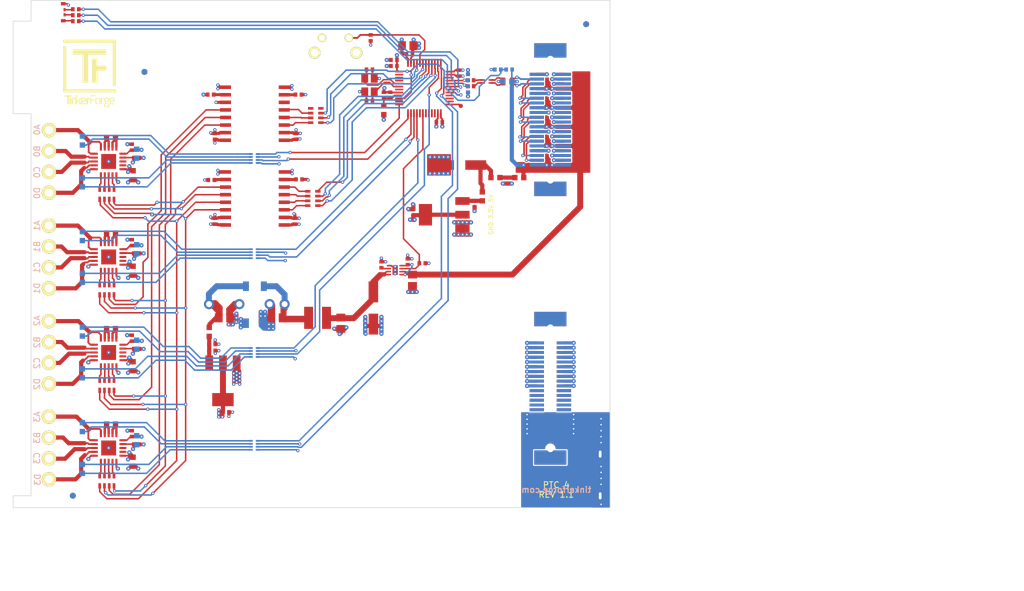
<source format=kicad_pcb>
(kicad_pcb (version 20221018) (generator pcbnew)
  (title_block (title "TNG PTC4") (date "2020-09-04") (rev "1.1") (company "Tinkerforge GmbH") (comment 1 "Licensed under CERN OHL v.1.1") (comment 2 "Copyright (©) 2020, B.Nordmeyer <bastian@tinkerforge.com>"))
  (layers (0 "F.Cu" signal) (1 "In1.Cu" power "GND") (2 "In2.Cu" power "VCC") (31 "B.Cu" signal) (34 "B.Paste" user) (35 "F.Paste" user) (36 "B.SilkS" user "B.Silkscreen") (37 "F.SilkS" user "F.Silkscreen") (38 "B.Mask" user) (39 "F.Mask" user) (44 "Edge.Cuts" user))
  (net 0 "")
  (net 1 "GND")
  (net 2 "3V3")
  (net 3 "Net-(C102-Pad1)")
  (net 4 "Net-(C108-Pad2)")
  (net 5 "Net-(C109-Pad2)")
  (net 6 "+5V")
  (net 7 "Net-(C112-Pad1)")
  (net 8 "USB-DP")
  (net 9 "USB-DM")
  (net 10 "5VA")
  (net 11 "Net-(C117-Pad1)")
  (net 12 "Earth")
  (net 13 "AGND")
  (net 14 "Net-(C202-Pad2)")
  (net 15 "Net-(C203-Pad2)")
  (net 16 "Net-(C210-Pad2)")
  (net 17 "Net-(D203-Pad2)")
  (net 18 "Net-(D203-Pad1)")
  (net 19 "Net-(D204-Pad1)")
  (net 20 "Net-(D204-Pad2)")
  (net 21 "Net-(D205-Pad2)")
  (net 22 "Net-(D205-Pad1)")
  (net 23 "Net-(D206-Pad1)")
  (net 24 "Net-(D206-Pad2)")
  (net 25 "Net-(D207-Pad2)")
  (net 26 "Net-(D207-Pad1)")
  (net 27 "Net-(D208-Pad1)")
  (net 28 "Net-(D208-Pad2)")
  (net 29 "Net-(D209-Pad2)")
  (net 30 "Net-(D209-Pad1)")
  (net 31 "Net-(D210-Pad1)")
  (net 32 "Net-(D210-Pad2)")
  (net 33 "Net-(J103-Pad29)")
  (net 34 "Net-(J103-Pad27)")
  (net 35 "Net-(J103-Pad21)")
  (net 36 "Net-(J103-Pad19)")
  (net 37 "Net-(J103-Pad13)")
  (net 38 "Net-(J103-Pad11)")
  (net 39 "Net-(J103-Pad5)")
  (net 40 "Net-(J103-Pad3)")
  (net 41 "Net-(LED101-Pad4)")
  (net 42 "Net-(LED101-Pad2)")
  (net 43 "Net-(LED101-Pad3)")
  (net 44 "LEDR")
  (net 45 "Net-(R203-Pad1)")
  (net 46 "Net-(R204-Pad1)")
  (net 47 "LED3")
  (net 48 "LED2")
  (net 49 "LED5")
  (net 50 "LED4")
  (net 51 "LED6")
  (net 52 "LED7")
  (net 53 "LEDG")
  (net 54 "LED1")
  (net 55 "LED0")
  (net 56 "LEDB")
  (net 57 "Net-(C119-Pad2)")
  (net 58 "USB-DMA")
  (net 59 "USB-DPA")
  (net 60 "USB-DMB")
  (net 61 "USB-DPB")
  (net 62 "AIN0")
  (net 63 "USB-DMC")
  (net 64 "USB-DPC")
  (net 65 "AGNDA")
  (net 66 "VCCPWRA")
  (net 67 "Net-(P102-Pad1)")
  (net 68 "Net-(C121-Pad1)")
  (net 69 "Net-(R101-Pad2)")
  (net 70 "Net-(C120-Pad1)")
  (net 71 "A5V")
  (net 72 "Net-(C201-Pad2)")
  (net 73 "Net-(C201-Pad1)")
  (net 74 "Net-(C202-Pad1)")
  (net 75 "Net-(C203-Pad1)")
  (net 76 "Net-(C204-Pad1)")
  (net 77 "AGND1")
  (net 78 "Net-(C205-Pad1)")
  (net 79 "AGND2")
  (net 80 "AGND3")
  (net 81 "Net-(C206-Pad1)")
  (net 82 "A3V3")
  (net 83 "Net-(C210-Pad1)")
  (net 84 "Net-(C211-Pad1)")
  (net 85 "AGND4")
  (net 86 "Net-(C218-Pad1)")
  (net 87 "Net-(J101-Pad22)")
  (net 88 "Net-(J101-Pad24)")
  (net 89 "Net-(J101-Pad26)")
  (net 90 "Net-(J101-Pad28)")
  (net 91 "Net-(J101-Pad30)")
  (net 92 "Net-(J101-Pad21)")
  (net 93 "Net-(J101-Pad23)")
  (net 94 "Net-(J101-Pad25)")
  (net 95 "Net-(J101-Pad27)")
  (net 96 "Net-(J101-Pad29)")
  (net 97 "Net-(J102-Pad22)")
  (net 98 "Net-(J102-Pad24)")
  (net 99 "Net-(J102-Pad26)")
  (net 100 "Net-(J102-Pad28)")
  (net 101 "Net-(J102-Pad30)")
  (net 102 "Net-(J102-Pad21)")
  (net 103 "Net-(J102-Pad23)")
  (net 104 "Net-(J102-Pad25)")
  (net 105 "Net-(J102-Pad27)")
  (net 106 "Net-(J102-Pad29)")
  (net 107 "Net-(J103-Pad37)")
  (net 108 "Net-(J103-Pad35)")
  (net 109 "Net-(P201-Pad1)")
  (net 110 "Net-(P201-Pad4)")
  (net 111 "Net-(P202-Pad4)")
  (net 112 "Net-(P202-Pad1)")
  (net 113 "Net-(P203-Pad1)")
  (net 114 "Net-(P203-Pad4)")
  (net 115 "Net-(P204-Pad4)")
  (net 116 "Net-(P204-Pad1)")
  (net 117 "5V-ENABLE")
  (net 118 "Net-(R201-Pad2)")
  (net 119 "Net-(R201-Pad1)")
  (net 120 "Net-(R202-Pad1)")
  (net 121 "Net-(R202-Pad2)")
  (net 122 "Net-(R203-Pad2)")
  (net 123 "Net-(R204-Pad2)")
  (net 124 "Net-(R205-Pad1)")
  (net 125 "Net-(R206-Pad1)")
  (net 126 "Net-(R207-Pad2)")
  (net 127 "Net-(R208-Pad2)")
  (net 128 "Net-(RP205-Pad1)")
  (net 129 "Net-(RP205-Pad2)")
  (net 130 "Net-(RP205-Pad3)")
  (net 131 "Net-(RP205-Pad4)")
  (net 132 "SDO")
  (net 133 "SDI")
  (net 134 "SCLK")
  (net 135 "CS0")
  (net 136 "Net-(RP206-Pad1)")
  (net 137 "Net-(RP206-Pad2)")
  (net 138 "Net-(RP206-Pad3)")
  (net 139 "Net-(RP206-Pad4)")
  (net 140 "CS1")
  (net 141 "CS2")
  (net 142 "Net-(RP207-Pad4)")
  (net 143 "Net-(RP207-Pad3)")
  (net 144 "Net-(RP207-Pad2)")
  (net 145 "Net-(RP207-Pad1)")
  (net 146 "CS3")
  (net 147 "Net-(RP208-Pad4)")
  (net 148 "Net-(RP208-Pad3)")
  (net 149 "Net-(RP208-Pad2)")
  (net 150 "Net-(RP208-Pad1)")
  (net 151 "Net-(RP209-Pad1)")
  (net 152 "Net-(RP209-Pad2)")
  (net 153 "Net-(RP209-Pad3)")
  (net 154 "Net-(RP209-Pad4)")
  (net 155 "SPI-MISO")
  (net 156 "SPI-CS0")
  (net 157 "SPI-MOSI")
  (net 158 "SPI-CLK")
  (net 159 "SPI-CS1")
  (net 160 "SPI-CS2")
  (net 161 "SPI-CS3")
  (net 162 "Net-(RP210-Pad5)")
  (net 163 "Net-(RP210-Pad4)")
  (net 164 "Net-(RP210-Pad3)")
  (net 165 "Net-(RP210-Pad2)")
  (net 166 "Net-(RP210-Pad1)")
  (net 167 "Net-(U101-Pad2)")
  (net 168 "Net-(U101-Pad3)")
  (net 169 "Net-(U101-Pad4)")
  (net 170 "Net-(U101-Pad7)")
  (net 171 "Net-(U101-Pad11)")
  (net 172 "Net-(U101-Pad17)")
  (net 173 "Net-(U101-Pad19)")
  (net 174 "Net-(U101-Pad20)")
  (net 175 "Net-(U101-Pad21)")
  (net 176 "Net-(U101-Pad22)")
  (net 177 "Net-(U101-Pad26)")
  (net 178 "Net-(U101-Pad27)")
  (net 179 "Net-(U101-Pad28)")
  (net 180 "Net-(U201-Pad17)")
  (net 181 "Net-(U201-Pad18)")
  (net 182 "Net-(U202-Pad18)")
  (net 183 "Net-(U202-Pad17)")
  (net 184 "Net-(U203-Pad17)")
  (net 185 "Net-(U203-Pad18)")
  (net 186 "Net-(U204-Pad18)")
  (net 187 "Net-(U204-Pad17)")
  (net 188 "Net-(U206-Pad6)")
  (footprint "kicad-libraries:LQFP48" (layer "F.Cu") (at 158.7 77.2 -90)
    (fp_text reference "U101")
    (fp_text value "STM32F070CBT6")
  )
  (footprint "kicad-libraries:CRYSTAL_3225" (layer "F.Cu") (at 149.5 76.7 90)
    (fp_text reference "X101")
    (fp_text value "8MHz")
  )
  (footprint "kicad-libraries:Logo_TF_10x12" (layer "F.Cu") (at 102.6 74.6)
    (fp_text reference "G***" hide)
    (fp_text value "LOGO" hide)
  )
  (footprint "kicad-libraries:DEBUG_PAD" (layer "F.Cu") (at 164.8 80.2)
    (fp_text reference "P102")
    (fp_text value "Debug")
  )
  (footprint "kicad-libraries:SOT-223" (layer "F.Cu") (at 161.975 98.425 90)
    (fp_text reference "U102")
    (fp_text value "AZ1117EH")
  )
  (footprint "kicad-libraries:PE_Hook" (layer "F.Cu") (at 188.3 139.6)
    (fp_text reference "P103")
    (fp_text value "PE")
  )
  (footprint "kicad-libraries:Fiducial_Mark" (layer "F.Cu") (at 185.8 66.5)
    (fp_text reference "Fiducial_Mark" hide)
    (fp_text value "VAL**" hide)
  )
  (footprint "kicad-libraries:Fiducial_Mark" (layer "F.Cu") (at 99.8 145.5)
    (fp_text reference "Fiducial_Mark" hide)
    (fp_text value "VAL**" hide)
  )
  (footprint "kicad-libraries:Fiducial_Mark" (layer "F.Cu") (at 111.8 74.5)
    (fp_text reference "Fiducial_Mark" hide)
    (fp_text value "VAL**" hide)
  )
  (footprint "kicad-libraries:Fiducial_Mark" (layer "F.Cu") (at 175.8 142.5)
    (fp_text reference "Fiducial_Mark" hide)
    (fp_text value "VAL**" hide)
  )
  (footprint "kicad-libraries:TACT-6MM-HOR" (layer "F.Cu") (at 143.8 68.8)
    (fp_text reference "SW101")
    (fp_text value "BOOT")
  )
  (footprint "kicad-libraries:C0805E" (layer "F.Cu") (at 134 115.7 180)
    (fp_text reference "C121")
    (fp_text value "4.7uF/16V")
  )
  (footprint "kicad-libraries:C0805E" (layer "F.Cu") (at 125.2 115.7)
    (fp_text reference "C122")
    (fp_text value "4.7uF/16V")
  )
  (footprint "kicad-libraries:C0805E" (layer "F.Cu") (at 144.7 116.6 -90)
    (fp_text reference "C126")
    (fp_text value "4.7uF/16V")
  )
  (footprint "kicad-libraries:NR4040" (layer "F.Cu") (at 140.8 115.7)
    (fp_text reference "L106")
    (fp_text value "6.8uH")
  )
  (footprint "kicad-libraries:R0603F" (layer "F.Cu") (at 109.9 107.8 -90)
    (fp_text reference "L202")
    (fp_text value "FB")
  )
  (footprint "kicad-libraries:R0603F" (layer "F.Cu") (at 109.9 139.8 -90)
    (fp_text reference "L207")
    (fp_text value "FB")
  )
  (footprint "kicad-libraries:R0603F" (layer "F.Cu") (at 106.2 101.5)
    (fp_text reference "R202")
    (fp_text value "390/3900 0.1%")
  )
  (footprint "kicad-libraries:R0603F" (layer "F.Cu") (at 106.2 117.5)
    (fp_text reference "R203")
    (fp_text value "390/3900 0.1%")
  )
  (footprint "kicad-libraries:R0603F" (layer "F.Cu") (at 106.2 133.5)
    (fp_text reference "R204")
    (fp_text value "390/3900 0.1%")
  )
  (footprint "kicad-libraries:R0402F" (layer "F.Cu") (at 123 92.6 180)
    (fp_text reference "R205")
    (fp_text value "0")
  )
  (footprint "kicad-libraries:R0402F" (layer "F.Cu") (at 122.9 78.3 180)
    (fp_text reference "R206")
    (fp_text value "0")
  )
  (footprint "kicad-libraries:R0402F" (layer "F.Cu") (at 137.7 92.5 180)
    (fp_text reference "R207")
    (fp_text value "0")
  )
  (footprint "kicad-libraries:R0402F" (layer "F.Cu") (at 137.6 78.3 180)
    (fp_text reference "R208")
    (fp_text value "0")
  )
  (footprint "kicad-libraries:4X0603" (layer "F.Cu") (at 105.5 111)
    (fp_text reference "RP206")
    (fp_text value "180")
  )
  (footprint "kicad-libraries:4X0603" (layer "F.Cu") (at 105.5 127)
    (fp_text reference "RP207")
    (fp_text value "180")
  )
  (footprint "kicad-libraries:4X0603" (layer "F.Cu") (at 105.5 143)
    (fp_text reference "RP208")
    (fp_text value "180")
  )
  (footprint "kicad-libraries:4X0603" (layer "F.Cu") (at 140 95.7 90)
    (fp_text reference "RP209")
    (fp_text value "180")
  )
  (footprint "kicad-libraries:4X0603" (layer "F.Cu") (at 140.5 81.8 90)
    (fp_text reference "RP210")
    (fp_text value "180")
  )
  (footprint "kicad-libraries:WSON8-2x2" (layer "F.Cu") (at 153.8 107.7 180)
    (fp_text reference "U104")
    (fp_text value "TPS22975")
  )
  (footprint "kicad-libraries:SOIC16_WIDE" (layer "F.Cu") (at 130.3 81.5 90)
    (fp_text reference "U206")
    (fp_text value "ISO7741DWR")
  )
  (footprint "kicad-libraries:SOT-223" (layer "F.Cu") (at 124.95 126.3 180)
    (fp_text reference "U207")
    (fp_text value "AZ1117EH")
  )
  (footprint "kicad-libraries:4X0603" (layer "F.Cu") (at 105.5 95)
    (fp_text reference "RP205")
    (fp_text value "180")
  )
  (footprint "kicad-libraries:SIP7" (layer "F.Cu") (at 127.7 113.4 180)
    (fp_text reference "U105")
    (fp_text value "DNP")
  )
  (footprint "kicad-libraries:C0805E" (layer "F.Cu") (at 156.7 109.4 -90)
    (fp_text reference "C123")
    (fp_text value "4.7uF/16V")
  )
  (footprint "kicad-libraries:R0603F" (layer "F.Cu") (at 106.2 85.5)
    (fp_text reference "R201")
    (fp_text value "390/3900 0.1%")
  )
  (footprint "kicad-libraries:R0603F" (layer "F.Cu") (at 109.9 91.8 -90)
    (fp_text reference "L201")
    (fp_text value "FB")
  )
  (footprint "kicad-libraries:QFN-20-5x5" (layer "F.Cu") (at 105.8 89.5 180)
    (fp_text reference "U201")
    (fp_text value "MAX31865")
  )
  (footprint "kicad-libraries:R0603F" (layer "F.Cu") (at 109.9 123.8 -90)
    (fp_text reference "L205")
    (fp_text value "FB")
  )
  (footprint "kicad-libraries:QFN-20-5x5" (layer "F.Cu") (at 105.8 121.5 180)
    (fp_text reference "U203")
    (fp_text value "MAX31865")
  )
  (footprint "kicad-libraries:QFN-20-5x5" (layer "F.Cu") (at 105.8 105.5 180)
    (fp_text reference "U202")
    (fp_text value "MAX31865")
  )
  (footprint "kicad-libraries:QFN-20-5x5" (layer "F.Cu") (at 105.8 137.5 180)
    (fp_text reference "U204")
    (fp_text value "MAX31865")
  )
  (footprint "kicad-libraries:SOIC16_WIDE" (layer "F.Cu") (at 130.3 95.7 90)
    (fp_text reference "U205")
    (fp_text value "ISO7741DWR")
  )
  (footprint "kicad-libraries:ELKO_63" (layer "F.Cu") (at 164.6 90.1)
    (fp_text reference "C111")
    (fp_text value "100uF")
  )
  (footprint "kicad-libraries:ELKO_63" (layer "F.Cu") (at 150.15 114.05 90)
    (fp_text reference "C120")
    (fp_text value "100uF")
  )
  (footprint "kicad-libraries:C0805E" (layer "F.Cu") (at 155.9 70.1)
    (fp_text reference "C110")
    (fp_text value "10uF")
  )
  (footprint "kicad-libraries:C0402F" (layer "F.Cu") (at 153.6 72.5 180)
    (fp_text reference "C101")
    (fp_text value "1uF")
  )
  (footprint "kicad-libraries:C0402F" (layer "F.Cu") (at 151.9 78.4 90)
    (fp_text reference "C102")
    (fp_text value "1uF")
  )
  (footprint "kicad-libraries:C0402F" (layer "F.Cu") (at 161.2 82.9 180)
    (fp_text reference "C103")
    (fp_text value "100nF")
  )
  (footprint "kicad-libraries:C0402F" (layer "F.Cu") (at 164.4 74.7 -90)
    (fp_text reference "C104")
    (fp_text value "100nF")
  )
  (footprint "kicad-libraries:C0402F" (layer "F.Cu") (at 156.2 71.5)
    (fp_text reference "C105")
    (fp_text value "100nF")
  )
  (footprint "kicad-libraries:C0402F" (layer "F.Cu") (at 153.6 73.5 180)
    (fp_text reference "C106")
    (fp_text value "100nF")
  )
  (footprint "kicad-libraries:C0402F" (layer "F.Cu") (at 153 78.4 90)
    (fp_text reference "C107")
    (fp_text value "100nF")
  )
  (footprint "kicad-libraries:C0402F" (layer "F.Cu") (at 149.5 74.1 180)
    (fp_text reference "C108")
    (fp_text value "33pF")
  )
  (footprint "kicad-libraries:C0402F" (layer "F.Cu") (at 149.5 79.3)
    (fp_text reference "C109")
    (fp_text value "33pF")
  )
  (footprint "kicad-libraries:C0402F" (layer "F.Cu") (at 172.6 92.7 -90)
    (fp_text reference "C112")
    (fp_text value "100nF")
  )
  (footprint "kicad-libraries:C0402F" (layer "F.Cu") (at 156.85 98 90)
    (fp_text reference "C116")
    (fp_text value "1uF")
  )
  (footprint "kicad-libraries:C0402F" (layer "F.Cu") (at 167.1 96.6 -90)
    (fp_text reference "C117")
    (fp_text value "1uF")
  )
  (footprint "kicad-libraries:C0402F" (layer "F.Cu") (at 155.9 106.3 90)
    (fp_text reference "C118")
    (fp_text value "1uF")
  )
  (footprint "kicad-libraries:C0402F" (layer "F.Cu") (at 151.5 106.8 -90)
    (fp_text reference "C119")
    (fp_text value "DNP")
  )
  (footprint "kicad-libraries:C0402F" (layer "F.Cu") (at 101.7 89.2 -90)
    (fp_text reference "C201")
    (fp_text value "100nF")
  )
  (footprint "kicad-libraries:C0402F" (layer "F.Cu") (at 101.7 105.2 -90)
    (fp_text reference "C202")
    (fp_text value "100nF")
  )
  (footprint "kicad-libraries:C0402F" (layer "F.Cu") (at 101.7 121.2 -90)
    (fp_text reference "C203")
    (fp_text value "100nF")
  )
  (footprint "kicad-libraries:C0402F" (layer "F.Cu") (at 109.7 87.1 90)
    (fp_text reference "C204")
    (fp_text value "100nF")
  )
  (footprint "kicad-libraries:C0402F" (layer "F.Cu") (at 109.7 103.1 90)
    (fp_text reference "C205")
    (fp_text value "100nF")
  )
  (footprint "kicad-libraries:C0402F" (layer "F.Cu") (at 109.7 119.1 90)
    (fp_text reference "C206")
    (fp_text value "100nF")
  )
  (footprint "kicad-libraries:C0402F" (layer "F.Cu") (at 110.5 88.9)
    (fp_text reference "C207")
    (fp_text value "100nF")
  )
  (footprint "kicad-libraries:C0402F" (layer "F.Cu") (at 110.5 104.9)
    (fp_text reference "C208")
    (fp_text value "100nF")
  )
  (footprint "kicad-libraries:C0402F" (layer "F.Cu") (at 110.5 120.9)
    (fp_text reference "C209")
    (fp_text value "100nF")
  )
  (footprint "kicad-libraries:C0402F" (layer "F.Cu") (at 101.7 137.2 -90)
    (fp_text reference "C210")
    (fp_text value "100nF")
  )
  (footprint "kicad-libraries:C0402F" (layer "F.Cu") (at 109.7 135.1 90)
    (fp_text reference "C211")
    (fp_text value "100nF")
  )
  (footprint "kicad-libraries:C0402F" (layer "F.Cu") (at 110.5 136.9)
    (fp_text reference "C212")
    (fp_text value "100nF")
  )
  (footprint "kicad-libraries:C0402F" (layer "F.Cu") (at 123.6 99.5 90)
    (fp_text reference "C213")
    (fp_text value "100nF")
  )
  (footprint "kicad-libraries:C0402F" (layer "F.Cu") (at 123.6 85.3 90)
    (fp_text reference "C214")
    (fp_text value "100nF")
  )
  (footprint "kicad-libraries:C0402F" (layer "F.Cu") (at 137 99.5 90)
    (fp_text reference "C215")
    (fp_text value "100nF")
  )
  (footprint "kicad-libraries:C0402F" (layer "F.Cu") (at 137.2 85.3 90)
    (fp_text reference "C216")
    (fp_text value "100nF")
  )
  (footprint "kicad-libraries:C0402F" (layer "F.Cu") (at 125.45 131.5)
    (fp_text reference "C217")
    (fp_text value "1uF")
  )
  (footprint "kicad-libraries:C0402F" (layer "F.Cu") (at 123.15 120.1)
    (fp_text reference "C218")
    (fp_text value "1uF")
  )
  (footprint "kicad-libraries:C0402F" (layer "F.Cu") (at 123.15 121.2)
    (fp_text reference "C219")
    (fp_text value "100nF")
  )
  (footprint "kicad-libraries:TNG-40-TOP" (layer "F.Cu") (at 179.8 127.5 -90)
    (fp_text reference "J101")
    (fp_text value "TNG-Power-TOP")
  )
  (footprint "kicad-libraries:TNG-40-TOP" (layer "F.Cu") (at 179.8 82.5 -90)
    (fp_text reference "J103")
    (fp_text value "TNG-Data-TOP")
  )
  (footprint "kicad-libraries:R0603F" (layer "F.Cu") (at 151.9 80.9 90)
    (fp_text reference "L101")
    (fp_text value "FB")
  )
  (footprint "kicad-libraries:R0603F" (layer "F.Cu") (at 168.4 95.35 -90)
    (fp_text reference "L102")
    (fp_text value "INDUCTs")
  )
  (footprint "kicad-libraries:R0603F" (layer "F.Cu") (at 170.6 92.2 180)
    (fp_text reference "L103")
    (fp_text value "INDUCTs")
  )
  (footprint "kicad-libraries:R0603F" (layer "F.Cu") (at 174.6 92.2 180)
    (fp_text reference "L104")
    (fp_text value "INDUCTs")
  )
  (footprint "kicad-libraries:WE-CNSW-0603" (layer "F.Cu") (at 169.15 76.1 180)
    (fp_text reference "L105")
    (fp_text value "744230900")
  )
  (footprint "kicad-libraries:R0603F" (layer "F.Cu") (at 122.65 118.05 -90)
    (fp_text reference "L209")
    (fp_text value "INDUCTs")
  )
  (footprint "kicad-libraries:LED-RGB-LP" (layer "F.Cu") (at 98.2 64.5 90)
    (fp_text reference "LED101")
    (fp_text value "EASV3015RGBA0")
  )
  (footprint "kicad-libraries:OQ_4P" (layer "F.Cu") (at 95.8 89.5 -90)
    (fp_text reference "P201")
    (fp_text value "INPUT0")
  )
  (footprint "kicad-libraries:OQ_4P" (layer "F.Cu") (at 95.8 105.5 -90)
    (fp_text reference "P202")
    (fp_text value "INPUT1")
  )
  (footprint "kicad-libraries:OQ_4P" (layer "F.Cu") (at 95.8 121.5 -90)
    (fp_text reference "P203")
    (fp_text value "INPUT2")
  )
  (footprint "kicad-libraries:OQ_4P" (layer "F.Cu") (at 95.8 137.5 -90)
    (fp_text reference "P204")
    (fp_text value "INPUT3")
  )
  (footprint "kicad-libraries:R0402F" (layer "F.Cu") (at 149.7 68.8 90)
    (fp_text reference "R101")
    (fp_text value "1k")
  )
  (footprint "kicad-libraries:R0402F" (layer "F.Cu") (at 100.3 66 180)
    (fp_text reference "R102")
    (fp_text value "0")
  )
  (footprint "kicad-libraries:R0402F" (layer "F.Cu") (at 166.45 75.9 180)
    (fp_text reference "R103")
    (fp_text value "22")
  )
  (footprint "kicad-libraries:R0402F" (layer "F.Cu") (at 166.45 76.9 180)
    (fp_text reference "R104")
    (fp_text value "22")
  )
  (footprint "kicad-libraries:R0402F" (layer "F.Cu") (at 100.3 65 180)
    (fp_text reference "R105")
    (fp_text value "0")
  )
  (footprint "kicad-libraries:R0402F" (layer "F.Cu") (at 100.3 64 180)
    (fp_text reference "R106")
    (fp_text value "56")
  )
  (footprint "kicad-libraries:R0402F" (layer "F.Cu") (at 158.35 106.55)
    (fp_text reference "R109")
    (fp_text value "10k")
  )
  (footprint "kicad-libraries:SOT563-SPEC" (layer "F.Cu") (at 172.65 76.1 -90)
    (fp_text reference "U103")
    (fp_text value "82400152")
  )
  (footprint "kicad-libraries:4X0402" (layer "B.Cu") (at 130.2 89 -90)
    (fp_text reference "RP201")
    (fp_text value "470")
  )
  (footprint "kicad-libraries:4X0402" (layer "B.Cu") (at 130.2 104.95 -90)
    (fp_text reference "RP202")
    (fp_text value "470")
  )
  (footprint "kicad-libraries:4X0402" (layer "B.Cu") (at 130.2 121.5 -90)
    (fp_text reference "RP203")
    (fp_text value "470")
  )
  (footprint "kicad-libraries:4X0402" (layer "B.Cu") (at 130.2 137.05 -90)
    (fp_text reference "RP204")
    (fp_text value "470")
  )
  (footprint "kicad-libraries:Fiducial_Mark" (layer "B.Cu") (at 111.8 74.5)
    (fp_text reference "Fiducial_Mark" hide)
    (fp_text value "VAL**" hide)
  )
  (footprint "kicad-libraries:Fiducial_Mark" (layer "B.Cu") (at 185.8 66.5)
    (fp_text reference "Fiducial_Mark" hide)
    (fp_text value "VAL**" hide)
  )
  (footprint "kicad-libraries:Fiducial_Mark" (layer "B.Cu") (at 99.8 145.5)
    (fp_text reference "Fiducial_Mark" hide)
    (fp_text value "VAL**" hide)
  )
  (footprint "kicad-libraries:R0603F" (layer "B.Cu") (at 110.5 88.2 -90)
    (fp_text reference "L203")
    (fp_text value "FB")
  )
  (footprint "kicad-libraries:R0603F" (layer "B.Cu") (at 110.5 104.2 -90)
    (fp_text reference "L204")
    (fp_text value "FB")
  )
  (footprint "kicad-libraries:R0603F" (layer "B.Cu") (at 110.5 120.2 -90)
    (fp_text reference "L206")
    (fp_text value "FB")
  )
  (footprint "kicad-libraries:R0603F" (layer "B.Cu") (at 110.5 136.2 -90)
    (fp_text reference "L208")
    (fp_text value "FB")
  )
  (footprint "kicad-libraries:R1206" (layer "B.Cu") (at 130.3 110.4)
    (fp_text reference "R110")
    (fp_text value "0")
  )
  (footprint "kicad-libraries:R1206" (layer "B.Cu") (at 130.3 116.6)
    (fp_text reference "R111")
    (fp_text value "0")
  )
  (footprint "kicad-libraries:C0402F" (layer "B.Cu") (at 166 75.4 90)
    (fp_text reference "C113")
    (fp_text value "47pF")
  )
  (footprint "kicad-libraries:C0402F" (layer "B.Cu") (at 166 77.4 -90)
    (fp_text reference "C114")
    (fp_text value "47pF")
  )
  (footprint "kicad-libraries:C0603F" (layer "B.Cu") (at 172.6 76.1 180)
    (fp_text reference "C115")
    (fp_text value "2.2uF")
  )
  (footprint "kicad-libraries:LED-LP" (layer "B.Cu") (at 101.4 86 90)
    (fp_text reference "D203")
    (fp_text value "LED")
  )
  (footprint "kicad-libraries:LED-LP" (layer "B.Cu") (at 101.4 93 90)
    (fp_text reference "D204")
    (fp_text value "LED")
  )
  (footprint "kicad-libraries:LED-LP" (layer "B.Cu") (at 101.4 102 90)
    (fp_text reference "D205")
    (fp_text value "LED")
  )
  (footprint "kicad-libraries:LED-LP" (layer "B.Cu") (at 101.4 109 90)
    (fp_text reference "D206")
    (fp_text value "LED")
  )
  (footprint "kicad-libraries:LED-LP" (layer "B.Cu") (at 101.4 118 90)
    (fp_text reference "D207")
    (fp_text value "LED")
  )
  (footprint "kicad-libraries:LED-LP" (layer "B.Cu") (at 101.4 125 90)
    (fp_text reference "D208")
    (fp_text value "LED")
  )
  (footprint "kicad-libraries:LED-LP" (layer "B.Cu") (at 101.4 134 90)
    (fp_text reference "D209")
    (fp_text value "LED")
  )
  (footprint "kicad-libraries:LED-LP" (layer "B.Cu") (at 101.4 141 90)
    (fp_text reference "D210")
    (fp_text value "LED")
  )
  (footprint "kicad-libraries:TNG-40-BTM" (layer "B.Cu") (at 179.8 127.5 -90)
    (fp_text reference "J102")
    (fp_text value "TNG-Power-BTM")
  )
  (footprint "kicad-libraries:TNG-40-BTM" (layer "B.Cu") (at 179.8 82.5 -90)
    (fp_text reference "J104")
    (fp_text value "TNG-Data-BTM")
  )
  (footprint "kicad-libraries:R0402F" (layer "B.Cu") (at 172.9 74.1 180)
    (fp_text reference "R107")
    (fp_text value "1k")
  )
  (footprint "kicad-libraries:R0402F" (layer "B.Cu") (at 171 74.1 180)
    (fp_text reference "R108")
    (fp_text value "1k")
  )
  (gr_line (start 89.8 81.5) (end 89.8 66) (stroke (width 0.1)) (layer "Edge.Cuts"))
  (gr_line (start 92.8 145.5) (end 92.8 81.5) (stroke (width 0.1)) (layer "Edge.Cuts"))
  (gr_line (start 92.8 62.5) (end 189.8 62.5) (stroke (width 0.1)) (layer "Edge.Cuts"))
  (gr_line (start 92.8 66) (end 92.8 62.5) (stroke (width 0.1)) (layer "Edge.Cuts"))
  (gr_line (start 92.8 66) (end 89.8 66) (stroke (width 0.1)) (layer "Edge.Cuts"))
  (gr_line (start 89.8 145.5) (end 89.8 147.5) (stroke (width 0.1)) (layer "Edge.Cuts"))
  (gr_line (start 189.8 147.5) (end 189.8 62.5) (stroke (width 0.1)) (layer "Edge.Cuts"))
  (gr_line (start 92.8 81.5) (end 89.8 81.5) (stroke (width 0.1)) (layer "Edge.Cuts"))
  (gr_line (start 89.8 147.5) (end 189.8 147.5) (stroke (width 0.1)) (layer "Edge.Cuts"))
  (gr_line (start 89.8 145.5) (end 92.8 145.5) (stroke (width 0.1)) (layer "Edge.Cuts"))
  (gr_text "A0" (at 93.8 84.2 90) (layer "B.SilkS") (effects (font (size 1 1)) (justify mirror)))
  (gr_text "D0" (at 93.8 94.8 90) (layer "B.SilkS") (effects (font (size 1 1)) (justify mirror)))
  (gr_text "C2" (at 93.8 123.3 90) (layer "B.SilkS") (effects (font (size 1 1)) (justify mirror)))
  (gr_text "B2" (at 93.8 119.8 90) (layer "B.SilkS") (effects (font (size 1 1)) (justify mirror)))
  (gr_text "B0" (at 93.8 87.8 90) (layer "B.SilkS") (effects (font (size 1 1)) (justify mirror)))
  (gr_text "B3" (at 93.8 135.8 90) (layer "B.SilkS") (effects (font (size 1 1)) (justify mirror)))
  (gr_text "A2" (at 93.8 116.2 90) (layer "B.SilkS") (effects (font (size 1 1)) (justify mirror)))
  (gr_text "D2" (at 93.8 126.8 90) (layer "B.SilkS") (effects (font (size 1 1)) (justify mirror)))
  (gr_text "tinkerforge.com" (at 180.8 144.5) (layer "B.SilkS") (effects (font (size 1 1) (thickness 0.2)) (justify mirror)))
  (gr_text "D1" (at 93.8 110.8 90) (layer "B.SilkS") (effects (font (size 1 1)) (justify mirror)))
  (gr_text "B1" (at 93.8 103.8 90) (layer "B.SilkS") (effects (font (size 1 1)) (justify mirror)))
  (gr_text "C1" (at 93.8 107.3 90) (layer "B.SilkS") (effects (font (size 1 1)) (justify mirror)))
  (gr_text "A3" (at 93.8 132.3 90) (layer "B.SilkS") (effects (font (size 1 1)) (justify mirror)))
  (gr_text "D3" (at 93.9 142.8 90) (layer "B.SilkS") (effects (font (size 1 1)) (justify mirror)))
  (gr_text "C3" (at 93.8 139.2 90) (layer "B.SilkS") (effects (font (size 1 1)) (justify mirror)))
  (gr_text "A1" (at 93.8 100.3 90) (layer "B.SilkS") (effects (font (size 1 1)) (justify mirror)))
  (gr_text "C0" (at 93.8 91.3 90) (layer "B.SilkS") (effects (font (size 1 1)) (justify mirror)))
  (gr_text "GND 3.3V 5V" (at 169.85 98.4 90) (layer "F.SilkS") (effects (font (size 0.7 0.7))))
  (gr_text "PTC 4\nREV 1.1" (at 180.8 144.5) (layer "F.SilkS") (effects (font (size 1 1))))
  (segment (start 156.4521 72.1479) (end 156.7 71.9) (width 0.3) (layer "F.Cu") (net 1))
  (segment (start 156.7 71.9) (end 156.7 71.5) (width 0.3) (layer "F.Cu") (net 1))
  (segment (start 153.0493 77.9493) (end 153 77.9) (width 0.3) (layer "F.Cu") (net 1))
  (segment (start 149 78.09992) (end 148.6999 77.79982) (width 0.3) (layer "F.Cu") (net 1))
  (segment (start 150 75.30008) (end 150.3001 75.60018) (width 0.3) (layer "F.Cu") (net 1))
  (segment (start 160.7 82.55) (end 160.9479 82.3021) (width 0.3) (layer "F.Cu") (net 1))
  (segment (start 160.9479 82.3021) (end 160.9479 81.42402) (width 0.3) (layer "F.Cu") (net 1))
  (segment (start 163.7521 74.9521) (end 164 75.2) (width 0.3) (layer "F.Cu") (net 1))
  (segment (start 164 75.2) (end 164.4 75.2) (width 0.3) (layer "F.Cu") (net 1))
  (segment (start 156.90076 70.69924) (end 156.7 70.9) (width 0.5) (layer "F.Cu") (net 1))
  (segment (start 156.7 70.9) (end 156.7 71.5) (width 0.5) (layer "F.Cu") (net 1))
  (segment (start 156.90076 69.10076) (end 156.9 69.1) (width 0.5) (layer "F.Cu") (net 1))
  (segment (start 157.45 70.1) (end 157.8 70.45) (width 0.5) (layer "F.Cu") (net 1))
  (segment (start 157.45 70.1) (end 157.8 69.75) (width 0.5) (layer "F.Cu") (net 1))
  (segment (start 151.9 77.3) (end 152 77.2) (width 0.4) (layer "F.Cu") (net 1))
  (segment (start 180.1 75.7) (end 182.075 75.7) (width 0.5) (layer "F.Cu") (net 1))
  (segment (start 180.1 78.9) (end 182.075 78.9) (width 0.5) (layer "F.Cu") (net 1))
  (segment (start 180.1 82.1) (end 182.075 82.1) (width 0.5) (layer "F.Cu") (net 1))
  (segment (start 180.4 84.5) (end 182.075 84.5) (width 0.5) (layer "F.Cu") (net 1))
  (segment (start 180.4 86.1) (end 182.075 86.1) (width 0.5) (layer "F.Cu") (net 1))
  (segment (start 180.4 87.7) (end 182.075 87.7) (width 0.5) (layer "F.Cu") (net 1))
  (segment (start 180.4 89.3) (end 182.075 89.3) (width 0.5) (layer "F.Cu") (net 1))
  (segment (start 151.14982 75.60018) (end 151.15 75.6) (width 0.5) (layer "F.Cu") (net 1))
  (segment (start 147.85018 77.79982) (end 147.85 77.8) (width 0.5) (layer "F.Cu") (net 1))
  (segment (start 133.05 115.7) (end 132.3 115.7) (width 0.7) (layer "F.Cu") (net 1))
  (segment (start 153.1 72.5) (end 152.4 72.5) (width 0.5) (layer "F.Cu") (net 1))
  (segment (start 150.15 117.05012) (end 151.39988 117.05012) (width 0.7) (layer "F.Cu") (net 1))
  (segment (start 161.1 88.7) (end 161.15 88.75) (width 0.7) (layer "F.Cu") (net 1))
  (segment (start 132.95 115.65) (end 132.95 113.75) (width 1) (layer "F.Cu") (net 1))
  (segment (start 151.5 116.25) (end 151.5 115.550008) (width 0.7) (layer "F.Cu") (net 1))
  (segment (start 149.7 69.3) (end 149.7 70) (width 0.3) (layer "F.Cu") (net 1))
  (segment (start 162.92402 74.9521) (end 163.7521 74.9521) (width 0.3) (layer "F.Cu") (net 1))
  (segment (start 135.22252 84.67246) (end 136.67246 84.67246) (width 0.5) (layer "F.Cu") (net 1))
  (segment (start 153.8 107.7) (end 153.8 108.3) (width 0.5) (layer "F.Cu") (net 1))
  (segment (start 156.90076 70.1) (end 157.45 70.1) (width 0.5) (layer "F.Cu") (net 1))
  (segment (start 136.24246 77.05754) (end 136.5 76.8) (width 0.5) (layer "F.Cu") (net 1))
  (segment (start 159.7 88.7) (end 159.65 88.75) (width 0.7) (layer "F.Cu") (net 1))
  (segment (start 182.075 79.7) (end 180.4 79.7) (width 0.5) (layer "F.Cu") (net 1))
  (segment (start 131.3 116.6) (end 131.3 115.4) (width 0.7) (layer "F.Cu") (net 1))
  (segment (start 182.075 82.9) (end 180.4 82.9) (width 0.5) (layer "F.Cu") (net 1))
  (segment (start 156.85 97.5) (end 156.85 96.744428) (width 0.7) (layer "F.Cu") (net 1))
  (segment (start 165.0738 99.7262) (end 165.1 99.7) (width 0.7) (layer "F.Cu") (net 1))
  (segment (start 177.525 74.9) (end 179.2 74.9) (width 0.5) (layer "F.Cu") (net 1))
  (segment (start 132.3 115.7) (end 132 115.4) (width 0.7) (layer "F.Cu") (net 1))
  (segment (start 133.2 113.65) (end 132.75 113.2) (width 1) (layer "F.Cu") (net 1))
  (segment (start 156.90076 70.1) (end 156.90076 70.69924) (width 0.5) (layer "F.Cu") (net 1))
  (segment (start 151.5 105.700004) (end 151.500004 105.7) (width 0.5) (layer "F.Cu") (net 1))
  (segment (start 133 115.7) (end 132.95 115.65) (width 1) (layer "F.Cu") (net 1))
  (segment (start 164.4 75.2) (end 165.15 75.2) (width 0.5) (layer "F.Cu") (net 1))
  (segment (start 182.075 85.3) (end 180.1 85.3) (width 0.5) (layer "F.Cu") (net 1))
  (segment (start 161.1 88.7) (end 162.6 88.7) (width 0.7) (layer "F.Cu") (net 1))
  (segment (start 133.2 115.3) (end 133.2 113.65) (width 1) (layer "F.Cu") (net 1))
  (segment (start 152.75 106.95) (end 153.15 106.95) (width 0.25) (layer "F.Cu") (net 1))
  (segment (start 161.1 88.7) (end 161.85 88.7) (width 0.7) (layer "F.Cu") (net 1))
  (segment (start 133.05 115.7) (end 133.05 115.45) (width 1) (layer "F.Cu") (net 1))
  (segment (start 164.4 101.75) (end 163.7 101.75) (width 0.7) (layer "F.Cu") (net 1))
  (segment (start 165.0738 100.72624) (end 165.0738 101.7238) (width 0.7) (layer "F.Cu") (net 1))
  (segment (start 177.525 81.3) (end 179.5 81.3) (width 0.5) (layer "F.Cu") (net 1))
  (segment (start 133.35 116.8) (end 132.35 116.8) (width 0.7) (layer "F.Cu") (net 1))
  (segment (start 160.595108 91.112067) (end 160.037933 91.112067) (width 0.7) (layer "F.Cu") (net 1))
  (segment (start 156.85 96.744428) (end 156.785837 96.680265) (width 0.7) (layer "F.Cu") (net 1))
  (segment (start 156.599992 105.8) (end 156.6 105.799992) (width 0.5) (layer "F.Cu") (net 1))
  (segment (start 161.09988 90.1) (end 161.09988 89.55012) (width 0.7) (layer "F.Cu") (net 1))
  (segment (start 137.700001 99) (end 137.716893 99.016892) (width 0.5) (layer "F.Cu") (net 1))
  (segment (start 132.35 116.8) (end 132 116.45) (width 0.7) (layer "F.Cu") (net 1))
  (segment (start 177.525 78.1) (end 179.5 78.1) (width 0.5) (layer "F.Cu") (net 1))
  (segment (start 133.35 117.5) (end 133.35 116.55) (width 0.7) (layer "F.Cu") (net 1))
  (segment (start 156.90076 70.1) (end 157.45 70.1) (width 0.5) (layer "F.Cu") (net 1))
  (segment (start 144.7 118.216102) (end 144.508051 118.408051) (width 0.7) (layer "F.Cu") (net 1))
  (segment (start 136.254686 91.25754) (end 136.536053 91.538907) (width 0.5) (layer "F.Cu") (net 1))
  (segment (start 148.8 116.950008) (end 148.8 117.649996) (width 0.7) (layer "F.Cu") (net 1))
  (segment (start 137 98.4) (end 136.861084 98.261084) (width 0.5) (layer "F.Cu") (net 1))
  (segment (start 132.95 115.7) (end 132.4 116.25) (width 0.7) (layer "F.Cu") (net 1))
  (segment (start 171.9 76.1) (end 171.1 76.1) (width 0.25) (layer "F.Cu") (net 1))
  (segment (start 165.0738 101.7238) (end 165.1 101.75) (width 0.7) (layer "F.Cu") (net 1))
  (segment (start 161.15 88.75) (end 161.15 88.750004) (width 0.7) (layer "F.Cu") (net 1))
  (segment (start 145.366102 117.55) (end 145.608051 117.308051) (width 0.7) (layer "F.Cu") (net 1))
  (segment (start 137 99) (end 137.700001 99) (width 0.5) (layer "F.Cu") (net 1))
  (segment (start 153.1 73.5) (end 152.4 73.5) (width 0.5) (layer "F.Cu") (net 1))
  (segment (start 136.29246 91.25754) (end 136.55 91) (width 0.5) (layer "F.Cu") (net 1))
  (segment (start 132 115.4) (end 131.3 115.4) (width 0.7) (layer "F.Cu") (net 1))
  (segment (start 151.5 106.3) (end 151.5 105.700004) (width 0.5) (layer "F.Cu") (net 1))
  (segment (start 160.037933 91.112067) (end 159.65 91.5) (width 0.7) (layer "F.Cu") (net 1))
  (segment (start 165.1 99.7) (end 165.8 99.7) (width 0.7) (layer "F.Cu") (net 1))
  (segment (start 133.35 116.55) (end 133.15 116.35) (width 0.7) (layer "F.Cu") (net 1))
  (segment (start 137.2 84.8) (end 137.2 84.2) (width 0.5) (layer "F.Cu") (net 1))
  (segment (start 137 99) (end 137 98.4) (width 0.5) (layer "F.Cu") (net 1))
  (segment (start 162.6 88.7) (end 162.65 88.75) (width 0.7) (layer "F.Cu") (net 1))
  (segment (start 148.8 116.250006) (end 148.8 116.950008) (width 0.7) (layer "F.Cu") (net 1))
  (segment (start 148.8 117.649996) (end 148.8 118.3) (width 0.7) (layer "F.Cu") (net 1))
  (segment (start 156.7 111.35) (end 156 111.35) (width 0.7) (layer "F.Cu") (net 1))
  (segment (start 156.7 111.35) (end 157.4 111.35) (width 0.7) (layer "F.Cu") (net 1))
  (segment (start 161.85 88.7) (end 161.9 88.75) (width 0.7) (layer "F.Cu") (net 1))
  (segment (start 135.22252 91.25754) (end 136.254686 91.25754) (width 0.5) (layer "F.Cu") (net 1))
  (segment (start 133.05 115.45) (end 133.2 115.3) (width 1) (layer "F.Cu") (net 1))
  (segment (start 135.22252 98.87246) (end 136.37246 98.87246) (width 0.5) (layer "F.Cu") (net 1))
  (segment (start 135.22252 77.05754) (end 136.24246 77.05754) (width 0.5) (layer "F.Cu") (net 1))
  (segment (start 148.900112 117.05012) (end 148.8 116.950008) (width 0.7) (layer "F.Cu") (net 1))
  (segment (start 153.8 107.7) (end 153.8 107.1) (width 0.5) (layer "F.Cu") (net 1))
  (segment (start 133.05 115.7) (end 132.95 115.7) (width 0.7) (layer "F.Cu") (net 1))
  (segment (start 136.15754 77.05754) (end 136.5 77.4) (width 0.5) (layer "F.Cu") (net 1))
  (segment (start 144.7 117.55) (end 145.366102 117.55) (width 0.7) (layer "F.Cu") (net 1))
  (segment (start 160.399996 88.75) (end 159.65 88.75) (width 0.7) (layer "F.Cu") (net 1))
  (segment (start 153 77.9) (end 151.9 77.9) (width 0.4) (layer "F.Cu") (net 1))
  (segment (start 132 116.45) (end 132 115.55) (width 0.7) (layer "F.Cu") (net 1))
  (segment (start 135.22252 91.25754) (end 136.29246 91.25754) (width 0.5) (layer "F.Cu") (net 1))
  (segment (start 132 115.4) (end 132 114.7) (width 0.7) (layer "F.Cu") (net 1))
  (segment (start 158.85 106.55) (end 159.45 106.55) (width 0.5) (layer "F.Cu") (net 1))
  (segment (start 155.9 105.8) (end 156.599992 105.8) (width 0.5) (layer "F.Cu") (net 1))
  (segment (start 150 74.1) (end 150 75.30008) (width 0.3) (layer "F.Cu") (net 1))
  (segment (start 133.35 117.5) (end 132.2 117.5) (width 0.7) (layer "F.Cu") (net 1))
  (segment (start 156.7 110.35) (end 156.7 111.35) (width 0.7) (layer "F.Cu") (net 1))
  (segment (start 151.5 106.3) (end 152.2 106.3) (width 0.5) (layer "F.Cu") (net 1))
  (segment (start 156.85 97.5) (end 156.050004 97.5) (width 0.7) (layer "F.Cu") (net 1))
  (segment (start 143.65 117.55) (end 143.6 117.5) (width 0.7) (layer "F.Cu") (net 1))
  (segment (start 156.050004 97.5) (end 156.008053 97.458049) (width 0.7) (layer "F.Cu") (net 1))
  (segment (start 182.075 76.5) (end 180.4 76.5) (width 0.5) (layer "F.Cu") (net 1))
  (segment (start 151.5 115.550008) (end 151.500008 115.55) (width 0.7) (layer "F.Cu") (net 1))
  (segment (start 131.3 115.4) (end 131.3 114.7) (width 0.7) (layer "F.Cu") (net 1))
  (segment (start 151.5 116.95) (end 151.5 117.65) (width 0.7) (layer "F.Cu") (net 1))
  (segment (start 151.5 117.65) (end 151.5 118.35) (width 0.7) (layer "F.Cu") (net 1))
  (segment (start 151.5 116.25) (end 151.5 116.95) (width 0.7) (layer "F.Cu") (net 1))
  (segment (start 150.15 117.05012) (end 148.900112 117.05012) (width 0.7) (layer "F.Cu") (net 1))
  (segment (start 149 79.3) (end 149 78.09992) (width 0.3) (layer "F.Cu") (net 1))
  (segment (start 161.09988 89.55012) (end 161.9 88.75) (width 0.7) (layer "F.Cu") (net 1))
  (segment (start 132.95 113.75) (end 132.65 113.45) (width 1) (layer "F.Cu") (net 1))
  (segment (start 153.3 107.1) (end 153.7 107.1) (width 0.25) (layer "F.Cu") (net 1))
  (segment (start 165.8 101.75) (end 166.5 101.75) (width 0.7) (layer "F.Cu") (net 1))
  (segment (start 155.9 105.8) (end 155.9 105.2) (width 0.5) (layer "F.Cu") (net 1))
  (segment (start 156.90076 70.1) (end 156.90076 69.10076) (width 0.5) (layer "F.Cu") (net 1))
  (segment (start 161.1 88.7) (end 159.7 88.7) (width 0.7) (layer "F.Cu") (net 1))
  (segment (start 167.1 97.1) (end 167.1 97.8) (width 0.7) (layer "F.Cu") (net 1))
  (segment (start 148.6999 77.79982) (end 147.85018 77.79982) (width 0.5) (layer "F.Cu") (net 1))
  (segment (start 148.8 118.3) (end 148.85 118.35) (width 0.7) (layer "F.Cu") (net 1))
  (segment (start 165.1 101.75) (end 165.8 101.75) (width 0.7) (layer "F.Cu") (net 1))
  (segment (start 136.8 84.8) (end 137.2 84.8) (width 0.5) (layer "F.Cu") (net 1))
  (segment (start 148.8 115.55) (end 148.8 116.250006) (width 0.7) (layer "F.Cu") (net 1))
  (segment (start 164.4 99.7) (end 163.7 99.7) (width 0.7) (layer "F.Cu") (net 1))
  (segment (start 160.7 82.9) (end 160.7 82.55) (width 0.3) (layer "F.Cu") (net 1))
  (segment (start 136.37246 98.87246) (end 136.5 99) (width 0.5) (layer "F.Cu") (net 1))
  (segment (start 151.39988 117.05012) (end 151.5 116.95) (width 0.7) (layer "F.Cu") (net 1))
  (segment (start 160.7 82.9) (end 160.7 83.65) (width 0.5) (layer "F.Cu") (net 1))
  (segment (start 165.1 99.7) (end 164.4 99.7) (width 0.7) (layer "F.Cu") (net 1))
  (segment (start 182.075 81.3) (end 180.4 81.3) (width 0.5) (layer "F.Cu") (net 1))
  (segment (start 182.075 88.5) (end 180.1 88.5) (width 0.5) (layer "F.Cu") (net 1))
  (segment (start 160.4 91.5) (end 159.65 91.5) (width 0.7) (layer "F.Cu") (net 1))
  (segment (start 172.6 93.2) (end 173.35 93.2) (width 0.7) (layer "F.Cu") (net 1))
  (segment (start 133.05 115.7) (end 133 115.7) (width 1) (layer "F.Cu") (net 1))
  (segment (start 151.61125 106.3) (end 151.6 106.3) (width 0.25) (layer "F.Cu") (net 1))
  (segment (start 150.3001 75.60018) (end 151.14982 75.60018) (width 0.5) (layer "F.Cu") (net 1))
  (segment (start 136.67246 84.67246) (end 136.8 84.8) (width 0.5) (layer "F.Cu") (net 1))
  (segment (start 136.5 99) (end 137 99) (width 0.5) (layer "F.Cu") (net 1))
  (segment (start 132.2 117.5) (end 131.3 116.6) (width 0.7) (layer "F.Cu") (net 1))
  (segment (start 137.2 84.8) (end 137.9 84.8) (width 0.5) (layer "F.Cu") (net 1))
  (segment (start 172.6 93.2) (end 171.85 93.2) (width 0.7) (layer "F.Cu") (net 1))
  (segment (start 161.7 91.375) (end 161.7 91.025) (width 0.7) (layer "F.Cu") (net 1))
  (segment (start 177.525 84.5) (end 179.5 84.5) (width 0.5) (layer "F.Cu") (net 1))
  (segment (start 153.15 106.95) (end 153.3 107.1) (width 0.25) (layer "F.Cu") (net 1))
  (segment (start 144.7 117.55) (end 144.7 118.216102) (width 0.7) (layer "F.Cu") (net 1))
  (segment (start 177.525 87.7) (end 179.5 87.7) (width 0.5) (layer "F.Cu") (net 1))
  (segment (start 165.8 99.7) (end 166.5 99.7) (width 0.7) (layer "F.Cu") (net 1))
  (segment (start 182.075 74.9) (end 180.4 74.9) (width 0.5) (layer "F.Cu") (net 1))
  (segment (start 144.7 117.55) (end 143.65 117.55) (width 0.7) (layer "F.Cu") (net 1))
  (segment (start 182.075 78.1) (end 180.4 78.1) (width 0.5) (layer "F.Cu") (net 1))
  (segment (start 165.1 101.75) (end 164.4 101.75) (width 0.7) (layer "F.Cu") (net 1))
  (segment (start 165.0738 100.72624) (end 165.0738 99.7262) (width 0.7) (layer "F.Cu") (net 1))
  (segment (start 156.4521 72.97598) (end 156.4521 72.1479) (width 0.3) (layer "F.Cu") (net 1))
  (segment (start 154.47598 77.9493) (end 153.0493 77.9493) (width 0.3) (layer "F.Cu") (net 1))
  (segment (start 151.9 77.9) (end 151.9 77.3) (width 0.4) (layer "F.Cu") (net 1))
  (segment (start 135.22252 77.05754) (end 136.15754 77.05754) (width 0.5) (layer "F.Cu") (net 1))
  (via (at 153.8 108.3) (size 0.55) (drill 0.25) (layers "F.Cu" "B.Cu") (net 1))
  (via (at 165.1 101.75) (size 0.7) (drill 0.25) (layers "F.Cu" "B.Cu") (net 1))
  (via (at 136.536053 91.538907) (size 0.55) (drill 0.25) (layers "F.Cu" "B.Cu") (net 1))
  (via (at 159.65 88.75) (size 0.7) (drill 0.25) (layers "F.Cu" "B.Cu") (net 1))
  (via (at 151.500008 115.55) (size 0.7) (drill 0.25) (layers "F.Cu" "B.Cu") (net 1))
  (via (at 165.8 99.7) (size 0.7) (drill 0.25) (layers "F.Cu" "B.Cu") (net 1))
  (via (at 137.9 84.8) (size 0.55) (drill 0.25) (layers "F.Cu" "B.Cu") (net 1))
  (via (at 180.4 86.1) (size 0.7) (drill 0.25) (layers "F.Cu" "B.Cu") (net 1))
  (via (at 131.3 114.7) (size 0.7) (drill 0.25) (layers "F.Cu" "B.Cu") (net 1))
  (via (at 151.5 116.95) (size 0.7) (drill 0.25) (layers "F.Cu" "B.Cu") (net 1))
  (via (at 161.9 91.5) (size 0.7) (drill 0.25) (layers "F.Cu" "B.Cu") (net 1))
  (via (at 160.7 83.65) (size 0.7) (drill 0.25) (layers "F.Cu" "B.Cu") (net 1))
  (via (at 156.785837 96.680265) (size 0.7) (drill 0.25) (layers "F.Cu" "B.Cu") (net 1))
  (via (at 161.9 88.75) (size 0.7) (drill 0.25) (layers "F.Cu" "B.Cu") (net 1))
  (via (at 164.4 101.75) (size 0.7) (drill 0.25) (layers "F.Cu" "B.Cu") (net 1))
  (via (at 152.2 106.3) (size 0.55) (drill 0.25) (layers "F.Cu" "B.Cu") (net 1))
  (via (at 148.8 116.950008) (size 0.7) (drill 0.25) (layers "F.Cu" "B.Cu") (net 1))
  (via (at 180.4 76.5) (size 0.7) (drill 0.25) (layers "F.Cu" "B.Cu") (net 1))
  (via (at 136.861084 98.261084) (size 0.55) (drill 0.25) (layers "F.Cu" "B.Cu") (net 1))
  (via (at 167.1 97.8) (size 0.7) (drill 0.25) (layers "F.Cu" "B.Cu") (net 1))
  (via (at 160.4 91.5) (size 0.7) (drill 0.25) (layers "F.Cu" "B.Cu") (net 1))
  (via (at 148.8 117.649996) (size 0.7) (drill 0.25) (layers "F.Cu" "B.Cu") (net 1))
  (via (at 132.65 117.5) (size 0.7) (drill 0.25) (layers "F.Cu" "B.Cu") (net 1))
  (via (at 151.500004 105.7) (size 0.55) (drill 0.25) (layers "F.Cu" "B.Cu") (net 1))
  (via (at 153.8 107.7) (size 0.55) (drill 0.25) (layers "F.Cu" "B.Cu") (net 1))
  (via (at 157.8 69.75) (size 0.7) (drill 0.25) (layers "F.Cu" "B.Cu") (net 1))
  (via (at 165.1 99.7) (size 0.7) (drill 0.25) (layers "F.Cu" "B.Cu") (net 1))
  (via (at 180.1 75.7) (size 0.7) (drill 0.25) (layers "F.Cu" "B.Cu") (net 1))
  (via (at 180.4 82.9) (size 0.7) (drill 0.25) (layers "F.Cu" "B.Cu") (net 1))
  (via (at 180.4 79.7) (size 0.7) (drill 0.25) (layers "F.Cu" "B.Cu") (net 1))
  (via (at 161.15 88.750004) (size 0.7) (drill 0.25) (layers "F.Cu" "B.Cu") (net 1))
  (via (at 152.4 73.5) (size 0.7) (drill 0.25) (layers "F.Cu" "B.Cu") (net 1))
  (via (at 156.008053 97.458049) (size 0.7) (drill 0.25) (layers "F.Cu" "B.Cu") (net 1))
  (via (at 156.7 111.35) (size 0.7) (drill 0.25) (layers "F.Cu" "B.Cu") (net 1))
  (via (at 179.2 74.9) (size 0.7) (drill 0.25) (layers "F.Cu" "B.Cu") (net 1))
  (via (at 133.35 116.8) (size 0.7) (drill 0.25) (layers "F.Cu" "B.Cu") (net 1))
  (via (at 180.4 81.3) (size 0.7) (drill 0.25) (layers "F.Cu" "B.Cu") (net 1))
  (via (at 159.65 91.5) (size 0.7) (drill 0.25) (layers "F.Cu" "B.Cu") (net 1))
  (via (at 152.4 72.5) (size 0.7) (drill 0.25) (layers "F.Cu" "B.Cu") (net 1))
  (via (at 163.7 101.75) (size 0.7) (drill 0.25) (layers "F.Cu" "B.Cu") (net 1))
  (via (at 137.716893 99.016892) (size 0.55) (drill 0.25) (layers "F.Cu" "B.Cu") (net 1))
  (via (at 180.4 87.7) (size 0.7) (drill 0.25) (layers "F.Cu" "B.Cu") (net 1))
  (via (at 162.65 88.75) (size 0.7) (drill 0.25) (layers "F.Cu" "B.Cu") (net 1))
  (via (at 159.45 106.55) (size 0.55) (drill 0.25) (layers "F.Cu" "B.Cu") (net 1))
  (via (at 165.15 75.2) (size 0.55) (drill 0.25) (layers "F.Cu" "B.Cu") (net 1))
  (via (at 152 77.2) (size 0.7) (drill 0.25) (layers "F.Cu" "B.Cu") (net 1))
  (via (at 145.608051 117.308051) (size 0.7) (drill 0.25) (layers "F.Cu" "B.Cu") (net 1))
  (via (at 156 111.35) (size 0.7) (drill 0.25) (layers "F.Cu" "B.Cu") (net 1))
  (via (at 163.7 99.7) (size 0.7) (drill 0.25) (layers "F.Cu" "B.Cu") (net 1))
  (via (at 157.4 111.35) (size 0.7) (drill 0.25) (layers "F.Cu" "B.Cu") (net 1))
  (via (at 136.5 77.4) (size 0.55) (drill 0.25) (layers "F.Cu" "B.Cu") (net 1))
  (via (at 137.2 84.2) (size 0.55) (drill 0.25) (layers "F.Cu" "B.Cu") (net 1))
  (via (at 171.1 76.1) (size 0.55) (drill 0.25) (layers "F.Cu" "B.Cu") (net 1))
  (via (at 133.35 117.5) (size 0.7) (drill 0.25) (layers "F.Cu" "B.Cu") (net 1))
  (via (at 147.85 77.8) (size 0.55) (drill 0.25) (layers "F.Cu" "B.Cu") (net 1))
  (via (at 162.65 91.5) (size 0.7) (drill 0.25) (layers "F.Cu" "B.Cu") (net 1))
  (via (at 180.1 78.9) (size 0.7) (drill 0.25) (layers "F.Cu" "B.Cu") (net 1))
  (via (at 132.65 116.8) (size 0.7) (drill 0.25) (layers "F.Cu" "B.Cu") (net 1))
  (via (at 143.6 117.5) (size 0.7) (drill 0.25) (layers "F.Cu" "B.Cu") (net 1))
  (via (at 180.1 88.5) (size 0.7) (drill 0.25) (layers "F.Cu" "B.Cu") (net 1))
  (via (at 151.5 118.35) (size 0.7) (drill 0.25) (layers "F.Cu" "B.Cu") (net 1))
  (via (at 136.5 76.8) (size 0.55) (drill 0.25) (layers "F.Cu" "B.Cu") (net 1))
  (via (at 166.5 99.7) (size 0.7) (drill 0.25) (layers "F.Cu" "B.Cu") (net 1))
  (via (at 161.15 91.5) (size 0.7) (drill 0.25) (layers "F.Cu" "B.Cu") (net 1))
  (via (at 180.4 84.5) (size 0.7) (drill 0.25) (layers "F.Cu" "B.Cu") (net 1))
  (via (at 156.6 105.799992) (size 0.55) (drill 0.25) (layers "F.Cu" "B.Cu") (net 1))
  (via (at 157.8 70.45) (size 0.7) (drill 0.25) (layers "F.Cu" "B.Cu") (net 1))
  (via (at 148.85 118.35) (size 0.7) (drill 0.25) (layers "F.Cu" "B.Cu") (net 1))
  (via (at 151.5 116.25) (size 0.7) (drill 0.25) (layers "F.Cu" "B.Cu") (net 1))
  (via (at 180.4 89.3) (size 0.7) (drill 0.25) (layers "F.Cu" "B.Cu") (net 1))
  (via (at 180.1 82.1) (size 0.7) (drill 0.25) (layers "F.Cu" "B.Cu") (net 1))
  (via (at 144.508051 118.408051) (size 0.7) (drill 0.25) (layers "F.Cu" "B.Cu") (net 1))
  (via (at 148.8 115.55) (size 0.7) (drill 0.25) (layers "F.Cu" "B.Cu") (net 1))
  (via (at 131.3 115.4) (size 0.7) (drill 0.25) (layers "F.Cu" "B.Cu") (net 1))
  (via (at 151.15 75.6) (size 0.55) (drill 0.25) (layers "F.Cu" "B.Cu") (net 1))
  (via (at 136.55 91) (size 0.55) (drill 0.25) (layers "F.Cu" "B.Cu") (net 1))
  (via (at 160.399996 88.75) (size 0.7) (drill 0.25) (layers "F.Cu" "B.Cu") (net 1))
  (via (at 156.9 69.1) (size 0.7) (drill 0.25) (layers "F.Cu" "B.Cu") (net 1))
  (via (at 180.4 74.9) (size 0.7) (drill 0.25) (layers "F.Cu" "B.Cu") (net 1))
  (via (at 164.4 99.7) (size 0.7) (drill 0.25) (layers "F.Cu" "B.Cu") (net 1))
  (via (at 173.35 93.2) (size 0.7) (drill 0.25) (layers "F.Cu" "B.Cu") (net 1))
  (via (at 151.5 117.65) (size 0.7) (drill 0.25) (layers "F.Cu" "B.Cu") (net 1))
  (via (at 179.5 78.1) (size 0.7) (drill 0.25) (layers "F.Cu" "B.Cu") (net 1))
  (via (at 153.8 107.1) (size 0.55) (drill 0.25) (layers "F.Cu" "B.Cu") (net 1))
  (via (at 132 115.4) (size 0.7) (drill 0.25) (layers "F.Cu" "B.Cu") (net 1))
  (via (at 148.8 116.250006) (size 0.7) (drill 0.25) (layers "F.Cu" "B.Cu") (net 1))
  (via (at 132 114.7) (size 0.7) (drill 0.25) (layers "F.Cu" "B.Cu") (net 1))
  (via (at 166.5 101.75) (size 0.7) (drill 0.25) (layers "F.Cu" "B.Cu") (net 1))
  (via (at 166 74.2) (size 0.7) (drill 0.25) (layers "F.Cu" "B.Cu") (net 1))
  (via (at 180.1 85.3) (size 0.7) (drill 0.25) (layers "F.Cu" "B.Cu") (net 1))
  (via (at 169.9 74.1) (size 0.55) (drill 0.25) (layers "F.Cu" "B.Cu") (net 1))
  (via (at 149.7 70) (size 0.55) (drill 0.25) (layers "F.Cu" "B.Cu") (net 1))
  (via (at 179.5 81.3) (size 0.7) (drill 0.25) (layers "F.Cu" "B.Cu") (net 1))
  (via (at 166 78.6) (size 0.7) (drill 0.25) (layers "F.Cu" "B.Cu") (net 1))
  (via (at 155.9 105.2) (size 0.55) (drill 0.25) (layers "F.Cu" "B.Cu") (net 1))
  (via (at 179.5 84.5) (size 0.7) (drill 0.25) (layers "F.Cu" "B.Cu") (net 1))
  (via (at 179.5 87.7) (size 0.7) (drill 0.25) (layers "F.Cu" "B.Cu") (net 1))
  (via (at 165.8 101.75) (size 0.7) (drill 0.25) (layers "F.Cu" "B.Cu") (net 1))
  (via (at 180.4 78.1) (size 0.7) (drill 0.25) (layers "F.Cu" "B.Cu") (net 1))
  (via (at 171.85 93.2) (size 0.7) (drill 0.25) (layers "F.Cu" "B.Cu") (net 1))
  (segment (start 180.4 76.5) (end 182.075 76.5) (width 0.5) (layer "B.Cu") (net 1))
  (segment (start 180.4 78.1) (end 182.075 78.1) (width 0.5) (layer "B.Cu") (net 1))
  (segment (start 180.4 79.7) (end 182.075 79.7) (width 0.5) (layer "B.Cu") (net 1))
  (segment (start 180.4 81.3) (end 182.075 81.3) (width 0.5) (layer "B.Cu") (net 1))
  (segment (start 180.4 82.9) (end 182.075 82.9) (width 0.5) (layer "B.Cu") (net 1))
  (segment (start 180.1 85.3) (end 182.075 85.3) (width 0.5) (layer "B.Cu") (net 1))
  (segment (start 180.1 88.5) (end 182.075 88.5) (width 0.5) (layer "B.Cu") (net 1))
  (segment (start 179.5 78.1) (end 177.525 78.1) (width 0.5) (layer "B.Cu") (net 1))
  (segment (start 179.5 81.3) (end 177.525 81.3) (width 0.5) (layer "B.Cu") (net 1))
  (segment (start 179.5 84.5) (end 177.525 84.5) (width 0.5) (layer "B.Cu") (net 1))
  (segment (start 179.5 87.7) (end 177.525 87.7) (width 0.5) (layer "B.Cu") (net 1))
  (segment (start 179.2 74.9) (end 177.525 74.9) (width 0.5) (layer "B.Cu") (net 1))
  (segment (start 131.8 117.5) (end 131.3 117) (width 0.7) (layer "B.Cu") (net 1))
  (segment (start 170.5 74.1) (end 169.9 74.1) (width 0.4) (layer "B.Cu") (net 1))
  (segment (start 182.075 89.3) (end 180.4 89.3) (width 0.5) (layer "B.Cu") (net 1))
  (segment (start 131.80114 116.6) (end 132.45 116.6) (width 0.7) (layer "B.Cu") (net 1))
  (segment (start 182.075 87.7) (end 180.4 87.7) (width 0.5) (layer "B.Cu") (net 1))
  (segment (start 132.65 116.8) (end 132.65 117.5) (width 0.7) (layer "B.Cu") (net 1))
  (segment (start 182.075 82.1) (end 180.1 82.1) (width 0.5) (layer "B.Cu") (net 1))
  (segment (start 180.4 74.9) (end 182.075 74.9) (width 0.5) (layer "B.Cu") (net 1))
  (segment (start 132 114.7) (end 132 116.2) (width 0.7) (layer "B.Cu") (net 1))
  (segment (start 182.075 84.5) (end 180.4 84.5) (width 0.5) (layer "B.Cu") (net 1))
  (segment (start 131.3 114.7) (end 131.3 116.25) (width 0.7) (layer "B.Cu") (net 1))
  (segment (start 182.075 75.7) (end 180.1 75.7) (width 0.5) (layer "B.Cu") (net 1))
  (segment (start 131.3 117) (end 131.3 116.3) (width 0.7) (layer "B.Cu") (net 1))
  (segment (start 166 77.9) (end 166 78.6) (width 0.5) (layer "B.Cu") (net 1))
  (segment (start 166 74.9) (end 166 74.2) (width 0.5) (layer "B.Cu") (net 1))
  (segment (start 133.35 117.5) (end 131.8 117.5) (width 0.7) (layer "B.Cu") (net 1))
  (segment (start 182.075 78.9) (end 180.1 78.9) (width 0.5) (layer "B.Cu") (net 1))
  (segment (start 132.65 116.8) (end 133.35 116.8) (width 0.7) (layer "B.Cu") (net 1))
  (segment (start 132.45 116.6) (end 132.65 116.8) (width 0.7) (layer "B.Cu") (net 1))
  (segment (start 133.35 116.8) (end 133.35 117.5) (width 0.7) (layer "B.Cu") (net 1))
  (segment (start 182.075 86.1) (end 180.4 86.1) (width 0.5) (layer "B.Cu") (net 1))
  (segment (start 171.1 76.1) (end 171.85 76.1) (width 0.5) (layer "B.Cu") (net 1))
  (segment (start 131.3 116.25) (end 131.8 116.75) (width 0.7) (layer "B.Cu") (net 1))
  (segment (start 132.65 117.5) (end 133.35 117.5) (width 0.7) (layer "B.Cu") (net 1))
  (segment (start 155.95172 72.25172) (end 155.7 72) (width 0.3) (layer "F.Cu") (net 2))
  (segment (start 155.7 72) (end 155.7 71.5) (width 0.3) (layer "F.Cu") (net 2))
  (segment (start 154.35172 74.45172) (end 154.1 74.2) (width 0.3) (layer "F.Cu") (net 2))
  (segment (start 154.1 74.2) (end 154.1 73.5) (width 0.3) (layer "F.Cu") (net 2))
  (segment (start 161.44828 82.14828) (end 161.7 82.4) (width 0.3) (layer "F.Cu") (net 2))
  (segment (start 161.7 82.4) (end 161.7 82.9) (width 0.3) (layer "F.Cu") (net 2))
  (segment (start 163.64828 74.45172) (end 163.9 74.2) (width 0.3) (layer "F.Cu") (net 2))
  (segment (start 163.9 74.2) (end 164.4 74.2) (width 0.3) (layer "F.Cu") (net 2))
  (segment (start 154.89924 71.19924) (end 155.2 71.5) (width 0.5) (layer "F.Cu") (net 2))
  (segment (start 155.2 71.5) (end 155.7 71.5) (width 0.5) (layer "F.Cu") (net 2))
  (segment (start 154.89924 69.10076) (end 154.9 69.1) (width 0.5) (layer "F.Cu") (net 2))
  (segment (start 98.825 63.075) (end 99.05 63.3) (width 0.25) (layer "F.Cu") (net 2))
  (segment (start 156.85 98.5) (end 156.85 99.15) (width 0.7) (layer "F.Cu") (net 2))
  (segment (start 158.15 98.5) (end 156.85 98.5) (width 0.7) (layer "F.Cu") (net 2))
  (segment (start 154.1 73.5) (end 154.1 72.5) (width 0.3) (layer "F.Cu") (net 2))
  (segment (start 164.4 74.2) (end 165.15 74.2) (width 0.5) (layer "F.Cu") (net 2))
  (segment (start 157.05 99.25) (end 156.3 99.25) (width 0.7) (layer "F.Cu") (net 2))
  (segment (start 135.22252 85.94246) (end 136.55754 85.94246) (width 0.5) (layer "F.Cu") (net 2))
  (segment (start 139.09421 92.5) (end 139.208189 92.613979) (width 0.5) (layer "F.Cu") (net 2))
  (segment (start 154.1 72.5) (end 154.1 71.7) (width 0.5) (layer "F.Cu") (net 2))
  (segment (start 155.95172 72.97598) (end 155.95172 72.25172) (width 0.3) (layer "F.Cu") (net 2))
  (segment (start 136.55754 85.94246) (end 136.7 85.8) (width 0.5) (layer "F.Cu") (net 2))
  (segment (start 151.9 81.65) (end 151.9 82.5) (width 0.5) (layer "F.Cu") (net 2))
  (segment (start 161.7 82.9) (end 161.7 83.65) (width 0.5) (layer "F.Cu") (net 2))
  (segment (start 154.89924 70.1) (end 154.89924 69.10076) (width 0.5) (layer "F.Cu") (net 2))
  (segment (start 161.44828 81.42402) (end 161.44828 82.14828) (width 0.3) (layer "F.Cu") (net 2))
  (segment (start 138.2 92.5) (end 139.09421 92.5) (width 0.5) (layer "F.Cu") (net 2))
  (segment (start 135.22252 100.14246) (end 136.45754 100.14246) (width 0.5) (layer "F.Cu") (net 2))
  (segment (start 136.6 100) (end 137.1 100) (width 0.5) (layer "F.Cu") (net 2))
  (segment (start 137.2 85.8) (end 137.273318 85.726682) (width 0.5) (layer "F.Cu") (net 2))
  (segment (start 137 100) (end 137.7 100) (width 0.5) (layer "F.Cu") (net 2))
  (segment (start 136.45754 100.14246) (end 136.6 100) (width 0.5) (layer "F.Cu") (net 2))
  (segment (start 137.273318 85.726682) (end 137.838421 85.726682) (width 0.5) (layer "F.Cu") (net 2))
  (segment (start 136.7 85.8) (end 137.2 85.8) (width 0.5) (layer "F.Cu") (net 2))
  (segment (start 98.2 63.075) (end 98.825 63.075) (width 0.25) (layer "F.Cu") (net 2))
  (segment (start 154.89924 70.1) (end 154.89924 71.19924) (width 0.5) (layer "F.Cu") (net 2))
  (segment (start 154.47598 74.45172) (end 154.35172 74.45172) (width 0.3) (layer "F.Cu") (net 2))
  (segment (start 138.1 78.3) (end 138.8 78.3) (width 0.5) (layer "F.Cu") (net 2))
  (segment (start 158.925 98.425) (end 158.9 98.45) (width 0.7) (layer "F.Cu") (net 2))
  (segment (start 162.92402 74.45172) (end 163.64828 74.45172) (width 0.3) (layer "F.Cu") (net 2))
  (segment (start 157 99.3) (end 157.05 99.25) (width 0.7) (layer "F.Cu") (net 2))
  (segment (start 165.0738 98.425) (end 158.925 98.425) (width 0.7) (layer "F.Cu") (net 2))
  (segment (start 156.85 99.15) (end 157 99.3) (width 0.7) (layer "F.Cu") (net 2))
  (segment (start 158.225 98.425) (end 158.15 98.5) (width 0.7) (layer "F.Cu") (net 2))
  (segment (start 158.8762 98.425) (end 158.225 98.425) (width 0.7) (layer "F.Cu") (net 2))
  (via (at 137.493916 137.937811) (size 0.55) (drill 0.25) (layers "F.Cu" "B.Cu") (net 2))
  (via (at 137.838421 85.726682) (size 0.55) (drill 0.25) (layers "F.Cu" "B.Cu") (net 2))
  (via (at 137.807241 136.840015) (size 0.55) (drill 0.25) (layers "F.Cu" "B.Cu") (net 2))
  (via (at 135.45 104.85) (size 0.55) (drill 0.25) (layers "F.Cu" "B.Cu") (net 2))
  (via (at 154.9 69.1) (size 0.7) (drill 0.25) (layers "F.Cu" "B.Cu") (net 2))
  (via (at 156.3 99.25) (size 0.7) (drill 0.25) (layers "F.Cu" "B.Cu") (net 2))
  (via (at 137.05 122.55) (size 0.55) (drill 0.25) (layers "F.Cu" "B.Cu") (net 2))
  (via (at 151.9 82.5) (size 0.7) (drill 0.25) (layers "F.Cu" "B.Cu") (net 2))
  (via (at 134.345249 89.90001) (size 0.55) (drill 0.25) (layers "F.Cu" "B.Cu") (net 2))
  (via (at 139.208189 92.613979) (size 0.55) (drill 0.25) (layers "F.Cu" "B.Cu") (net 2))
  (via (at 134.312601 88.717428) (size 0.55) (drill 0.25) (layers "F.Cu" "B.Cu") (net 2))
  (via (at 157.05 99.25) (size 0.7) (drill 0.25) (layers "F.Cu" "B.Cu") (net 2))
  (via (at 137.7 100) (size 0.55) (drill 0.25) (layers "F.Cu" "B.Cu") (net 2))
  (via (at 161.7 83.65) (size 0.7) (drill 0.25) (layers "F.Cu" "B.Cu") (net 2))
  (via (at 154.1 71.7) (size 0.7) (drill 0.25) (layers "F.Cu" "B.Cu") (net 2))
  (via (at 138.8 78.3) (size 0.55) (drill 0.25) (layers "F.Cu" "B.Cu") (net 2))
  (via (at 99.05 63.3) (size 0.55) (drill 0.25) (layers "F.Cu" "B.Cu") (net 2))
  (via (at 137.176429 121.192669) (size 0.55) (drill 0.25) (layers "F.Cu" "B.Cu") (net 2))
  (via (at 135.4 106.1) (size 0.55) (drill 0.25) (layers "F.Cu" "B.Cu") (net 2))
  (via (at 165.15 74.2) (size 0.55) (drill 0.25) (layers "F.Cu" "B.Cu") (net 2))
  (segment (start 130.775 136.80108) (end 137.768306 136.80108) (width 0.25) (layer "B.Cu") (net 2))
  (segment (start 130.775 121.25108) (end 137.118018 121.25108) (width 0.25) (layer "B.Cu") (net 2))
  (segment (start 137.118018 121.25108) (end 137.176429 121.192669) (width 0.25) (layer "B.Cu") (net 2))
  (segment (start 131.35 89.7493) (end 131.50071 89.90001) (width 0.25) (layer "B.Cu") (net 2))
  (segment (start 130.775 122.2493) (end 136.7493 122.2493) (width 0.25) (layer "B.Cu") (net 2))
  (segment (start 135.30108 104.70108) (end 135.45 104.85) (width 0.25) (layer "B.Cu") (net 2))
  (segment (start 130.775 105.6993) (end 132.0493 105.6993) (width 0.25) (layer "B.Cu") (net 2))
  (segment (start 130.775 89.7493) (end 131.35 89.7493) (width 0.25) (layer "B.Cu") (net 2))
  (segment (start 130.775 137.7993) (end 137.355405 137.7993) (width 0.25) (layer "B.Cu") (net 2))
  (segment (start 136.7493 122.2493) (end 137.05 122.55) (width 0.25) (layer "B.Cu") (net 2))
  (segment (start 137.768306 136.80108) (end 137.807241 136.840015) (width 0.25) (layer "B.Cu") (net 2))
  (segment (start 134.278949 88.75108) (end 134.312601 88.717428) (width 0.25) (layer "B.Cu") (net 2))
  (segment (start 137.355405 137.7993) (end 137.493916 137.937811) (width 0.25) (layer "B.Cu") (net 2))
  (segment (start 132.45 106.1) (end 135.4 106.1) (width 0.25) (layer "B.Cu") (net 2))
  (segment (start 130.775 88.75108) (end 134.278949 88.75108) (width 0.25) (layer "B.Cu") (net 2))
  (segment (start 132.0493 105.6993) (end 132.45 106.1) (width 0.25) (layer "B.Cu") (net 2))
  (segment (start 130.775 104.70108) (end 135.30108 104.70108) (width 0.25) (layer "B.Cu") (net 2))
  (segment (start 131.50071 89.90001) (end 134.345249 89.90001) (width 0.25) (layer "B.Cu") (net 2))
  (segment (start 153.70032 78.44968) (end 153.25 78.9) (width 0.3) (layer "F.Cu") (net 3))
  (segment (start 153.25 78.9) (end 153 78.9) (width 0.3) (layer "F.Cu") (net 3))
  (segment (start 153 78.9) (end 151.9 78.9) (width 0.3) (layer "F.Cu") (net 3))
  (segment (start 151.9 78.9) (end 151.9 80.15) (width 0.3) (layer "F.Cu") (net 3))
  (segment (start 154.47598 78.44968) (end 153.70032 78.44968) (width 0.3) (layer "F.Cu") (net 3))
  (segment (start 149 75.30008) (end 148.6999 75.60018) (width 0.3) (layer "F.Cu") (net 4))
  (segment (start 153.7007 76.4507) (end 153.05 75.8) (width 0.25) (layer "F.Cu") (net 4))
  (segment (start 153.05 75.8) (end 151.85 75.8) (width 0.25) (layer "F.Cu") (net 4))
  (segment (start 151.85 75.8) (end 150.95 76.7) (width 0.25) (layer "F.Cu") (net 4))
  (segment (start 150.95 76.7) (end 149.2 76.7) (width 0.25) (layer "F.Cu") (net 4))
  (segment (start 149.2 76.7) (end 148.6999 76.1999) (width 0.25) (layer "F.Cu") (net 4))
  (segment (start 148.6999 76.1999) (end 148.6999 75.60018) (width 0.25) (layer "F.Cu") (net 4))
  (segment (start 149 74.1) (end 149 75.30008) (width 0.3) (layer "F.Cu") (net 4))
  (segment (start 154.47598 76.4507) (end 153.7007 76.4507) (width 0.25) (layer "F.Cu") (net 4))
  (segment (start 150 78.09992) (end 150.3001 77.79982) (width 0.3) (layer "F.Cu") (net 5))
  (segment (start 153.55108 76.95108) (end 152.85 76.25) (width 0.25) (layer "F.Cu") (net 5))
  (segment (start 152.85 76.25) (end 152 76.25) (width 0.25) (layer "F.Cu") (net 5))
  (segment (start 152 76.25) (end 150.45018 77.79982) (width 0.25) (layer "F.Cu") (net 5))
  (segment (start 150.45018 77.79982) (end 150.3001 77.79982) (width 0.25) (layer "F.Cu") (net 5))
  (segment (start 150 79.3) (end 150 78.09992) (width 0.3) (layer "F.Cu") (net 5))
  (segment (start 154.47598 76.95108) (end 153.55108 76.95108) (width 0.25) (layer "F.Cu") (net 5))
  (segment (start 168.9 90.1) (end 168.1 90.1) (width 0.7) (layer "F.Cu") (net 6))
  (segment (start 169.85 91.05) (end 168.9 90.1) (width 0.7) (layer "F.Cu") (net 6))
  (segment (start 168.1 93.15) (end 168.1 90.1) (width 0.7) (layer "F.Cu") (net 6))
  (segment (start 168.4 93.45) (end 168.1 93.15) (width 0.7) (layer "F.Cu") (net 6))
  (segment (start 168.4 94.6) (end 168.4 93.45) (width 0.7) (layer "F.Cu") (net 6))
  (segment (start 169.85 92.2) (end 169.85 91.05) (width 0.7) (layer "F.Cu") (net 6))
  (segment (start 172.6 92.2) (end 171.35 92.2) (width 0.7) (layer "F.Cu") (net 7))
  (segment (start 173.85 92.2) (end 172.6 92.2) (width 0.7) (layer "F.Cu") (net 7))
  (segment (start 165.89968 75.95032) (end 165.95 75.9) (width 0.25) (layer "F.Cu") (net 8))
  (segment (start 165.4 75.9) (end 165.95 75.9) (width 0.25) (layer "F.Cu") (net 8))
  (segment (start 162.92402 75.95032) (end 165.89968 75.95032) (width 0.25) (layer "F.Cu") (net 8))
  (via (at 165.4 75.9) (size 0.55) (drill 0.25) (layers "F.Cu" "B.Cu") (net 8))
  (segment (start 166 75.9) (end 165.4 75.9) (width 0.25) (layer "B.Cu") (net 8))
  (segment (start 165.6 76.9) (end 165.4 76.7) (width 0.25) (layer "F.Cu") (net 9))
  (segment (start 165.1 76.4) (end 163.9 76.4) (width 0.25) (layer "F.Cu") (net 9))
  (segment (start 163.9 76.4) (end 163.8493 76.4507) (width 0.25) (layer "F.Cu") (net 9))
  (segment (start 163.8493 76.4507) (end 162.92402 76.4507) (width 0.25) (layer "F.Cu") (net 9))
  (segment (start 165.95 76.9) (end 165.6 76.9) (width 0.25) (layer "F.Cu") (net 9))
  (segment (start 165.4 76.7) (end 165.1 76.4) (width 0.25) (layer "F.Cu") (net 9))
  (via (at 165.4 76.7) (size 0.55) (drill 0.25) (layers "F.Cu" "B.Cu") (net 9))
  (segment (start 165.4 76.7) (end 165.6 76.9) (width 0.25) (layer "B.Cu") (net 9))
  (segment (start 165.6 76.9) (end 166 76.9) (width 0.25) (layer "B.Cu") (net 9))
  (segment (start 180.1 77.3) (end 182.075 77.3) (width 0.5) (layer "F.Cu") (net 10))
  (segment (start 180.1 80.5) (end 182.075 80.5) (width 0.5) (layer "F.Cu") (net 10))
  (segment (start 179.2 80.5) (end 177.525 80.5) (width 0.5) (layer "F.Cu") (net 10))
  (segment (start 179.2 83.7) (end 177.525 83.7) (width 0.5) (layer "F.Cu") (net 10))
  (segment (start 179.2 86.9) (end 177.525 86.9) (width 0.5) (layer "F.Cu") (net 10))
  (segment (start 179.2 90.1) (end 177.525 90.1) (width 0.5) (layer "F.Cu") (net 10))
  (segment (start 175.3 90.1) (end 174.45 90.1) (width 0.7) (layer "F.Cu") (net 10))
  (segment (start 173.4 76.1) (end 174.25 76.1) (width 0.25) (layer "F.Cu") (net 10))
  (segment (start 173.45 108.45) (end 176.4 105.5) (width 1) (layer "F.Cu") (net 10))
  (segment (start 155.9 108.2) (end 155.6 108.2) (width 0.5) (layer "F.Cu") (net 10))
  (segment (start 156.7 108.45) (end 156.15 108.45) (width 0.5) (layer "F.Cu") (net 10))
  (segment (start 184.8 97.1) (end 184.8 89.6) (width 1) (layer "F.Cu") (net 10))
  (segment (start 155.9 106.8) (end 156.600006 106.8) (width 0.25) (layer "F.Cu") (net 10))
  (segment (start 176.4 105.5) (end 184.8 97.1) (width 1) (layer "F.Cu") (net 10))
  (segment (start 155.75 108.15) (end 156.1 108.5) (width 0.25) (layer "F.Cu") (net 10))
  (segment (start 182.075 90.1) (end 180.1 90.1) (width 0.5) (layer "F.Cu") (net 10))
  (segment (start 182.075 86.9) (end 180.1 86.9) (width 0.5) (layer "F.Cu") (net 10))
  (segment (start 175.35 90.15) (end 175.3 90.1) (width 0.5) (layer "F.Cu") (net 10))
  (segment (start 155.55 107.95) (end 155.75 108.15) (width 0.25) (layer "F.Cu") (net 10))
  (segment (start 155.75 108.15) (end 155.461084 108.438916) (width 0.25) (layer "F.Cu") (net 10))
  (segment (start 154.85 107.95) (end 155.55 107.95) (width 0.25) (layer "F.Cu") (net 10))
  (segment (start 156.15 108.45) (end 155.9 108.2) (width 0.5) (layer "F.Cu") (net 10))
  (segment (start 175.3 92.15) (end 175.35 92.2) (width 0.7) (layer "F.Cu") (net 10))
  (segment (start 175.35 92.2) (end 175.35 90.15) (width 0.5) (layer "F.Cu") (net 10))
  (segment (start 154.85 106.95) (end 155.75 106.95) (width 0.25) (layer "F.Cu") (net 10))
  (segment (start 177.525 77.3) (end 179.2 77.3) (width 0.5) (layer "F.Cu") (net 10))
  (segment (start 158.45 108.45) (end 173.45 108.45) (width 1) (layer "F.Cu") (net 10))
  (segment (start 156.55 108.45) (end 156.6 108.5) (width 0.25) (layer "F.Cu") (net 10))
  (segment (start 156.1 108.5) (end 156.7 108.5) (width 0.25) (layer "F.Cu") (net 10))
  (segment (start 155.75 106.95) (end 155.9 106.8) (width 0.25) (layer "F.Cu") (net 10))
  (segment (start 156.7 108.45) (end 158.45 108.45) (width 1) (layer "F.Cu") (net 10))
  (segment (start 182.075 83.7) (end 180.1 83.7) (width 0.5) (layer "F.Cu") (net 10))
  (segment (start 175.3 90.1) (end 175.3 92.15) (width 0.7) (layer "F.Cu") (net 10))
  (segment (start 154.85 108.45) (end 156.55 108.45) (width 0.25) (layer "F.Cu") (net 10))
  (via (at 180.1 83.7) (size 0.7) (drill 0.25) (layers "F.Cu" "B.Cu") (net 10))
  (via (at 179.2 83.7) (size 0.7) (drill 0.25) (layers "F.Cu" "B.Cu") (net 10))
  (via (at 179.2 77.3) (size 0.7) (drill 0.25) (layers "F.Cu" "B.Cu") (net 10))
  (via (at 155.461084 108.438916) (size 0.55) (drill 0.25) (layers "F.Cu" "B.Cu") (net 10))
  (via (at 179.2 86.9) (size 0.7) (drill 0.25) (layers "F.Cu" "B.Cu") (net 10))
  (via (at 179.2 80.5) (size 0.7) (drill 0.25) (layers "F.Cu" "B.Cu") (net 10))
  (via (at 180.1 90.1) (size 0.7) (drill 0.25) (layers "F.Cu" "B.Cu") (net 10))
  (via (at 156.600006 106.8) (size 0.55) (drill 0.25) (layers "F.Cu" "B.Cu") (net 10))
  (via (at 179.2 90.1) (size 0.7) (drill 0.25) (layers "F.Cu" "B.Cu") (net 10))
  (via (at 180.1 80.5) (size 0.7) (drill 0.25) (layers "F.Cu" "B.Cu") (net 10))
  (via (at 180.1 86.9) (size 0.7) (drill 0.25) (layers "F.Cu" "B.Cu") (net 10))
  (via (at 174.25 76.1) (size 0.55) (drill 0.25) (layers "F.Cu" "B.Cu") (net 10))
  (via (at 180.1 77.3) (size 0.7) (drill 0.25) (layers "F.Cu" "B.Cu") (net 10))
  (via (at 175.3 90.1) (size 0.7) (drill 0.25) (layers "F.Cu" "B.Cu") (net 10))
  (segment (start 174.25 76.1) (end 173.35 76.1) (width 0.5) (layer "B.Cu") (net 10))
  (segment (start 180.1 83.7) (end 182.075 83.7) (width 0.5) (layer "B.Cu") (net 10))
  (segment (start 180.1 86.9) (end 182.075 86.9) (width 0.5) (layer "B.Cu") (net 10))
  (segment (start 180.1 90.1) (end 182.075 90.1) (width 0.5) (layer "B.Cu") (net 10))
  (segment (start 179.2 77.3) (end 177.525 77.3) (width 0.5) (layer "B.Cu") (net 10))
  (segment (start 173.35 89.25) (end 174.2 90.1) (width 0.7) (layer "B.Cu") (net 10))
  (segment (start 174.2 90.1) (end 175.3 90.1) (width 0.7) (layer "B.Cu") (net 10))
  (segment (start 173.35 74.15) (end 173.4 74.1) (width 0.25) (layer "B.Cu") (net 10))
  (segment (start 182.075 80.5) (end 180.1 80.5) (width 0.5) (layer "B.Cu") (net 10))
  (segment (start 156.6 107.3) (end 155.461084 108.438916) (width 0.25) (layer "B.Cu") (net 10))
  (segment (start 177.525 83.7) (end 179.2 83.7) (width 0.5) (layer "B.Cu") (net 10))
  (segment (start 156.6 106.8) (end 156.6 107.3) (width 0.25) (layer "B.Cu") (net 10))
  (segment (start 173.35 76.1) (end 173.35 74.15) (width 0.25) (layer "B.Cu") (net 10))
  (segment (start 177.525 80.5) (end 179.2 80.5) (width 0.5) (layer "B.Cu") (net 10))
  (segment (start 182.075 77.3) (end 180.1 77.3) (width 0.5) (layer "B.Cu") (net 10))
  (segment (start 177.525 90.1) (end 179.2 90.1) (width 0.5) (layer "B.Cu") (net 10))
  (segment (start 177.525 86.9) (end 179.2 86.9) (width 0.5) (layer "B.Cu") (net 10))
  (segment (start 173.35 76.1) (end 173.35 89.25) (width 0.7) (layer "B.Cu") (net 10))
  (segment (start 167.1 96.1) (end 165.1 96.1) (width 0.7) (layer "F.Cu") (net 11))
  (segment (start 168.4 96.1) (end 167.1 96.1) (width 0.7) (layer "F.Cu") (net 11))
  (segment (start 183.7 132.7) (end 182.075 132.7) (width 0.5) (layer "F.Cu") (net 12))
  (segment (start 183.7 134.3) (end 182.075 134.3) (width 0.5) (layer "F.Cu") (net 12))
  (segment (start 175.9 133.5) (end 177.525 133.5) (width 0.5) (layer "F.Cu") (net 12))
  (segment (start 175.9 135.1) (end 177.525 135.1) (width 0.5) (layer "F.Cu") (net 12))
  (segment (start 188.3 139.6) (end 188.3 138.6) (width 0.7) (layer "F.Cu") (net 12))
  (segment (start 177.525 131.9) (end 175.9 131.9) (width 0.5) (layer "F.Cu") (net 12))
  (segment (start 188.3 141.6) (end 188.3 142.6) (width 0.7) (layer "F.Cu") (net 12))
  (segment (start 188.3 146.455016) (end 188.3 146.94999) (width 0.7) (layer "F.Cu") (net 12))
  (segment (start 188.3 133.6) (end 188.3 132.6) (width 0.7) (layer "F.Cu") (net 12))
  (segment (start 188.3 135.6) (end 188.3 134.6) (width 0.7) (layer "F.Cu") (net 12))
  (segment (start 182.075 131.9) (end 183.7 131.9) (width 0.5) (layer "F.Cu") (net 12))
  (segment (start 182.075 135.1) (end 183.7 135.1) (width 0.5) (layer "F.Cu") (net 12))
  (segment (start 177.525 134.3) (end 175.9 134.3) (width 0.5) (layer "F.Cu") (net 12))
  (segment (start 188.3 143.6) (end 188.3 144.6) (width 0.7) (layer "F.Cu") (net 12))
  (segment (start 188.3 145.6) (end 188.3 146.455016) (width 0.7) (layer "F.Cu") (net 12))
  (segment (start 188.3 139.6) (end 188.3 137.6) (width 0.7) (layer "F.Cu") (net 12))
  (segment (start 182.075 133.5) (end 183.7 133.5) (width 0.5) (layer "F.Cu") (net 12))
  (segment (start 188.3 139.6) (end 188.3 140.6) (width 0.7) (layer "F.Cu") (net 12))
  (segment (start 177.525 132.7) (end 175.9 132.7) (width 0.5) (layer "F.Cu") (net 12))
  (via (at 183.7 133.5) (size 0.7) (drill 0.25) (layers "F.Cu" "B.Cu") (net 12))
  (via (at 183.7 135.1) (size 0.7) (drill 0.25) (layers "F.Cu" "B.Cu") (net 12))
  (via (at 188.3 132.6) (size 0.7) (drill 0.25) (layers "F.Cu" "B.Cu") (net 12))
  (via (at 188.3 143.6) (size 0.7) (drill 0.25) (layers "F.Cu" "B.Cu") (net 12))
  (via (at 188.3 146.94999) (size 0.7) (drill 0.25) (layers "F.Cu" "B.Cu") (net 12))
  (via (at 175.9 135.1) (size 0.7) (drill 0.25) (layers "F.Cu" "B.Cu") (net 12))
  (via (at 183.7 132.7) (size 0.7) (drill 0.25) (layers "F.Cu" "B.Cu") (net 12))
  (via (at 188.3 142.6) (size 0.7) (drill 0.25) (layers "F.Cu" "B.Cu") (net 12))
  (via (at 188.3 135.6) (size 0.7) (drill 0.25) (layers "F.Cu" "B.Cu") (net 12))
  (via (at 175.9 132.7) (size 0.7) (drill 0.25) (layers "F.Cu" "B.Cu") (net 12))
  (via (at 175.9 131.9) (size 0.7) (drill 0.25) (layers "F.Cu" "B.Cu") (net 12))
  (via (at 188.3 141.6) (size 0.7) (drill 0.25) (layers "F.Cu" "B.Cu") (net 12))
  (via (at 188.3 136.6) (size 0.7) (drill 0.25) (layers "F.Cu" "B.Cu") (net 12))
  (via (at 183.7 134.3) (size 0.7) (drill 0.25) (layers "F.Cu" "B.Cu") (net 12))
  (via (at 188.3 133.6) (size 0.7) (drill 0.25) (layers "F.Cu" "B.Cu") (net 12))
  (via (at 175.9 134.3) (size 0.7) (drill 0.25) (layers "F.Cu" "B.Cu") (net 12))
  (via (at 188.3 134.6) (size 0.7) (drill 0.25) (layers "F.Cu" "B.Cu") (net 12))
  (via (at 183.7 131.9) (size 0.7) (drill 0.25) (layers "F.Cu" "B.Cu") (net 12))
  (via (at 188.3 140.6) (size 0.7) (drill 0.25) (layers "F.Cu" "B.Cu") (net 12))
  (via (at 175.9 133.5) (size 0.7) (drill 0.25) (layers "F.Cu" "B.Cu") (net 12))
  (segment (start 183.7 131.9) (end 182.075 131.9) (width 0.5) (layer "B.Cu") (net 12))
  (segment (start 183.7 133.5) (end 182.075 133.5) (width 0.5) (layer "B.Cu") (net 12))
  (segment (start 183.7 135.1) (end 182.075 135.1) (width 0.5) (layer "B.Cu") (net 12))
  (segment (start 175.9 131.9) (end 177.525 131.9) (width 0.5) (layer "B.Cu") (net 12))
  (segment (start 175.9 132.7) (end 177.525 132.7) (width 0.5) (layer "B.Cu") (net 12))
  (segment (start 175.9 134.3) (end 177.525 134.3) (width 0.5) (layer "B.Cu") (net 12))
  (segment (start 177.525 135.1) (end 175.9 135.1) (width 0.5) (layer "B.Cu") (net 12))
  (segment (start 188.3 144.6) (end 188.3 145.6) (width 0.7) (layer "B.Cu") (net 12))
  (segment (start 188.3 134.6) (end 188.3 133.6) (width 0.7) (layer "B.Cu") (net 12))
  (segment (start 177.525 133.5) (end 175.9 133.5) (width 0.5) (layer "B.Cu") (net 12))
  (segment (start 188.3 142.6) (end 188.3 143.6) (width 0.7) (layer "B.Cu") (net 12))
  (segment (start 182.075 132.7) (end 183.7 132.7) (width 0.5) (layer "B.Cu") (net 12))
  (segment (start 188.3 137.6) (end 188.3 136.6) (width 0.7) (layer "B.Cu") (net 12))
  (segment (start 188.3 136.6) (end 188.3 135.6) (width 0.7) (layer "B.Cu") (net 12))
  (segment (start 182.075 134.3) (end 183.7 134.3) (width 0.5) (layer "B.Cu") (net 12))
  (segment (start 188.3 140.6) (end 188.3 141.6) (width 0.7) (layer "B.Cu") (net 12))
  (segment (start 125.37748 91.25754) (end 124.44246 91.25754) (width 0.5) (layer "F.Cu") (net 13))
  (segment (start 126.95 113.35) (end 127.7 113.35) (width 1) (layer "F.Cu") (net 13))
  (segment (start 107.09794 91.8876) (end 107.09794 92.64794) (width 0.3) (layer "F.Cu") (net 13))
  (segment (start 127.7 113.4) (end 126.9 113.4) (width 0.7) (layer "F.Cu") (net 13))
  (segment (start 107.09794 108.64794) (end 107.45 109) (width 0.3) (layer "F.Cu") (net 13))
  (segment (start 123 84.8) (end 122.9 84.7) (width 0.5) (layer "F.Cu") (net 13))
  (segment (start 109.4 124.55) (end 109.05 124.9) (width 0.5) (layer "F.Cu") (net 13))
  (segment (start 111 120.9) (end 111.65 120.9) (width 0.4) (layer "F.Cu") (net 13))
  (segment (start 111 104.9) (end 111.65 104.9) (width 0.4) (layer "F.Cu") (net 13))
  (segment (start 125.37748 77.05754) (end 124.35754 77.05754) (width 0.5) (layer "F.Cu") (net 13))
  (segment (start 125.95 131.5) (end 126.55 131.5) (width 0.5) (layer "F.Cu") (net 13))
  (segment (start 125.37748 77.05754) (end 124.34246 77.05754) (width 0.5) (layer "F.Cu") (net 13))
  (segment (start 126.15 115.7) (end 127.2 115.7) (width 0.7) (layer "F.Cu") (net 13))
  (segment (start 124.2 76.9) (end 124.2 76.8) (width 0.5) (layer "F.Cu") (net 13))
  (segment (start 123.65 121.2) (end 123.65 121.606739) (width 0.5) (layer "F.Cu") (net 13))
  (segment (start 127.75 125.6) (end 127.75 126.2) (width 0.5) (layer "F.Cu") (net 13))
  (segment (start 126 114.3) (end 126.95 113.35) (width 1) (layer "F.Cu") (net 13))
  (segment (start 124.35754 77.05754) (end 124.2 76.9) (width 0.5) (layer "F.Cu") (net 13))
  (segment (start 124.1 99) (end 124.2 98.9) (width 0.5) (layer "F.Cu") (net 13))
  (segment (start 107.09794 107.8876) (end 107.09794 108.64794) (width 0.3) (layer "F.Cu") (net 13))
  (segment (start 126.2 114.1) (end 126.2 115.8) (width 0.7) (layer "F.Cu") (net 13))
  (segment (start 107.09794 92.64794) (end 107.4 92.95) (width 0.3) (layer "F.Cu") (net 13))
  (segment (start 127.25124 124.19876) (end 126.75 124.7) (width 0.5) (layer "F.Cu") (net 13))
  (segment (start 127.75 126.2) (end 127.75 126.8) (width 0.5) (layer "F.Cu") (net 13))
  (segment (start 125.37748 79.59754) (end 123.80246 79.59754) (width 0.5) (layer "F.Cu") (net 13))
  (segment (start 126.75 125) (end 126.75 125.6) (width 0.5) (layer "F.Cu") (net 13))
  (segment (start 127.25124 124.69876) (end 127.25 124.7) (width 0.5) (layer "F.Cu") (net 13))
  (segment (start 123.6 99) (end 124.1 99) (width 0.5) (layer "F.Cu") (net 13))
  (segment (start 123.6 99) (end 123.6 98.4) (width 0.5) (layer "F.Cu") (net 13))
  (segment (start 126.15 115.7) (end 126.15 115.25) (width 1) (layer "F.Cu") (net 13))
  (segment (start 107.09794 139.8876) (end 107.09794 140.69794) (width 0.3) (layer "F.Cu") (net 13))
  (segment (start 126.15 115.7) (end 126.15 114.6) (width 1) (layer "F.Cu") (net 13))
  (segment (start 123.65 120.1) (end 124.25 120.1) (width 0.5) (layer "F.Cu") (net 13))
  (segment (start 124.35754 91.25754) (end 124.1 91) (width 0.5) (layer "F.Cu") (net 13))
  (segment (start 127.35 113.4) (end 127.75 113.4) (width 1) (layer "F.Cu") (net 13))
  (segment (start 123.65 121.2) (end 124.25 121.2) (width 0.5) (layer "F.Cu") (net 13))
  (segment (start 123.65 120.1) (end 123.65 119.4) (width 0.5) (layer "F.Cu") (net 13))
  (segment (start 126.15 114.6) (end 127.35 113.4) (width 1) (layer "F.Cu") (net 13))
  (segment (start 126.15 116.35) (end 126.6 116.8) (width 0.7) (layer "F.Cu") (net 13))
  (segment (start 126.9 113.4) (end 126.2 114.1) (width 0.7) (layer "F.Cu") (net 13))
  (segment (start 125.37748 91.25754) (end 124.35754 91.25754) (width 0.5) (layer "F.Cu") (net 13))
  (segment (start 125.95 131.5) (end 125.95 132.2) (width 0.5) (layer "F.Cu") (net 13))
  (segment (start 123.65 121.606739) (end 123.693251 121.64999) (width 0.5) (layer "F.Cu") (net 13))
  (segment (start 109.9 92.55) (end 109.5 92.55) (width 0.5) (layer "F.Cu") (net 13))
  (segment (start 109.9 108.55) (end 110.3 108.55) (width 0.5) (layer "F.Cu") (net 13))
  (segment (start 127.25124 124.10124) (end 127.75 124.6) (width 0.5) (layer "F.Cu") (net 13))
  (segment (start 110.3 92.55) (end 110.75 93) (width 0.5) (layer "F.Cu") (net 13))
  (segment (start 126.75 126.2) (end 126.75 126.8) (width 0.5) (layer "F.Cu") (net 13))
  (segment (start 126.15 115.25) (end 126 115.1) (width 1) (layer "F.Cu") (net 13))
  (segment (start 123.085698 99) (end 122.885687 98.799989) (width 0.5) (layer "F.Cu") (net 13))
  (segment (start 123.80246 79.59754) (end 123.8 79.6) (width 0.5) (layer "F.Cu") (net 13))
  (segment (start 127.25124 123.2012) (end 127.25124 124.19876) (width 0.5) (layer "F.Cu") (net 13))
  (segment (start 127.2 115.7) (end 127.2 115) (width 0.7) (layer "F.Cu") (net 13))
  (segment (start 127.25124 123.2012) (end 127.25124 124.69876) (width 0.5) (layer "F.Cu") (net 13))
  (segment (start 111 88.9) (end 111.65 88.9) (width 0.4) (layer "F.Cu") (net 13))
  (segment (start 124.44246 91.25754) (end 124.1 91.6) (width 0.5) (layer "F.Cu") (net 13))
  (segment (start 126.15 115.7) (end 126.15 116.35) (width 0.7) (layer "F.Cu") (net 13))
  (segment (start 124.3 84.8) (end 123.6 84.8) (width 0.5) (layer "F.Cu") (net 13))
  (segment (start 109.9 124.55) (end 109.4 124.55) (width 0.5) (layer "F.Cu") (net 13))
  (segment (start 127.25 125.9) (end 127.25 126.5) (width 0.5) (layer "F.Cu") (net 13))
  (segment (start 110.3 108.55) (end 110.75 109) (width 0.5) (layer "F.Cu") (net 13))
  (segment (start 110.35 140.55) (end 110.75 140.95) (width 0.5) (layer "F.Cu") (net 13))
  (segment (start 125.37748 84.67246) (end 124.42754 84.67246) (width 0.5) (layer "F.Cu") (net 13))
  (segment (start 127.25 125.3) (end 127.25 125.9) (width 0.5) (layer "F.Cu") (net 13))
  (segment (start 127.2 115.7) (end 127.2 116.4) (width 0.7) (layer "F.Cu") (net 13))
  (segment (start 109.5 140.55) (end 109.1 140.95) (width 0.5) (layer "F.Cu") (net 13))
  (segment (start 127.75 125) (end 127.75 125.6) (width 0.5) (layer "F.Cu") (net 13))
  (segment (start 123.6 84.8) (end 123.6 84.2) (width 0.5) (layer "F.Cu") (net 13))
  (segment (start 124.42754 84.67246) (end 124.3 84.8) (width 0.5) (layer "F.Cu") (net 13))
  (segment (start 124.2 98.9) (end 125.4 98.9) (width 0.5) (layer "F.Cu") (net 13))
  (segment (start 123.6 99) (end 123.085698 99) (width 0.5) (layer "F.Cu") (net 13))
  (segment (start 109.9 124.55) (end 110.45 124.55) (width 0.5) (layer "F.Cu") (net 13))
  (segment (start 107.09794 124.54794) (end 107.45 124.9) (width 0.3) (layer "F.Cu") (net 13))
  (segment (start 127.25 124.7) (end 127.25 125.3) (width 0.5) (layer "F.Cu") (net 13))
  (segment (start 127.25124 123.2012) (end 127.25124 124.10124) (width 0.5) (layer "F.Cu") (net 13))
  (segment (start 110.45 124.55) (end 110.75 124.85) (width 0.5) (layer "F.Cu") (net 13))
  (segment (start 126 115.1) (end 126 114.3) (width 1) (layer "F.Cu") (net 13))
  (segment (start 126.6 116.8) (end 125.9 116.8) (width 0.7) (layer "F.Cu") (net 13))
  (segment (start 123.6 84.8) (end 123 84.8) (width 0.5) (layer "F.Cu") (net 13))
  (segment (start 127.75 124.6) (end 127.75 125) (width 0.5) (layer "F.Cu") (net 13))
  (segment (start 126.75 124.7) (end 126.75 125) (width 0.5) (layer "F.Cu") (net 13))
  (segment (start 109.9 108.55) (end 109.5 108.55) (width 0.5) (layer "F.Cu") (net 13))
  (segment (start 109.9 140.55) (end 109.5 140.55) (width 0.5) (layer "F.Cu") (net 13))
  (segment (start 111 136.9) (end 111.65 136.9) (width 0.4) (layer "F.Cu") (net 13))
  (segment (start 109.9 92.55) (end 110.3 92.55) (width 0.5) (layer "F.Cu") (net 13))
  (segment (start 124.2 76.8) (end 124.1 76.7) (width 0.5) (layer "F.Cu") (net 13))
  (segment (start 124.34246 77.05754) (end 124.1 77.3) (width 0.5) (layer "F.Cu") (net 13))
  (segment (start 109.5 92.55) (end 109.05 93) (width 0.5) (layer "F.Cu") (net 13))
  (segment (start 109.5 108.55) (end 109.05 109) (width 0.5) (layer "F.Cu") (net 13))
  (segment (start 126.75 125.6) (end 126.75 126.2) (width 0.5) (layer "F.Cu") (net 13))
  (segment (start 107.09794 140.69794) (end 107.35 140.95) (width 0.3) (layer "F.Cu") (net 13))
  (segment (start 109.9 140.55) (end 110.35 140.55) (width 0.5) (layer "F.Cu") (net 13))
  (segment (start 107.09794 123.8876) (end 107.09794 124.54794) (width 0.3) (layer "F.Cu") (net 13))
  (via (at 109.05 93) (size 0.7) (drill 0.25) (layers "F.Cu" "B.Cu") (net 13))
  (via (at 127.95 115.9) (size 0.7) (drill 0.25) (layers "F.Cu" "B.Cu") (net 13))
  (via (at 107.35 140.95) (size 0.7) (drill 0.25) (layers "F.Cu" "B.Cu") (net 13))
  (via (at 109.1 140.95) (size 0.7) (drill 0.25) (layers "F.Cu" "B.Cu") (net 13))
  (via (at 123.693251 121.64999) (size 0.55) (drill 0.25) (layers "F.Cu" "B.Cu") (net 13))
  (via (at 127.75 126.8) (size 0.55) (drill 0.25) (layers "F.Cu" "B.Cu") (net 13))
  (via (at 126.55 131.5) (size 0.55) (drill 0.25) (layers "F.Cu" "B.Cu") (net 13))
  (via (at 122.885687 98.799989) (size 0.55) (drill 0.25) (layers "F.Cu" "B.Cu") (net 13))
  (via (at 124.1 76.7) (size 0.55) (drill 0.25) (layers "F.Cu" "B.Cu") (net 13))
  (via (at 109.05 124.9) (size 0.7) (drill 0.25) (layers "F.Cu" "B.Cu") (net 13))
  (via (at 127.2 115.7) (size 0.7) (drill 0.25) (layers "F.Cu" "B.Cu") (net 13))
  (via (at 110.75 124.85) (size 0.7) (drill 0.25) (layers "F.Cu" "B.Cu") (net 13))
  (via (at 127.25 125.3) (size 0.55) (drill 0.25) (layers "F.Cu" "B.Cu") (net 13))
  (via (at 123.6 84.2) (size 0.55) (drill 0.25) (layers "F.Cu" "B.Cu") (net 13))
  (via (at 125.95 132.2) (size 0.55) (drill 0.25) (layers "F.Cu" "B.Cu") (net 13))
  (via (at 124.1 91.6) (size 0.55) (drill 0.25) (layers "F.Cu" "B.Cu") (net 13))
  (via (at 126.75 125) (size 0.55) (drill 0.25) (layers "F.Cu" "B.Cu") (net 13))
  (via (at 124.1 91) (size 0.55) (drill 0.25) (layers "F.Cu" "B.Cu") (net 13))
  (via (at 123.65 119.4) (size 0.55) (drill 0.25) (layers "F.Cu" "B.Cu") (net 13))
  (via (at 123.8 79.6) (size 0.55) (drill 0.25) (layers "F.Cu" "B.Cu") (net 13))
  (via (at 124.25 121.2) (size 0.55) (drill 0.25) (layers "F.Cu" "B.Cu") (net 13))
  (via (at 127.75 126.2) (size 0.55) (drill 0.25) (layers "F.Cu" "B.Cu") (net 13))
  (via (at 124.25 120.1) (size 0.55) (drill 0.25) (layers "F.Cu" "B.Cu") (net 13))
  (via (at 111.65 120.9) (size 0.7) (drill 0.25) (layers "F.Cu" "B.Cu") (net 13))
  (via (at 126.75 126.2) (size 0.55) (drill 0.25) (layers "F.Cu" "B.Cu") (net 13))
  (via (at 127.25 124.7) (size 0.55) (drill 0.25) (layers "F.Cu" "B.Cu") (net 13))
  (via (at 127.95 117.3) (size 0.7) (drill 0.25) (layers "F.Cu" "B.Cu") (net 13))
  (via (at 127.75 125.6) (size 0.55) (drill 0.25) (layers "F.Cu" "B.Cu") (net 13))
  (via (at 126.6 116.8) (size 0.7) (drill 0.25) (layers "F.Cu" "B.Cu") (net 13))
  (via (at 127.2 116.4) (size 0.7) (drill 0.25) (layers "F.Cu" "B.Cu") (net 13))
  (via (at 124.1 77.3) (size 0.55) (drill 0.25) (layers "F.Cu" "B.Cu") (net 13))
  (via (at 127.25 126.5) (size 0.55) (drill 0.25) (layers "F.Cu" "B.Cu") (net 13))
  (via (at 111.65 104.9) (size 0.7) (drill 0.25) (layers "F.Cu" "B.Cu") (net 13))
  (via (at 127.25 125.9) (size 0.55) (drill 0.25) (layers "F.Cu" "B.Cu") (net 13))
  (via (at 122.9 84.7) (size 0.55) (drill 0.25) (layers "F.Cu" "B.Cu") (net 13))
  (via (at 111.65 136.9) (size 0.7) (drill 0.25) (layers "F.Cu" "B.Cu") (net 13))
  (via (at 111.65 88.9) (size 0.7) (drill 0.25) (layers "F.Cu" "B.Cu") (net 13))
  (via (at 126.75 126.8) (size 0.55) (drill 0.25) (layers "F.Cu" "B.Cu") (net 13))
  (via (at 110.75 140.95) (size 0.7) (drill 0.25) (layers "F.Cu" "B.Cu") (net 13))
  (via (at 110.75 109) (size 0.7) (drill 0.25) (layers "F.Cu" "B.Cu") (net 13))
  (via (at 109.05 109) (size 0.7) (drill 0.25) (layers "F.Cu" "B.Cu") (net 13))
  (via (at 107.45 124.9) (size 0.7) (drill 0.25) (layers "F.Cu" "B.Cu") (net 13))
  (via (at 126.75 125.6) (size 0.55) (drill 0.25) (layers "F.Cu" "B.Cu") (net 13))
  (via (at 110.75 93) (size 0.7) (drill 0.25) (layers "F.Cu" "B.Cu") (net 13))
  (via (at 107.45 109) (size 0.7) (drill 0.25) (layers "F.Cu" "B.Cu") (net 13))
  (via (at 127.95 116.6) (size 0.7) (drill 0.25) (layers "F.Cu" "B.Cu") (net 13))
  (via (at 123.6 98.4) (size 0.55) (drill 0.25) (layers "F.Cu" "B.Cu") (net 13))
  (via (at 125.9 116.8) (size 0.7) (drill 0.25) (layers "F.Cu" "B.Cu") (net 13))
  (via (at 107.4 92.95) (size 0.7) (drill 0.25) (layers "F.Cu" "B.Cu") (net 13))
  (via (at 127.75 125) (size 0.55) (drill 0.25) (layers "F.Cu" "B.Cu") (net 13))
  (via (at 127.2 115) (size 0.7) (drill 0.25) (layers "F.Cu" "B.Cu") (net 13))
  (segment (start 128.79886 116.6) (end 127.95 116.6) (width 0.7) (layer "B.Cu") (net 13))
  (segment (start 127.95 116.6) (end 127.95 117.3) (width 0.7) (layer "B.Cu") (net 13))
  (segment (start 127.95 116.6) (end 127.95 115.9) (width 0.7) (layer "B.Cu") (net 13))
  (segment (start 97.9 107.25) (end 95.8 107.25) (width 0.7) (layer "F.Cu") (net 14))
  (segment (start 101.7 105.7) (end 99.45 105.7) (width 0.7) (layer "F.Cu") (net 14))
  (segment (start 102.5 105.5) (end 102.25 105.75) (width 0.3) (layer "F.Cu") (net 14))
  (segment (start 102.25 105.75) (end 101.65 105.75) (width 0.3) (layer "F.Cu") (net 14))
  (segment (start 99.45 105.7) (end 97.9 107.25) (width 0.7) (layer "F.Cu") (net 14))
  (segment (start 103.4124 105.5) (end 102.5 105.5) (width 0.3) (layer "F.Cu") (net 14))
  (segment (start 97.59994 123.25006) (end 99.15 121.7) (width 0.7) (layer "F.Cu") (net 15))
  (segment (start 101.95 121.5) (end 101.7 121.75) (width 0.3) (layer "F.Cu") (net 15))
  (segment (start 103.4124 121.5) (end 101.95 121.5) (width 0.3) (layer "F.Cu") (net 15))
  (segment (start 95.8 123.25006) (end 97.59994 123.25006) (width 0.7) (layer "F.Cu") (net 15))
  (segment (start 99.15 121.7) (end 101.7 121.7) (width 0.7) (layer "F.Cu") (net 15))
  (segment (start 100.1 137.7) (end 98.5 139.3) (width 0.7) (layer "F.Cu") (net 16))
  (segment (start 102.3 137.5) (end 102.1 137.7) (width 0.3) (layer "F.Cu") (net 16))
  (segment (start 103.4124 137.5) (end 102.3 137.5) (width 0.3) (layer "F.Cu") (net 16))
  (segment (start 101.7 137.7) (end 100.1 137.7) (width 0.7) (layer "F.Cu") (net 16))
  (segment (start 98.5 139.3) (end 95.8 139.3) (width 0.7) (layer "F.Cu") (net 16))
  (segment (start 102.1 137.7) (end 101.6 137.7) (width 0.3) (layer "F.Cu") (net 16))
  (segment (start 115.95 88.25) (end 127.4 88.25) (width 0.25) (layer "B.Cu") (net 17))
  (segment (start 101.5 85.15) (end 112.85 85.15) (width 0.25) (layer "B.Cu") (net 17))
  (segment (start 101.4 85.25) (end 101.5 85.15) (width 0.25) (layer "B.Cu") (net 17))
  (segment (start 127.4 88.25) (end 128.85 88.25) (width 0.25) (layer "B.Cu") (net 17))
  (segment (start 129.625 88.2507) (end 128.8507 88.2507) (width 0.25) (layer "B.Cu") (net 17))
  (segment (start 112.85 85.15) (end 115.95 88.25) (width 0.25) (layer "B.Cu") (net 17))
  (segment (start 129.625 88.75108) (end 115.55108 88.75108) (width 0.25) (layer "B.Cu") (net 18))
  (segment (start 115.55108 88.75108) (end 115.55 88.75) (width 0.25) (layer "B.Cu") (net 18))
  (segment (start 102.1 86.75) (end 101.4 86.75) (width 0.25) (layer "B.Cu") (net 18))
  (segment (start 112.549999 85.749999) (end 115.55 88.75) (width 0.25) (layer "B.Cu") (net 18))
  (segment (start 103.100001 85.749999) (end 102.1 86.75) (width 0.25) (layer "B.Cu") (net 18))
  (segment (start 112.549999 85.749999) (end 103.100001 85.749999) (width 0.25) (layer "B.Cu") (net 18))
  (segment (start 116.2507 89.7493) (end 112.25 93.75) (width 0.25) (layer "B.Cu") (net 19))
  (segment (start 112.25 93.75) (end 101.8 93.75) (width 0.25) (layer "B.Cu") (net 19))
  (segment (start 102.1 93.75) (end 101.4 93.75) (width 0.25) (layer "B.Cu") (net 19))
  (segment (start 129.625 89.7493) (end 116.2507 89.7493) (width 0.25) (layer "B.Cu") (net 19))
  (segment (start 112.55 92.25) (end 115.55 89.25) (width 0.25) (layer "B.Cu") (net 20))
  (segment (start 128.4 89.25) (end 129.65 89.25) (width 0.25) (layer "B.Cu") (net 20))
  (segment (start 101.4 92.25) (end 112.55 92.25) (width 0.25) (layer "B.Cu") (net 20))
  (segment (start 115.55 89.25) (end 128.4 89.25) (width 0.25) (layer "B.Cu") (net 20))
  (segment (start 115.05 101.2) (end 118.05 104.2) (width 0.25) (layer "B.Cu") (net 21))
  (segment (start 118.05 104.2) (end 127.75 104.2) (width 0.25) (layer "B.Cu") (net 21))
  (segment (start 101.5 101.35) (end 101.4 101.25) (width 0.25) (layer "B.Cu") (net 21))
  (segment (start 109.885998 101.2) (end 101.7 101.2) (width 0.25) (layer "B.Cu") (net 21))
  (segment (start 129.625 104.2007) (end 128.2507 104.2007) (width 0.25) (layer "B.Cu") (net 21))
  (segment (start 101.5 101.4) (end 101.5 101.35) (width 0.25) (layer "B.Cu") (net 21))
  (segment (start 109.85 101.2) (end 115.05 101.2) (width 0.25) (layer "B.Cu") (net 21))
  (segment (start 127.75 104.2) (end 128.25 104.2) (width 0.25) (layer "B.Cu") (net 21))
  (segment (start 101.7 101.2) (end 101.5 101.4) (width 0.25) (layer "B.Cu") (net 21))
  (segment (start 114.530022 101.880022) (end 117.35 104.7) (width 0.25) (layer "B.Cu") (net 22))
  (segment (start 106.262499 102.75) (end 107.132477 101.880022) (width 0.25) (layer "B.Cu") (net 22))
  (segment (start 107.132477 101.880022) (end 114.530022 101.880022) (width 0.25) (layer "B.Cu") (net 22))
  (segment (start 128.1 104.7) (end 129.65 104.7) (width 0.25) (layer "B.Cu") (net 22))
  (segment (start 101.4 102.75) (end 106.262499 102.75) (width 0.25) (layer "B.Cu") (net 22))
  (segment (start 117.35 104.7) (end 128.1 104.7) (width 0.25) (layer "B.Cu") (net 22))
  (segment (start 129.6243 105.7) (end 129.625 105.6993) (width 0.25) (layer "B.Cu") (net 23))
  (segment (start 128.9 105.7) (end 129.65 105.7) (width 0.25) (layer "B.Cu") (net 23))
  (segment (start 117.7743 105.7) (end 128.9 105.7) (width 0.25) (layer "B.Cu") (net 23))
  (segment (start 101.4 109.75) (end 113.7243 109.75) (width 0.25) (layer "B.Cu") (net 23))
  (segment (start 113.7243 109.75) (end 117.7743 105.7) (width 0.25) (layer "B.Cu") (net 23))
  (segment (start 114.3 108.25) (end 117.35 105.2) (width 0.25) (layer "B.Cu") (net 24))
  (segment (start 117.35 105.2) (end 128.55 105.2) (width 0.25) (layer "B.Cu") (net 24))
  (segment (start 101.4 108.25) (end 114.3 108.25) (width 0.25) (layer "B.Cu") (net 24))
  (segment (start 128.55 105.2) (end 129.65 105.2) (width 0.25) (layer "B.Cu") (net 24))
  (segment (start 124.6 122.45) (end 121.2 122.45) (width 0.25) (layer "B.Cu") (net 25))
  (segment (start 129.625 120.7507) (end 126.2993 120.7507) (width 0.25) (layer "B.Cu") (net 25))
  (segment (start 119.25 120.5) (end 116.95 120.5) (width 0.25) (layer "B.Cu") (net 25))
  (segment (start 114.95 120.5) (end 111.7 117.25) (width 0.25) (layer "B.Cu") (net 25))
  (segment (start 116.9743 120.5) (end 114.95 120.5) (width 0.25) (layer "B.Cu") (net 25))
  (segment (start 121.2 122.45) (end 119.25 120.5) (width 0.25) (layer "B.Cu") (net 25))
  (segment (start 126.2993 120.7507) (end 124.6 122.45) (width 0.25) (layer "B.Cu") (net 25))
  (segment (start 111.7 117.25) (end 101.4 117.25) (width 0.25) (layer "B.Cu") (net 25))
  (segment (start 120.85 123.1) (end 119.1 121.35) (width 0.25) (layer "B.Cu") (net 26))
  (segment (start 129.6 121.25) (end 127.05 121.25) (width 0.25) (layer "B.Cu") (net 26))
  (segment (start 125.2 123.1) (end 120.85 123.1) (width 0.25) (layer "B.Cu") (net 26))
  (segment (start 111 117.924998) (end 102.925002 117.924998) (width 0.25) (layer "B.Cu") (net 26))
  (segment (start 127.05 121.25) (end 125.2 123.1) (width 0.25) (layer "B.Cu") (net 26))
  (segment (start 119.1 121.35) (end 114.425002 121.35) (width 0.25) (layer "B.Cu") (net 26))
  (segment (start 114.425002 121.35) (end 111 117.924998) (width 0.25) (layer "B.Cu") (net 26))
  (segment (start 102.925002 117.924998) (end 102.1 118.75) (width 0.25) (layer "B.Cu") (net 26))
  (segment (start 102.1 118.75) (end 101.4 118.75) (width 0.25) (layer "B.Cu") (net 26))
  (segment (start 120.2 124.45) (end 126.35 124.45) (width 0.25) (layer "B.Cu") (net 27))
  (segment (start 113.725002 122.8) (end 118.55 122.8) (width 0.25) (layer "B.Cu") (net 27))
  (segment (start 128.55 122.25) (end 129.65 122.25) (width 0.25) (layer "B.Cu") (net 27))
  (segment (start 126.35 124.45) (end 128.55 122.25) (width 0.25) (layer "B.Cu") (net 27))
  (segment (start 110.775002 125.75) (end 113.725002 122.8) (width 0.25) (layer "B.Cu") (net 27))
  (segment (start 118.55 122.8) (end 120.2 124.45) (width 0.25) (layer "B.Cu") (net 27))
  (segment (start 101.4 125.75) (end 110.775002 125.75) (width 0.25) (layer "B.Cu") (net 27))
  (segment (start 118.9 122.15) (end 112.35 122.15) (width 0.25) (layer "B.Cu") (net 28))
  (segment (start 129.65 121.75) (end 127.8 121.75) (width 0.25) (layer "B.Cu") (net 28))
  (segment (start 112.35 122.15) (end 110.25 124.25) (width 0.25) (layer "B.Cu") (net 28))
  (segment (start 120.5 123.75) (end 118.9 122.15) (width 0.25) (layer "B.Cu") (net 28))
  (segment (start 125.8 123.75) (end 120.5 123.75) (width 0.25) (layer "B.Cu") (net 28))
  (segment (start 102.1 124.25) (end 101.4 124.25) (width 0.25) (layer "B.Cu") (net 28))
  (segment (start 127.8 121.75) (end 125.8 123.75) (width 0.25) (layer "B.Cu") (net 28))
  (segment (start 110.25 124.25) (end 102.1 124.25) (width 0.25) (layer "B.Cu") (net 28))
  (segment (start 129.6 136.3) (end 115.2 136.3) (width 0.25) (layer "B.Cu") (net 29))
  (segment (start 115.2 136.3) (end 112.15 133.25) (width 0.25) (layer "B.Cu") (net 29))
  (segment (start 112.15 133.25) (end 102.1 133.25) (width 0.25) (layer "B.Cu") (net 29))
  (segment (start 102.1 133.25) (end 101.4 133.25) (width 0.25) (layer "B.Cu") (net 29))
  (segment (start 102.1 134.75) (end 101.4 134.75) (width 0.25) (layer "B.Cu") (net 30))
  (segment (start 129.65 136.8) (end 114.6 136.8) (width 0.25) (layer "B.Cu") (net 30))
  (segment (start 102.875001 133.974999) (end 102.1 134.75) (width 0.25) (layer "B.Cu") (net 30))
  (segment (start 114.6 136.8) (end 111.774999 133.974999) (width 0.25) (layer "B.Cu") (net 30))
  (segment (start 111.774999 133.974999) (end 102.875001 133.974999) (width 0.25) (layer "B.Cu") (net 30))
  (segment (start 112.15 141.75) (end 102.1 141.75) (width 0.25) (layer "B.Cu") (net 31))
  (segment (start 129.6 137.8) (end 116.1 137.8) (width 0.25) (layer "B.Cu") (net 31))
  (segment (start 116.1 137.8) (end 112.15 141.75) (width 0.25) (layer "B.Cu") (net 31))
  (segment (start 102.1 141.75) (end 101.4 141.75) (width 0.25) (layer "B.Cu") (net 31))
  (segment (start 115.5 137.3) (end 112.55 140.25) (width 0.25) (layer "B.Cu") (net 32))
  (segment (start 102.1 140.25) (end 101.4 140.25) (width 0.25) (layer "B.Cu") (net 32))
  (segment (start 112.55 140.25) (end 102.1 140.25) (width 0.25) (layer "B.Cu") (net 32))
  (segment (start 129.65 137.3) (end 115.5 137.3) (width 0.25) (layer "B.Cu") (net 32))
  (segment (start 175.8 89.3) (end 175.8 86.6) (width 0.25) (layer "F.Cu") (net 33))
  (segment (start 175.8 86.6) (end 176.3 86.1) (width 0.25) (layer "F.Cu") (net 33))
  (segment (start 176.3 86.1) (end 177.525 86.1) (width 0.25) (layer "F.Cu") (net 33))
  (via (at 175.8 89.3) (size 0.55) (drill 0.25) (layers "F.Cu" "B.Cu") (net 33))
  (segment (start 177.525 89.3) (end 175.8 89.3) (width 0.25) (layer "B.Cu") (net 33))
  (segment (start 175.2 88.5) (end 175.4 88.3) (width 0.25) (layer "F.Cu") (net 34))
  (segment (start 175.4 88.3) (end 175.4 86.3) (width 0.25) (layer "F.Cu") (net 34))
  (segment (start 175.4 86.3) (end 176.4 85.3) (width 0.25) (layer "F.Cu") (net 34))
  (segment (start 176.4 85.3) (end 177.525 85.3) (width 0.25) (layer "F.Cu") (net 34))
  (segment (start 175.4 88.3) (end 175.4 86.3) (width 0.25) (layer "F.Cu") (net 34))
  (via (at 175.2 88.5) (size 0.55) (drill 0.25) (layers "F.Cu" "B.Cu") (net 34))
  (segment (start 177.525 88.5) (end 175.2 88.5) (width 0.25) (layer "B.Cu") (net 34))
  (segment (start 176.4 82.9) (end 177.525 82.9) (width 0.25) (layer "F.Cu") (net 35))
  (segment (start 175.4 85.5) (end 175.4 83.9) (width 0.25) (layer "F.Cu") (net 35))
  (segment (start 175.4 83.9) (end 176.4 82.9) (width 0.25) (layer "F.Cu") (net 35))
  (segment (start 174.8 86.1) (end 175.4 85.5) (width 0.25) (layer "F.Cu") (net 35))
  (via (at 174.8 86.1) (size 0.55) (drill 0.25) (layers "F.Cu" "B.Cu") (net 35))
  (segment (start 177.525 86.1) (end 174.8 86.1) (width 0.25) (layer "B.Cu") (net 35))
  (segment (start 176.3 82.1) (end 177.525 82.1) (width 0.25) (layer "F.Cu") (net 36))
  (segment (start 174.7 85.4) (end 174.999998 85.100002) (width 0.25) (layer "F.Cu") (net 36))
  (segment (start 176.3 82.1) (end 177.525 82.1) (width 0.25) (layer "F.Cu") (net 36))
  (segment (start 174.999998 83.700002) (end 176 82.7) (width 0.25) (layer "F.Cu") (net 36))
  (segment (start 176 82.7) (end 176 82.4) (width 0.25) (layer "F.Cu") (net 36))
  (segment (start 176 82.4) (end 176.3 82.1) (width 0.25) (layer "F.Cu") (net 36))
  (segment (start 176.3 82.1) (end 176 82.4) (width 0.25) (layer "F.Cu") (net 36))
  (segment (start 177.525 82.1) (end 176.3 82.1) (width 0.25) (layer "F.Cu") (net 36))
  (segment (start 174.999998 85.100002) (end 174.999998 83.700002) (width 0.25) (layer "F.Cu") (net 36))
  (via (at 174.7 85.4) (size 0.55) (drill 0.25) (layers "F.Cu" "B.Cu") (net 36))
  (segment (start 177.425 85.4) (end 174.7 85.4) (width 0.25) (layer "B.Cu") (net 36))
  (segment (start 177.525 85.3) (end 177.425 85.4) (width 0.25) (layer "B.Cu") (net 36))
  (segment (start 175.3 82.4) (end 175.3 80.8) (width 0.25) (layer "F.Cu") (net 37))
  (segment (start 175.3 80.8) (end 176.4 79.7) (width 0.25) (layer "F.Cu") (net 37))
  (segment (start 176.4 79.7) (end 177.525 79.7) (width 0.25) (layer "F.Cu") (net 37))
  (segment (start 174.8 82.9) (end 175.3 82.4) (width 0.25) (layer "F.Cu") (net 37))
  (via (at 174.8 82.9) (size 0.55) (drill 0.25) (layers "F.Cu" "B.Cu") (net 37))
  (segment (start 177.525 82.9) (end 174.8 82.9) (width 0.25) (layer "B.Cu") (net 37))
  (segment (start 174.9 81.9) (end 174.9 80.6) (width 0.25) (layer "F.Cu") (net 38))
  (segment (start 174.9 80.6) (end 176 79.5) (width 0.25) (layer "F.Cu") (net 38))
  (segment (start 176 79.5) (end 176 79.3) (width 0.25) (layer "F.Cu") (net 38))
  (segment (start 176 79.3) (end 176.4 78.9) (width 0.25) (layer "F.Cu") (net 38))
  (segment (start 176.4 78.9) (end 177.525 78.9) (width 0.25) (layer "F.Cu") (net 38))
  (segment (start 174.7 82.1) (end 174.9 81.9) (width 0.25) (layer "F.Cu") (net 38))
  (via (at 174.7 82.1) (size 0.55) (drill 0.25) (layers "F.Cu" "B.Cu") (net 38))
  (segment (start 177.525 82.1) (end 174.7 82.1) (width 0.25) (layer "B.Cu") (net 38))
  (segment (start 174.8 79.7) (end 175.6 78.9) (width 0.25) (layer "F.Cu") (net 39))
  (segment (start 175.6 78.9) (end 175.6 77.3) (width 0.25) (layer "F.Cu") (net 39))
  (segment (start 175.6 77.3) (end 176.4 76.5) (width 0.25) (layer "F.Cu") (net 39))
  (segment (start 176.4 76.5) (end 177.525 76.5) (width 0.25) (layer "F.Cu") (net 39))
  (via (at 174.8 79.7) (size 0.55) (drill 0.25) (layers "F.Cu" "B.Cu") (net 39))
  (segment (start 177.525 79.7) (end 174.8 79.7) (width 0.25) (layer "B.Cu") (net 39))
  (segment (start 174.7 78.9) (end 175.199998 78.400002) (width 0.25) (layer "F.Cu") (net 40))
  (segment (start 175.199998 78.400002) (end 175.199998 77.100002) (width 0.25) (layer "F.Cu") (net 40))
  (segment (start 175.199998 77.100002) (end 176 76.3) (width 0.25) (layer "F.Cu") (net 40))
  (segment (start 176 76.3) (end 176 76.1) (width 0.25) (layer "F.Cu") (net 40))
  (segment (start 176 76.1) (end 176.4 75.7) (width 0.25) (layer "F.Cu") (net 40))
  (segment (start 176.4 75.7) (end 177.525 75.7) (width 0.25) (layer "F.Cu") (net 40))
  (via (at 174.7 78.9) (size 0.55) (drill 0.25) (layers "F.Cu" "B.Cu") (net 40))
  (segment (start 177.525 78.9) (end 174.7 78.9) (width 0.25) (layer "B.Cu") (net 40))
  (segment (start 99.725 65.925) (end 99.8 66) (width 0.25) (layer "F.Cu") (net 41))
  (segment (start 98.2 65.925) (end 99.725 65.925) (width 0.25) (layer "F.Cu") (net 41))
  (segment (start 99.725 64.075) (end 99.8 64) (width 0.25) (layer "F.Cu") (net 42))
  (segment (start 98.42 64.075) (end 99.725 64.075) (width 0.25) (layer "F.Cu") (net 42))
  (segment (start 99.725 64.925) (end 99.8 65) (width 0.25) (layer "F.Cu") (net 43))
  (segment (start 98.42 64.925) (end 99.725 64.925) (width 0.25) (layer "F.Cu") (net 43))
  (segment (start 163.8493 77.9493) (end 164.25 78.35) (width 0.25) (layer "F.Cu") (net 44))
  (segment (start 164.25 78.35) (end 164.8 78.35) (width 0.25) (layer "F.Cu") (net 44))
  (segment (start 101.55 66) (end 100.8 66) (width 0.25) (layer "F.Cu") (net 44))
  (segment (start 162.92402 77.9493) (end 163.8493 77.9493) (width 0.25) (layer "F.Cu") (net 44))
  (via (at 101.55 66) (size 0.55) (drill 0.25) (layers "F.Cu" "B.Cu") (net 44))
  (via (at 164.8 78.35) (size 0.55) (drill 0.25) (layers "F.Cu" "B.Cu") (net 44))
  (segment (start 155.75 72.45) (end 150.6 67.3) (width 0.25) (layer "B.Cu") (net 44))
  (segment (start 103.85 66) (end 101.55 66) (width 0.25) (layer "B.Cu") (net 44))
  (segment (start 150.6 67.3) (end 105.15 67.3) (width 0.25) (layer "B.Cu") (net 44))
  (segment (start 164.8 78.35) (end 164.2 78.35) (width 0.25) (layer "B.Cu") (net 44))
  (segment (start 161.65 72.45) (end 155.75 72.45) (width 0.25) (layer "B.Cu") (net 44))
  (segment (start 164.2 78.35) (end 162.55 76.7) (width 0.25) (layer "B.Cu") (net 44))
  (segment (start 162.55 76.7) (end 162.55 73.35) (width 0.25) (layer "B.Cu") (net 44))
  (segment (start 105.15 67.3) (end 103.85 66) (width 0.25) (layer "B.Cu") (net 44))
  (segment (start 162.55 73.35) (end 161.65 72.45) (width 0.25) (layer "B.Cu") (net 44))
  (segment (start 105.1523 119.1124) (end 105.1523 118.1977) (width 0.4) (layer "F.Cu") (net 45))
  (segment (start 105.45 117.9) (end 105.45 117.5) (width 0.4) (layer "F.Cu") (net 45))
  (segment (start 105.8 119.1124) (end 105.8 118.25) (width 0.4) (layer "F.Cu") (net 45))
  (segment (start 105.1523 118.1977) (end 105.45 117.9) (width 0.4) (layer "F.Cu") (net 45))
  (segment (start 105.8 118.25) (end 105.35 117.8) (width 0.4) (layer "F.Cu") (net 45))
  (segment (start 105.1523 134.1477) (end 105.45 133.85) (width 0.4) (layer "F.Cu") (net 46))
  (segment (start 105.1523 135.1124) (end 105.1523 134.1477) (width 0.4) (layer "F.Cu") (net 46))
  (segment (start 105.45 133.85) (end 105.45 133.5) (width 0.4) (layer "F.Cu") (net 46))
  (segment (start 105.8 134.2) (end 105.45 133.85) (width 0.4) (layer "F.Cu") (net 46))
  (segment (start 105.8 135.1124) (end 105.8 134.2) (width 0.4) (layer "F.Cu") (net 46))
  (segment (start 156.95248 81.42402) (end 156.95248 85.44752) (width 0.25) (layer "F.Cu") (net 47))
  (segment (start 156.95248 85.44752) (end 156.3 86.1) (width 0.25) (layer "F.Cu") (net 47))
  (via (at 156.3 86.1) (size 0.55) (drill 0.25) (layers "F.Cu" "B.Cu") (net 47))
  (segment (start 130.775 105.19892) (end 132.49892 105.19892) (width 0.25) (layer "B.Cu") (net 47))
  (segment (start 137.288908 105.5) (end 156.3 86.488908) (width 0.25) (layer "B.Cu") (net 47))
  (segment (start 156.3 86.488908) (end 156.3 86.1) (width 0.25) (layer "B.Cu") (net 47))
  (segment (start 132.49892 105.19892) (end 132.8 105.5) (width 0.25) (layer "B.Cu") (net 47))
  (segment (start 132.8 105.5) (end 137.288908 105.5) (width 0.25) (layer "B.Cu") (net 47))
  (segment (start 156.4521 81.42402) (end 156.4521 84.9479) (width 0.25) (layer "F.Cu") (net 48))
  (segment (start 156.4521 84.9479) (end 155.6 85.8) (width 0.25) (layer "F.Cu") (net 48))
  (via (at 155.6 85.8) (size 0.55) (drill 0.25) (layers "F.Cu" "B.Cu") (net 48))
  (segment (start 137.2 104.2) (end 155.6 85.8) (width 0.25) (layer "B.Cu") (net 48))
  (segment (start 130.75 104.2) (end 137.2 104.2) (width 0.25) (layer "B.Cu") (net 48))
  (segment (start 160.9479 74.3979) (end 161.05 74.5) (width 0.25) (layer "F.Cu") (net 49))
  (segment (start 161.05 74.5) (end 161.05 75.55) (width 0.25) (layer "F.Cu") (net 49))
  (segment (start 161.05 75.55) (end 159.5 77.1) (width 0.25) (layer "F.Cu") (net 49))
  (segment (start 159.5 77.1) (end 159.5 78.35) (width 0.25) (layer "F.Cu") (net 49))
  (segment (start 160.9479 72.97598) (end 160.9479 74.3979) (width 0.25) (layer "F.Cu") (net 49))
  (via (at 159.5 78.35) (size 0.55) (drill 0.25) (layers "F.Cu" "B.Cu") (net 49))
  (segment (start 158.7 87.45) (end 158.7 93.5) (width 0.25) (layer "B.Cu") (net 49))
  (segment (start 141.15 118) (end 141.15 111.05) (width 0.25) (layer "B.Cu") (net 49))
  (segment (start 159.5 78.35) (end 159.5 86.65) (width 0.25) (layer "B.Cu") (net 49))
  (segment (start 158.7 93.5) (end 141.15 111.05) (width 0.25) (layer "B.Cu") (net 49))
  (segment (start 130.775 121.74892) (end 137.40108 121.74892) (width 0.25) (layer "B.Cu") (net 49))
  (segment (start 137.40108 121.74892) (end 141.15 118) (width 0.25) (layer "B.Cu") (net 49))
  (segment (start 159.5 86.65) (end 158.7 87.45) (width 0.25) (layer "B.Cu") (net 49))
  (segment (start 157.45032 81.42402) (end 157.45032 85.750322) (width 0.25) (layer "F.Cu") (net 50))
  (segment (start 157.45032 85.750322) (end 157.599998 85.9) (width 0.25) (layer "F.Cu") (net 50))
  (via (at 157.599998 85.9) (size 0.55) (drill 0.25) (layers "F.Cu" "B.Cu") (net 50))
  (segment (start 140.399989 110.300011) (end 140.399989 117.200011) (width 0.25) (layer "B.Cu") (net 50))
  (segment (start 140.399989 117.200011) (end 136.85 120.75) (width 0.25) (layer "B.Cu") (net 50))
  (segment (start 136.85 120.75) (end 130.75 120.75) (width 0.25) (layer "B.Cu") (net 50))
  (segment (start 157.599998 85.9) (end 157.599998 93.100002) (width 0.25) (layer "B.Cu") (net 50))
  (segment (start 157.599998 93.100002) (end 140.399989 110.300011) (width 0.25) (layer "B.Cu") (net 50))
  (segment (start 161.55 74.00207) (end 161.55 77.25) (width 0.25) (layer "F.Cu") (net 51))
  (segment (start 161.44828 72.97598) (end 161.44828 73.90035) (width 0.25) (layer "F.Cu") (net 51))
  (segment (start 161.55 77.25) (end 161.024999 77.775001) (width 0.25) (layer "F.Cu") (net 51))
  (segment (start 161.44828 73.90035) (end 161.55 74.00207) (width 0.25) (layer "F.Cu") (net 51))
  (segment (start 161.024999 77.775001) (end 160.75 78.05) (width 0.25) (layer "F.Cu") (net 51))
  (via (at 160.75 78.05) (size 0.55) (drill 0.25) (layers "F.Cu" "B.Cu") (net 51))
  (segment (start 160.75 78.564002) (end 160.75 78.438908) (width 0.25) (layer "B.Cu") (net 51))
  (segment (start 137.6993 136.3007) (end 161.55 112.45) (width 0.25) (layer "B.Cu") (net 51))
  (segment (start 160.75 78.438908) (end 160.75 78.05) (width 0.25) (layer "B.Cu") (net 51))
  (segment (start 163.4 81.214002) (end 160.75 78.564002) (width 0.25) (layer "B.Cu") (net 51))
  (segment (start 161.55 95.35) (end 163.4 93.5) (width 0.25) (layer "B.Cu") (net 51))
  (segment (start 130.775 136.3007) (end 137.6993 136.3007) (width 0.25) (layer "B.Cu") (net 51))
  (segment (start 163.4 93.5) (end 163.4 81.214002) (width 0.25) (layer "B.Cu") (net 51))
  (segment (start 161.55 112.45) (end 161.55 95.35) (width 0.25) (layer "B.Cu") (net 51))
  (segment (start 162.92402 75.45248) (end 161.99965 75.45248) (width 0.25) (layer "F.Cu") (net 52))
  (segment (start 161.95 75.50213) (end 161.95 78.1) (width 0.25) (layer "F.Cu") (net 52))
  (segment (start 161.99965 75.45248) (end 161.95 75.50213) (width 0.25) (layer "F.Cu") (net 52))
  (segment (start 161.95 78.1) (end 161.824999 78.225001) (width 0.25) (layer "F.Cu") (net 52))
  (segment (start 161.824999 78.225001) (end 161.55 78.5) (width 0.25) (layer "F.Cu") (net 52))
  (via (at 161.55 78.5) (size 0.55) (drill 0.25) (layers "F.Cu" "B.Cu") (net 52))
  (segment (start 161.824999 78.774999) (end 161.55 78.5) (width 0.25) (layer "B.Cu") (net 52))
  (segment (start 138.071243 137.390017) (end 162.66695 112.79431) (width 0.25) (layer "B.Cu") (net 52))
  (segment (start 162.66695 95.73305) (end 164.25 94.15) (width 0.25) (layer "B.Cu") (net 52))
  (segment (start 164.25 94.15) (end 164.25 81.2) (width 0.25) (layer "B.Cu") (net 52))
  (segment (start 137.453222 137.3) (end 137.543239 137.390017) (width 0.25) (layer "B.Cu") (net 52))
  (segment (start 137.543239 137.390017) (end 138.071243 137.390017) (width 0.25) (layer "B.Cu") (net 52))
  (segment (start 162.66695 112.79431) (end 162.66695 95.73305) (width 0.25) (layer "B.Cu") (net 52))
  (segment (start 130.75 137.3) (end 137.453222 137.3) (width 0.25) (layer "B.Cu") (net 52))
  (segment (start 164.25 81.2) (end 161.824999 78.774999) (width 0.25) (layer "B.Cu") (net 52))
  (segment (start 164.14892 77.44892) (end 164.4 77.7) (width 0.25) (layer "F.Cu") (net 53))
  (segment (start 101.55 65) (end 100.8 65) (width 0.25) (layer "F.Cu") (net 53))
  (segment (start 162.92402 77.44892) (end 164.14892 77.44892) (width 0.25) (layer "F.Cu") (net 53))
  (via (at 164.4 77.7) (size 0.55) (drill 0.25) (layers "F.Cu" "B.Cu") (net 53))
  (via (at 101.55 65) (size 0.55) (drill 0.25) (layers "F.Cu" "B.Cu") (net 53))
  (segment (start 105.65 66.7) (end 103.95 65) (width 0.25) (layer "B.Cu") (net 53))
  (segment (start 163.2 72.55) (end 162.4 71.75) (width 0.25) (layer "B.Cu") (net 53))
  (segment (start 164.4 77.7) (end 163.8 77.1) (width 0.25) (layer "B.Cu") (net 53))
  (segment (start 163.2 75.55) (end 163.2 72.55) (width 0.25) (layer "B.Cu") (net 53))
  (segment (start 150.75 66.7) (end 105.65 66.7) (width 0.25) (layer "B.Cu") (net 53))
  (segment (start 163.8 77.1) (end 163.8 76.15) (width 0.25) (layer "B.Cu") (net 53))
  (segment (start 155.8 71.75) (end 150.75 66.7) (width 0.25) (layer "B.Cu") (net 53))
  (segment (start 163.8 76.15) (end 163.2 75.55) (width 0.25) (layer "B.Cu") (net 53))
  (segment (start 162.4 71.75) (end 155.8 71.75) (width 0.25) (layer "B.Cu") (net 53))
  (segment (start 103.95 65) (end 101.55 65) (width 0.25) (layer "B.Cu") (net 53))
  (segment (start 155.95172 82.34839) (end 149.20011 89.1) (width 0.25) (layer "F.Cu") (net 54))
  (segment (start 155.95172 81.42402) (end 155.95172 82.34839) (width 0.25) (layer "F.Cu") (net 54))
  (segment (start 149.20011 89.1) (end 135.9 89.1) (width 0.25) (layer "F.Cu") (net 54))
  (via (at 135.9 89.1) (size 0.55) (drill 0.25) (layers "F.Cu" "B.Cu") (net 54))
  (segment (start 135.65 89.35) (end 135.9 89.1) (width 0.25) (layer "B.Cu") (net 54))
  (segment (start 130.775 89.24892) (end 131.530855 89.24892) (width 0.25) (layer "B.Cu") (net 54))
  (segment (start 131.65 89.35) (end 135.65 89.35) (width 0.25) (layer "B.Cu") (net 54))
  (segment (start 131.530855 89.24892) (end 131.632647 89.350712) (width 0.25) (layer "B.Cu") (net 54))
  (segment (start 148.7 88) (end 136.2 88) (width 0.25) (layer "F.Cu") (net 55))
  (segment (start 154.47598 79.94828) (end 154.47598 82.22402) (width 0.25) (layer "F.Cu") (net 55))
  (segment (start 154.47598 82.22402) (end 148.7 88) (width 0.25) (layer "F.Cu") (net 55))
  (via (at 136.2 88) (size 0.55) (drill 0.25) (layers "F.Cu" "B.Cu") (net 55))
  (segment (start 133.7493 88.2507) (end 134 88) (width 0.25) (layer "B.Cu") (net 55))
  (segment (start 134 88) (end 136.2 88) (width 0.25) (layer "B.Cu") (net 55))
  (segment (start 130.775 88.2507) (end 133.7493 88.2507) (width 0.25) (layer "B.Cu") (net 55))
  (segment (start 164.65108 76.95108) (end 164.75 77.05) (width 0.25) (layer "F.Cu") (net 56))
  (segment (start 162.92402 76.95108) (end 164.65108 76.95108) (width 0.25) (layer "F.Cu") (net 56))
  (segment (start 101.55 64) (end 100.8 64) (width 0.25) (layer "F.Cu") (net 56))
  (via (at 164.75 77.05) (size 0.55) (drill 0.25) (layers "F.Cu" "B.Cu") (net 56))
  (via (at 101.55 64) (size 0.55) (drill 0.25) (layers "F.Cu" "B.Cu") (net 56))
  (segment (start 164.3 75.4) (end 164.3 72.45) (width 0.25) (layer "B.Cu") (net 56))
  (segment (start 164.75 77.05) (end 164.65 77.05) (width 0.25) (layer "B.Cu") (net 56))
  (segment (start 164.4 76.8) (end 164.4 75.5) (width 0.25) (layer "B.Cu") (net 56))
  (segment (start 104.05 64) (end 101.55 64) (width 0.25) (layer "B.Cu") (net 56))
  (segment (start 163 71.15) (end 155.95 71.15) (width 0.25) (layer "B.Cu") (net 56))
  (segment (start 155.95 71.15) (end 150.9 66.1) (width 0.25) (layer "B.Cu") (net 56))
  (segment (start 164.3 72.45) (end 163 71.15) (width 0.25) (layer "B.Cu") (net 56))
  (segment (start 164.65 77.05) (end 164.4 76.8) (width 0.25) (layer "B.Cu") (net 56))
  (segment (start 150.9 66.1) (end 106.15 66.1) (width 0.25) (layer "B.Cu") (net 56))
  (segment (start 106.15 66.1) (end 104.05 64) (width 0.25) (layer "B.Cu") (net 56))
  (segment (start 164.4 75.5) (end 164.3 75.4) (width 0.25) (layer "B.Cu") (net 56))
  (segment (start 152.75 107.45) (end 151.65 107.45) (width 0.25) (layer "F.Cu") (net 57))
  (segment (start 151.65 107.45) (end 151.5 107.3) (width 0.25) (layer "F.Cu") (net 57))
  (segment (start 173.99784 76.59784) (end 174.2 76.8) (width 0.25) (layer "F.Cu") (net 58))
  (segment (start 173.4 76.59784) (end 173.99784 76.59784) (width 0.25) (layer "F.Cu") (net 58))
  (via (at 174.2 76.8) (size 0.55) (drill 0.25) (layers "F.Cu" "B.Cu") (net 58))
  (segment (start 174.2 76.8) (end 174.3 76.7) (width 0.25) (layer "B.Cu") (net 58))
  (segment (start 174.3 76.7) (end 174.7 76.7) (width 0.25) (layer "B.Cu") (net 58))
  (segment (start 174.7 76.7) (end 174.9 76.5) (width 0.25) (layer "B.Cu") (net 58))
  (segment (start 174.9 76.5) (end 176.525 76.5) (width 0.25) (layer "B.Cu") (net 58))
  (segment (start 174.9 76.5) (end 174.7 76.7) (width 0.25) (layer "B.Cu") (net 58))
  (segment (start 177.525 76.5) (end 174.9 76.5) (width 0.25) (layer "B.Cu") (net 58))
  (segment (start 173.89784 75.60216) (end 174.1 75.4) (width 0.25) (layer "F.Cu") (net 59))
  (segment (start 174.1 75.4) (end 174.2 75.4) (width 0.25) (layer "F.Cu") (net 59))
  (segment (start 173.4 75.60216) (end 173.89784 75.60216) (width 0.25) (layer "F.Cu") (net 59))
  (via (at 174.2 75.4) (size 0.55) (drill 0.25) (layers "F.Cu" "B.Cu") (net 59))
  (segment (start 174.8 75.7) (end 174.6 75.5) (width 0.25) (layer "B.Cu") (net 59))
  (segment (start 174.3 75.5) (end 174.6 75.5) (width 0.25) (layer "B.Cu") (net 59))
  (segment (start 174.8 75.7) (end 174.6 75.5) (width 0.25) (layer "B.Cu") (net 59))
  (segment (start 177.525 75.7) (end 174.8 75.7) (width 0.25) (layer "B.Cu") (net 59))
  (segment (start 174.2 75.4) (end 174.3 75.5) (width 0.25) (layer "B.Cu") (net 59))
  (segment (start 176.525 75.7) (end 174.8 75.7) (width 0.25) (layer "B.Cu") (net 59))
  (segment (start 170.55 76.35) (end 170.9 76.7) (width 0.25) (layer "F.Cu") (net 60))
  (segment (start 170.9 76.7) (end 171.3 76.7) (width 0.25) (layer "F.Cu") (net 60))
  (segment (start 171.3 76.7) (end 171.40216 76.59784) (width 0.25) (layer "F.Cu") (net 60))
  (segment (start 171.40216 76.59784) (end 171.9 76.59784) (width 0.25) (layer "F.Cu") (net 60))
  (segment (start 169.875 76.35) (end 170.55 76.35) (width 0.25) (layer "F.Cu") (net 60))
  (segment (start 171.40216 75.60216) (end 171.3 75.5) (width 0.25) (layer "F.Cu") (net 61))
  (segment (start 171.3 75.5) (end 170.9 75.5) (width 0.25) (layer "F.Cu") (net 61))
  (segment (start 170.9 75.5) (end 170.55 75.85) (width 0.25) (layer "F.Cu") (net 61))
  (segment (start 170.55 75.85) (end 169.875 75.85) (width 0.25) (layer "F.Cu") (net 61))
  (segment (start 171.9 75.60216) (end 171.40216 75.60216) (width 0.25) (layer "F.Cu") (net 61))
  (segment (start 156.5 77.84787) (end 156.5 75) (width 0.25) (layer "F.Cu") (net 62))
  (segment (start 154.47598 78.94752) (end 155.40035 78.94752) (width 0.25) (layer "F.Cu") (net 62))
  (segment (start 155.40035 78.94752) (end 156.5 77.84787) (width 0.25) (layer "F.Cu") (net 62))
  (via (at 156.5 75) (size 0.55) (drill 0.25) (layers "F.Cu" "B.Cu") (net 62))
  (segment (start 167.05 79.25) (end 164.3157 79.25) (width 0.25) (layer "B.Cu") (net 62))
  (segment (start 160.95 73.2) (end 157.611092 73.2) (width 0.25) (layer "B.Cu") (net 62))
  (segment (start 171.5 74.1) (end 171.5 74.7) (width 0.25) (layer "B.Cu") (net 62))
  (segment (start 164.3157 79.25) (end 162.000011 76.934311) (width 0.25) (layer "B.Cu") (net 62))
  (segment (start 171.5 74.7) (end 171.1 75.1) (width 0.25) (layer "B.Cu") (net 62))
  (segment (start 169.8 75.1) (end 167.9 77) (width 0.25) (layer "B.Cu") (net 62))
  (segment (start 162.000011 74.250011) (end 160.95 73.2) (width 0.25) (layer "B.Cu") (net 62))
  (segment (start 162.000011 76.934311) (end 162.000011 74.250011) (width 0.25) (layer "B.Cu") (net 62))
  (segment (start 157.611092 73.2) (end 156.5 74.311092) (width 0.25) (layer "B.Cu") (net 62))
  (segment (start 167.9 77) (end 167.9 78.4) (width 0.25) (layer "B.Cu") (net 62))
  (segment (start 172.4 74.1) (end 171.5 74.1) (width 0.25) (layer "B.Cu") (net 62))
  (segment (start 167.9 78.4) (end 167.05 79.25) (width 0.25) (layer "B.Cu") (net 62))
  (segment (start 171.1 75.1) (end 169.8 75.1) (width 0.25) (layer "B.Cu") (net 62))
  (segment (start 156.5 74.311092) (end 156.5 75) (width 0.25) (layer "B.Cu") (net 62))
  (segment (start 167.1 76.9) (end 167.65 76.35) (width 0.25) (layer "F.Cu") (net 63))
  (segment (start 167.65 76.35) (end 168.425 76.35) (width 0.25) (layer "F.Cu") (net 63))
  (segment (start 166.95 76.9) (end 167.1 76.9) (width 0.25) (layer "F.Cu") (net 63))
  (segment (start 167.65 75.85) (end 167.6 75.9) (width 0.25) (layer "F.Cu") (net 64))
  (segment (start 167.6 75.9) (end 166.95 75.9) (width 0.25) (layer "F.Cu") (net 64))
  (segment (start 168.425 75.85) (end 167.65 75.85) (width 0.25) (layer "F.Cu") (net 64))
  (segment (start 183.7 123.1) (end 182.075 123.1) (width 0.5) (layer "F.Cu") (net 65))
  (segment (start 183.7 125.5) (end 182.075 125.5) (width 0.5) (layer "F.Cu") (net 65))
  (segment (start 183.7 127.1) (end 182.075 127.1) (width 0.5) (layer "F.Cu") (net 65))
  (segment (start 182.075 120.7) (end 183.7 120.7) (width 0.5) (layer "F.Cu") (net 65))
  (segment (start 182.075 122.3) (end 183.7 122.3) (width 0.5) (layer "F.Cu") (net 65))
  (segment (start 182.075 121.5) (end 183.7 121.5) (width 0.5) (layer "F.Cu") (net 65))
  (segment (start 182.075 124.7) (end 183.7 124.7) (width 0.5) (layer "F.Cu") (net 65))
  (segment (start 182.075 123.9) (end 183.7 123.9) (width 0.5) (layer "F.Cu") (net 65))
  (segment (start 182.075 119.9) (end 183.7 119.9) (width 0.5) (layer "F.Cu") (net 65))
  (segment (start 182.075 126.3) (end 183.7 126.3) (width 0.5) (layer "F.Cu") (net 65))
  (via (at 183.7 123.9) (size 0.7) (drill 0.25) (layers "F.Cu" "B.Cu") (net 65))
  (via (at 183.7 124.7) (size 0.7) (drill 0.25) (layers "F.Cu" "B.Cu") (net 65))
  (via (at 183.7 122.3) (size 0.7) (drill 0.25) (layers "F.Cu" "B.Cu") (net 65))
  (via (at 183.7 123.1) (size 0.7) (drill 0.25) (layers "F.Cu" "B.Cu") (net 65))
  (via (at 183.7 127.1) (size 0.7) (drill 0.25) (layers "F.Cu" "B.Cu") (net 65))
  (via (at 183.7 120.7) (size 0.7) (drill 0.25) (layers "F.Cu" "B.Cu") (net 65))
  (via (at 183.7 126.3) (size 0.7) (drill 0.25) (layers "F.Cu" "B.Cu") (net 65))
  (via (at 183.7 125.5) (size 0.7) (drill 0.25) (layers "F.Cu" "B.Cu") (net 65))
  (via (at 183.7 119.9) (size 0.7) (drill 0.25) (layers "F.Cu" "B.Cu") (net 65))
  (via (at 183.7 121.5) (size 0.7) (drill 0.25) (layers "F.Cu" "B.Cu") (net 65))
  (segment (start 183.7 120.7) (end 182.075 120.7) (width 0.5) (layer "B.Cu") (net 65))
  (segment (start 183.7 121.5) (end 182.075 121.5) (width 0.5) (layer "B.Cu") (net 65))
  (segment (start 183.7 122.3) (end 182.075 122.3) (width 0.5) (layer "B.Cu") (net 65))
  (segment (start 183.7 123.9) (end 182.075 123.9) (width 0.5) (layer "B.Cu") (net 65))
  (segment (start 183.7 124.7) (end 182.075 124.7) (width 0.5) (layer "B.Cu") (net 65))
  (segment (start 183.7 126.3) (end 182.075 126.3) (width 0.5) (layer "B.Cu") (net 65))
  (segment (start 182.075 119.9) (end 183.7 119.9) (width 0.5) (layer "B.Cu") (net 65))
  (segment (start 182.075 123.1) (end 183.7 123.1) (width 0.5) (layer "B.Cu") (net 65))
  (segment (start 182.075 125.5) (end 183.7 125.5) (width 0.5) (layer "B.Cu") (net 65))
  (segment (start 182.075 123.1) (end 183.7 123.1) (width 0.5) (layer "B.Cu") (net 65))
  (segment (start 182.075 127.1) (end 183.7 127.1) (width 0.5) (layer "B.Cu") (net 65))
  (segment (start 175.9 120.7) (end 177.525 120.7) (width 0.5) (layer "F.Cu") (net 66))
  (segment (start 175.9 122.3) (end 177.525 122.3) (width 0.5) (layer "F.Cu") (net 66))
  (segment (start 175.9 123.9) (end 177.525 123.9) (width 0.5) (layer "F.Cu") (net 66))
  (segment (start 175.9 125.5) (end 177.525 125.5) (width 0.5) (layer "F.Cu") (net 66))
  (segment (start 175.9 127.1) (end 177.525 127.1) (width 0.5) (layer "F.Cu") (net 66))
  (segment (start 177.525 123.1) (end 175.9 123.1) (width 0.5) (layer "F.Cu") (net 66))
  (segment (start 177.525 126.3) (end 175.9 126.3) (width 0.5) (layer "F.Cu") (net 66))
  (segment (start 177.525 119.9) (end 175.9 119.9) (width 0.5) (layer "F.Cu") (net 66))
  (segment (start 177.525 121.5) (end 175.9 121.5) (width 0.5) (layer "F.Cu") (net 66))
  (segment (start 177.525 124.7) (end 175.9 124.7) (width 0.5) (layer "F.Cu") (net 66))
  (via (at 175.9 121.5) (size 0.7) (drill 0.25) (layers "F.Cu" "B.Cu") (net 66))
  (via (at 175.9 126.3) (size 0.7) (drill 0.25) (layers "F.Cu" "B.Cu") (net 66))
  (via (at 175.9 123.9) (size 0.7) (drill 0.25) (layers "F.Cu" "B.Cu") (net 66))
  (via (at 175.9 122.3) (size 0.7) (drill 0.25) (layers "F.Cu" "B.Cu") (net 66))
  (via (at 175.9 119.9) (size 0.7) (drill 0.25) (layers "F.Cu" "B.Cu") (net 66))
  (via (at 175.9 124.7) (size 0.7) (drill 0.25) (layers "F.Cu" "B.Cu") (net 66))
  (via (at 175.9 125.5) (size 0.7) (drill 0.25) (layers "F.Cu" "B.Cu") (net 66))
  (via (at 175.9 123.1) (size 0.7) (drill 0.25) (layers "F.Cu" "B.Cu") (net 66))
  (via (at 175.9 120.7) (size 0.7) (drill 0.25) (layers "F.Cu" "B.Cu") (net 66))
  (via (at 175.9 127.1) (size 0.7) (drill 0.25) (layers "F.Cu" "B.Cu") (net 66))
  (segment (start 175.9 119.9) (end 177.525 119.9) (width 0.5) (layer "B.Cu") (net 66))
  (segment (start 175.9 121.5) (end 177.525 121.5) (width 0.5) (layer "B.Cu") (net 66))
  (segment (start 175.9 123.1) (end 177.525 123.1) (width 0.5) (layer "B.Cu") (net 66))
  (segment (start 175.9 124.7) (end 177.525 124.7) (width 0.5) (layer "B.Cu") (net 66))
  (segment (start 175.9 126.3) (end 177.525 126.3) (width 0.5) (layer "B.Cu") (net 66))
  (segment (start 177.525 125.5) (end 175.9 125.5) (width 0.5) (layer "B.Cu") (net 66))
  (segment (start 177.525 122.3) (end 175.9 122.3) (width 0.5) (layer "B.Cu") (net 66))
  (segment (start 177.525 123.9) (end 175.9 123.9) (width 0.5) (layer "B.Cu") (net 66))
  (segment (start 177.525 127.1) (end 175.9 127.1) (width 0.5) (layer "B.Cu") (net 66))
  (segment (start 177.525 120.7) (end 175.9 120.7) (width 0.5) (layer "B.Cu") (net 66))
  (segment (start 164.54828 79.94828) (end 164.8 80.2) (width 0.25) (layer "F.Cu") (net 67))
  (segment (start 162.92402 79.94828) (end 164.54828 79.94828) (width 0.25) (layer "F.Cu") (net 67))
  (segment (start 134.95 115.7) (end 139.4 115.7) (width 0.7) (layer "F.Cu") (net 68))
  (segment (start 135.28 113.4) (end 135.28 114.12) (width 1) (layer "F.Cu") (net 68))
  (segment (start 134.95 113.85) (end 135.3 113.5) (width 0.7) (layer "F.Cu") (net 68))
  (segment (start 135.1 114.3) (end 135.1 115.3) (width 1) (layer "F.Cu") (net 68))
  (segment (start 134.95 115.7) (end 134.95 113.85) (width 0.7) (layer "F.Cu") (net 68))
  (segment (start 139.3 115.7) (end 139.15 115.7) (width 1) (layer "F.Cu") (net 68))
  (segment (start 135.28 114.12) (end 135.1 114.3) (width 1) (layer "F.Cu") (net 68))
  (segment (start 138.9 115.95) (end 135.25 115.95) (width 1) (layer "F.Cu") (net 68))
  (segment (start 139.15 115.7) (end 138.9 115.95) (width 1) (layer "F.Cu") (net 68))
  (segment (start 133.9 110.4) (end 132 110.4) (width 1) (layer "B.Cu") (net 68))
  (segment (start 135.28 113.4) (end 135.28 111.78) (width 1) (layer "B.Cu") (net 68))
  (segment (start 135.28 111.78) (end 133.9 110.4) (width 1) (layer "B.Cu") (net 68))
  (segment (start 157.9507 71.5493) (end 158.75 70.75) (width 0.25) (layer "F.Cu") (net 69))
  (segment (start 158.75 70.75) (end 158.75 69.25) (width 0.25) (layer "F.Cu") (net 69))
  (segment (start 158.75 69.25) (end 157.8 68.3) (width 0.25) (layer "F.Cu") (net 69))
  (segment (start 157.8 68.3) (end 153.25 68.3) (width 0.25) (layer "F.Cu") (net 69))
  (segment (start 147.964213 68.3) (end 149.05 68.3) (width 0.3) (layer "F.Cu") (net 69))
  (segment (start 153.25 68.3) (end 149.7 68.3) (width 0.3) (layer "F.Cu") (net 69))
  (segment (start 149.05 68.3) (end 149.7 68.3) (width 0.3) (layer "F.Cu") (net 69))
  (segment (start 147.464213 68.8) (end 147.964213 68.3) (width 0.3) (layer "F.Cu") (net 69))
  (segment (start 146.05 68.8) (end 147.464213 68.8) (width 0.3) (layer "F.Cu") (net 69))
  (segment (start 157.9507 72.97598) (end 157.9507 71.5493) (width 0.25) (layer "F.Cu") (net 69))
  (segment (start 150 109.6) (end 150 110.85) (width 0.7) (layer "F.Cu") (net 70))
  (segment (start 150.3 112.3) (end 146.85 115.75) (width 1) (layer "F.Cu") (net 70))
  (segment (start 151.6 108.7) (end 150.75 108.7) (width 0.25) (layer "F.Cu") (net 70))
  (segment (start 150.4 112.4) (end 150.4 110.5) (width 0.7) (layer "F.Cu") (net 70))
  (segment (start 152.25 108.45) (end 152.05 108.65) (width 0.25) (layer "F.Cu") (net 70))
  (segment (start 151.2 108.4) (end 150 109.6) (width 0.7) (layer "F.Cu") (net 70))
  (segment (start 147.05 115.75) (end 150.4 112.4) (width 0.7) (layer "F.Cu") (net 70))
  (segment (start 152.75 108.45) (end 152.25 108.45) (width 0.25) (layer "F.Cu") (net 70))
  (segment (start 152.05 108.65) (end 150.65 108.65) (width 0.25) (layer "F.Cu") (net 70))
  (segment (start 151.5 108.65) (end 151.5 108.5) (width 0.5) (layer "F.Cu") (net 70))
  (segment (start 151.5 108.5) (end 151.9 108.5) (width 0.5) (layer "F.Cu") (net 70))
  (segment (start 146.85 115.75) (end 142.15 115.75) (width 1) (layer "F.Cu") (net 70))
  (segment (start 150.3 110.69988) (end 150.3 109.4) (width 0.5) (layer "F.Cu") (net 70))
  (segment (start 144.7 115.75) (end 147.05 115.75) (width 0.7) (layer "F.Cu") (net 70))
  (segment (start 151.95 108.4) (end 151.2 108.4) (width 0.7) (layer "F.Cu") (net 70))
  (segment (start 152.75 107.95) (end 152.35 107.95) (width 0.25) (layer "F.Cu") (net 70))
  (segment (start 151.9 108.5) (end 152.1 108.3) (width 0.5) (layer "F.Cu") (net 70))
  (segment (start 150.3 110.69988) (end 150.3 112.3) (width 1) (layer "F.Cu") (net 70))
  (segment (start 150.35 109.8) (end 151.5 108.65) (width 0.5) (layer "F.Cu") (net 70))
  (segment (start 152.35 107.95) (end 151.6 108.7) (width 0.25) (layer "F.Cu") (net 70))
  (segment (start 142.3 115.7) (end 144.8 115.7) (width 0.7) (layer "F.Cu") (net 70))
  (segment (start 122.62 113.4) (end 123.8 113.4) (width 0.7) (layer "F.Cu") (net 71))
  (segment (start 124.25 115.7) (end 124.25 114.6) (width 1) (layer "F.Cu") (net 71))
  (segment (start 124.25 115.7) (end 124.25 115.4) (width 1) (layer "F.Cu") (net 71))
  (segment (start 124.4 115.25) (end 124.4 114) (width 1) (layer "F.Cu") (net 71))
  (segment (start 124.3 113.9) (end 124.3 115.8) (width 0.7) (layer "F.Cu") (net 71))
  (segment (start 123.75 115.7) (end 122.7 116.75) (width 0.7) (layer "F.Cu") (net 71))
  (segment (start 123.65 113.25) (end 122.85 113.25) (width 1) (layer "F.Cu") (net 71))
  (segment (start 124.25 114.6) (end 123.05 113.4) (width 1) (layer "F.Cu") (net 71))
  (segment (start 123.8 113.4) (end 124.3 113.9) (width 0.7) (layer "F.Cu") (net 71))
  (segment (start 124.25 115.4) (end 124.4 115.25) (width 1) (layer "F.Cu") (net 71))
  (segment (start 122.7 116.75) (end 122.7 117.3) (width 0.7) (layer "F.Cu") (net 71))
  (segment (start 124.4 114) (end 123.65 113.25) (width 1) (layer "F.Cu") (net 71))
  (segment (start 124.25 115.7) (end 123.75 115.7) (width 0.7) (layer "F.Cu") (net 71))
  (segment (start 123.05 113.4) (end 122.6 113.4) (width 1) (layer "F.Cu") (net 71))
  (segment (start 122.6 111.7) (end 122.6 113.4) (width 1) (layer "B.Cu") (net 71))
  (segment (start 123.9 110.4) (end 122.6 111.7) (width 1) (layer "B.Cu") (net 71))
  (segment (start 128.79886 110.4) (end 123.9 110.4) (width 1) (layer "B.Cu") (net 71))
  (segment (start 102.5 89.5) (end 102.3 89.7) (width 0.3) (layer "F.Cu") (net 72))
  (segment (start 103.4124 89.5) (end 102.5 89.5) (width 0.3) (layer "F.Cu") (net 72))
  (segment (start 99.5 89.7) (end 97.95 91.25) (width 0.7) (layer "F.Cu") (net 72))
  (segment (start 102.3 89.7) (end 101.7 89.7) (width 0.3) (layer "F.Cu") (net 72))
  (segment (start 97.95 91.25) (end 95.75 91.25) (width 0.7) (layer "F.Cu") (net 72))
  (segment (start 101.7 89.7) (end 99.5 89.7) (width 0.7) (layer "F.Cu") (net 72))
  (segment (start 102.45 88.7) (end 101.7 88.7) (width 0.3) (layer "F.Cu") (net 73))
  (segment (start 102.6023 88.8523) (end 102.45 88.7) (width 0.3) (layer "F.Cu") (net 73))
  (segment (start 99.55 88.7) (end 98.6 87.75) (width 0.7) (layer "F.Cu") (net 73))
  (segment (start 103.4124 88.8523) (end 102.6023 88.8523) (width 0.3) (layer "F.Cu") (net 73))
  (segment (start 98.6 87.75) (end 95.75 87.75) (width 0.7) (layer "F.Cu") (net 73))
  (segment (start 101.7 88.7) (end 99.55 88.7) (width 0.7) (layer "F.Cu") (net 73))
  (segment (start 97.89994 103.74994) (end 98.85 104.7) (width 0.7) (layer "F.Cu") (net 74))
  (segment (start 103.4124 104.8523) (end 102.5523 104.8523) (width 0.3) (layer "F.Cu") (net 74))
  (segment (start 98.85 104.7) (end 101.65 104.7) (width 0.7) (layer "F.Cu") (net 74))
  (segment (start 102.5523 104.8523) (end 102.4 104.7) (width 0.3) (layer "F.Cu") (net 74))
  (segment (start 102.4 104.7) (end 101.75 104.7) (width 0.3) (layer "F.Cu") (net 74))
  (segment (start 95.8 103.74994) (end 97.89994 103.74994) (width 0.7) (layer "F.Cu") (net 74))
  (segment (start 97.94994 119.74994) (end 98.9 120.7) (width 0.7) (layer "F.Cu") (net 75))
  (segment (start 103.4124 120.8523) (end 101.8523 120.8523) (width 0.3) (layer "F.Cu") (net 75))
  (segment (start 101.8523 120.8523) (end 101.7 120.7) (width 0.3) (layer "F.Cu") (net 75))
  (segment (start 95.8 119.74994) (end 97.94994 119.74994) (width 0.7) (layer "F.Cu") (net 75))
  (segment (start 98.9 120.7) (end 101.7 120.7) (width 0.7) (layer "F.Cu") (net 75))
  (segment (start 108.84794 88.20206) (end 109.45 87.6) (width 0.25) (layer "F.Cu") (net 76))
  (segment (start 109.45 87.6) (end 111.25 87.6) (width 0.25) (layer "F.Cu") (net 76))
  (segment (start 111.25 87.6) (end 111.3 87.55) (width 0.25) (layer "F.Cu") (net 76))
  (segment (start 108.1876 88.20206) (end 108.84794 88.20206) (width 0.25) (layer "F.Cu") (net 76))
  (via (at 111.3 87.55) (size 0.7) (drill 0.25) (layers "F.Cu" "B.Cu") (net 76))
  (segment (start 110.5 87.45) (end 111.2 87.45) (width 0.25) (layer "B.Cu") (net 76))
  (segment (start 111.2 87.45) (end 111.3 87.55) (width 0.25) (layer "B.Cu") (net 76))
  (segment (start 103.4124 90.79794) (end 102.75206 90.79794) (width 0.3) (layer "F.Cu") (net 77))
  (segment (start 109.9 90.938358) (end 109.261642 90.3) (width 0.3) (layer "F.Cu") (net 77))
  (segment (start 102.75206 90.79794) (end 102.4 91.15) (width 0.3) (layer "F.Cu") (net 77))
  (segment (start 109.261642 90.3) (end 109.261642 91.038358) (width 0.5) (layer "F.Cu") (net 77))
  (segment (start 108.1876 90.79794) (end 108.84794 90.79794) (width 0.3) (layer "F.Cu") (net 77))
  (segment (start 109.261642 91.038358) (end 109.05 91.25) (width 0.5) (layer "F.Cu") (net 77))
  (segment (start 109.9 91.05) (end 109.9 90.938358) (width 0.3) (layer "F.Cu") (net 77))
  (segment (start 109.05 91) (end 109.05 91.25) (width 0.3) (layer "F.Cu") (net 77))
  (segment (start 109.7 86.6) (end 108.95 86.6) (width 0.5) (layer "F.Cu") (net 77))
  (segment (start 108.84794 90.79794) (end 109.05 91) (width 0.3) (layer "F.Cu") (net 77))
  (via (at 102.4 91.15) (size 0.7) (drill 0.25) (layers "F.Cu" "B.Cu") (net 77))
  (via (at 109.05 91.25) (size 0.7) (drill 0.25) (layers "F.Cu" "B.Cu") (net 77))
  (via (at 109.261642 90.3) (size 0.7) (drill 0.25) (layers "F.Cu" "B.Cu") (net 77))
  (via (at 105.8 89.5) (size 0.7) (drill 0.25) (layers "F.Cu" "B.Cu") (net 77))
  (via (at 108.95 86.6) (size 0.7) (drill 0.25) (layers "F.Cu" "B.Cu") (net 77))
  (segment (start 109.45 103.55) (end 111.300006 103.55) (width 0.3) (layer "F.Cu") (net 78))
  (segment (start 108.79794 104.20206) (end 109.45 103.55) (width 0.3) (layer "F.Cu") (net 78))
  (segment (start 108.1876 104.20206) (end 108.79794 104.20206) (width 0.3) (layer "F.Cu") (net 78))
  (via (at 111.300006 103.55) (size 0.7) (drill 0.25) (layers "F.Cu" "B.Cu") (net 78))
  (segment (start 111.150006 103.4) (end 111.300006 103.55) (width 0.3) (layer "B.Cu") (net 78))
  (segment (start 110.5 103.4) (end 111.150006 103.4) (width 0.3) (layer "B.Cu") (net 78))
  (segment (start 108.1876 106.79794) (end 108.80206 106.79794) (width 0.3) (layer "F.Cu") (net 79))
  (segment (start 109.35 107.05) (end 109.1 106.8) (width 0.5) (layer "F.Cu") (net 79))
  (segment (start 109.15 107.05) (end 109.1 107.1) (width 0.5) (layer "F.Cu") (net 79))
  (segment (start 109.9 107.05) (end 109.15 107.05) (width 0.5) (layer "F.Cu") (net 79))
  (segment (start 102.70206 106.79794) (end 102.4 107.1) (width 0.3) (layer "F.Cu") (net 79))
  (segment (start 109.9 107.05) (end 109.85 107.05) (width 0.5) (layer "F.Cu") (net 79))
  (segment (start 103.4124 106.79794) (end 102.70206 106.79794) (width 0.3) (layer "F.Cu") (net 79))
  (segment (start 109.3 107.05) (end 109.05 107.3) (width 0.3) (layer "F.Cu") (net 79))
  (segment (start 108.80206 106.79794) (end 109.3 106.3) (width 0.3) (layer "F.Cu") (net 79))
  (segment (start 109.9 107.05) (end 109.35 107.05) (width 0.5) (layer "F.Cu") (net 79))
  (segment (start 109.7 102.6) (end 108.95 102.6) (width 0.5) (layer "F.Cu") (net 79))
  (segment (start 109.85 107.05) (end 109.25 106.45) (width 0.5) (layer "F.Cu") (net 79))
  (segment (start 109.9 107.05) (end 109.3 107.05) (width 0.3) (layer "F.Cu") (net 79))
  (via (at 102.4 107.1) (size 0.7) (drill 0.25) (layers "F.Cu" "B.Cu") (net 79))
  (via (at 109.05 107.3) (size 0.7) (drill 0.25) (layers "F.Cu" "B.Cu") (net 79))
  (via (at 105.8 105.5) (size 0.7) (drill 0.25) (layers "F.Cu" "B.Cu") (net 79))
  (via (at 108.95 102.6) (size 0.7) (drill 0.25) (layers "F.Cu" "B.Cu") (net 79))
  (via (at 109.3 106.3) (size 0.7) (drill 0.25) (layers "F.Cu" "B.Cu") (net 79))
  (segment (start 109.7 118.6) (end 108.9 118.6) (width 0.5) (layer "F.Cu") (net 80))
  (segment (start 109.260602 122.353913) (end 109.260602 123.189398) (width 0.5) (layer "F.Cu") (net 80))
  (segment (start 109.4 123.05) (end 109.1 123.35) (width 0.3) (layer "F.Cu") (net 80))
  (segment (start 109.260602 122.353913) (end 109.75 122.843311) (width 0.5) (layer "F.Cu") (net 80))
  (segment (start 102.75206 122.79794) (end 102.4 123.15) (width 0.3) (layer "F.Cu") (net 80))
  (segment (start 109.1 123.35) (end 109.6 122.85) (width 0.5) (layer "F.Cu") (net 80))
  (segment (start 109.260602 123.189398) (end 109.1 123.35) (width 0.5) (layer "F.Cu") (net 80))
  (segment (start 109.9 123.05) (end 109.4 123.05) (width 0.3) (layer "F.Cu") (net 80))
  (segment (start 108.816575 122.79794) (end 109.260602 122.353913) (width 0.3) (layer "F.Cu") (net 80))
  (segment (start 103.4124 122.79794) (end 102.75206 122.79794) (width 0.3) (layer "F.Cu") (net 80))
  (segment (start 108.1876 122.79794) (end 108.816575 122.79794) (width 0.3) (layer "F.Cu") (net 80))
  (segment (start 109.75 122.843311) (end 109.75 123.1) (width 0.5) (layer "F.Cu") (net 80))
  (via (at 109.1 123.35) (size 0.7) (drill 0.25) (layers "F.Cu" "B.Cu") (net 80))
  (via (at 102.4 123.15) (size 0.7) (drill 0.25) (layers "F.Cu" "B.Cu") (net 80))
  (via (at 108.9 118.6) (size 0.7) (drill 0.25) (layers "F.Cu" "B.Cu") (net 80))
  (via (at 109.260602 122.353913) (size 0.7) (drill 0.25) (layers "F.Cu" "B.Cu") (net 80))
  (via (at 105.8 121.5) (size 0.7) (drill 0.25) (layers "F.Cu" "B.Cu") (net 80))
  (segment (start 108.1876 120.20206) (end 108.84794 120.20206) (width 0.25) (layer "F.Cu") (net 81))
  (segment (start 111.35 119.65) (end 111.45 119.55) (width 0.25) (layer "F.Cu") (net 81))
  (segment (start 108.84794 120.20206) (end 109.55 119.5) (width 0.25) (layer "F.Cu") (net 81))
  (segment (start 109.6 119.65) (end 111.35 119.65) (width 0.25) (layer "F.Cu") (net 81))
  (via (at 111.35 119.55) (size 0.7) (drill 0.25) (layers "F.Cu" "B.Cu") (net 81))
  (segment (start 111.35 119.45) (end 111.45 119.55) (width 0.25) (layer "B.Cu") (net 81))
  (segment (start 110.5 119.45) (end 111.35 119.45) (width 0.25) (layer "B.Cu") (net 81))
  (segment (start 109.9523 88.8523) (end 110 88.9) (width 0.25) (layer "F.Cu") (net 82))
  (segment (start 124.95 129.3988) (end 124.95 131.5) (width 0.7) (layer "F.Cu") (net 82))
  (segment (start 124.85 132.3) (end 124.55 132) (width 0.5) (layer "F.Cu") (net 82))
  (segment (start 110 89.5) (end 109.85 89.65) (width 0.25) (layer "F.Cu") (net 82))
  (segment (start 123.6 100) (end 124 100) (width 0.5) (layer "F.Cu") (net 82))
  (segment (start 109.9523 104.8523) (end 110 104.9) (width 0.3) (layer "F.Cu") (net 82))
  (segment (start 124.55 132) (end 124.55 131.8) (width 0.5) (layer "F.Cu") (net 82))
  (segment (start 124.95 123.2012) (end 124.95 129.4) (width 1) (layer "F.Cu") (net 82))
  (segment (start 123.6 100) (end 122.9 100) (width 0.5) (layer "F.Cu") (net 82))
  (segment (start 108.1876 104.8523) (end 109.9523 104.8523) (width 0.3) (layer "F.Cu") (net 82))
  (segment (start 108.1876 120.8523) (end 109.9023 120.8523) (width 0.25) (layer "F.Cu") (net 82))
  (segment (start 124.1 100.1) (end 125.4 100.1) (width 0.5) (layer "F.Cu") (net 82))
  (segment (start 124.95 131.5) (end 124.95 132.2) (width 0.5) (layer "F.Cu") (net 82))
  (segment (start 124.14246 85.94246) (end 124 85.8) (width 0.5) (layer "F.Cu") (net 82))
  (segment (start 124.25 131.1) (end 124.25 131.699992) (width 0.5) (layer "F.Cu") (net 82))
  (segment (start 110 105.75) (end 110.05 105.8) (width 0.3) (layer "F.Cu") (net 82))
  (segment (start 125.37748 85.94246) (end 124.14246 85.94246) (width 0.5) (layer "F.Cu") (net 82))
  (segment (start 124 85.8) (end 123.6 85.8) (width 0.5) (layer "F.Cu") (net 82))
  (segment (start 108.1876 88.8523) (end 109.9523 88.8523) (width 0.25) (layer "F.Cu") (net 82))
  (segment (start 124.25 132.3) (end 124.85 132.3) (width 0.5) (layer "F.Cu") (net 82))
  (segment (start 109.9023 120.8523) (end 110 120.95) (width 0.25) (layer "F.Cu") (net 82))
  (segment (start 124.250008 131.7) (end 124.250008 132.299992) (width 0.5) (layer "F.Cu") (net 82))
  (segment (start 108.1876 136.8523) (end 109.9023 136.8523) (width 0.25) (layer "F.Cu") (net 82))
  (segment (start 124 100) (end 124.1 100.1) (width 0.5) (layer "F.Cu") (net 82))
  (segment (start 124.250008 132.299992) (end 124.25 132.3) (width 0.5) (layer "F.Cu") (net 82))
  (segment (start 110 121.55) (end 109.85 121.7) (width 0.25) (layer "F.Cu") (net 82))
  (segment (start 124.25 131.699992) (end 124.250008 131.7) (width 0.5) (layer "F.Cu") (net 82))
  (segment (start 110 120.9) (end 110 121.55) (width 0.25) (layer "F.Cu") (net 82))
  (segment (start 122.4 78.3) (end 121.7 78.3) (width 0.5) (layer "F.Cu") (net 82))
  (segment (start 124.65 131.5) (end 124.25 131.1) (width 0.5) (layer "F.Cu") (net 82))
  (segment (start 124.95 132.2) (end 124.85 132.3) (width 0.5) (layer "F.Cu") (net 82))
  (segment (start 124.95 131.5) (end 124.65 131.5) (width 0.5) (layer "F.Cu") (net 82))
  (segment (start 109.9023 136.8523) (end 110 136.95) (width 0.25) (layer "F.Cu") (net 82))
  (segment (start 110 104.9) (end 110 105.75) (width 0.3) (layer "F.Cu") (net 82))
  (segment (start 123.6 85.8) (end 123.6 86.4) (width 0.5) (layer "F.Cu") (net 82))
  (segment (start 110 137.551505) (end 109.882292 137.669213) (width 0.25) (layer "F.Cu") (net 82))
  (segment (start 110 88.9) (end 110 89.5) (width 0.25) (layer "F.Cu") (net 82))
  (segment (start 122.5 92.6) (end 121.9 92.6) (width 0.5) (layer "F.Cu") (net 82))
  (segment (start 110 136.9) (end 110 137.551505) (width 0.25) (layer "F.Cu") (net 82))
  (via (at 122.9 100) (size 0.55) (drill 0.25) (layers "F.Cu" "B.Cu") (net 82))
  (via (at 109.882292 137.669213) (size 0.7) (drill 0.25) (layers "F.Cu" "B.Cu") (net 82))
  (via (at 124.25 132.3) (size 0.55) (drill 0.25) (layers "F.Cu" "B.Cu") (net 82))
  (via (at 110.05 105.8) (size 0.7) (drill 0.25) (layers "F.Cu" "B.Cu") (net 82))
  (via (at 109.85 89.65) (size 0.7) (drill 0.25) (layers "F.Cu" "B.Cu") (net 82))
  (via (at 124.25 131.1) (size 0.55) (drill 0.25) (layers "F.Cu" "B.Cu") (net 82))
  (via (at 124.250008 131.7) (size 0.55) (drill 0.25) (layers "F.Cu" "B.Cu") (net 82))
  (via (at 121.9 92.6) (size 0.55) (drill 0.25) (layers "F.Cu" "B.Cu") (net 82))
  (via (at 123.6 86.4) (size 0.55) (drill 0.25) (layers "F.Cu" "B.Cu") (net 82))
  (via (at 109.85 121.7) (size 0.7) (drill 0.25) (layers "F.Cu" "B.Cu") (net 82))
  (via (at 124.85 132.3) (size 0.55) (drill 0.25) (layers "F.Cu" "B.Cu") (net 82))
  (via (at 121.7 78.3) (size 0.7) (drill 0.25) (layers "F.Cu" "B.Cu") (net 82))
  (segment (start 109.85 121.7) (end 110.55 121) (width 0.25) (layer "B.Cu") (net 82))
  (segment (start 110.45 89.05) (end 110.45 88.95) (width 0.25) (layer "B.Cu") (net 82))
  (segment (start 110.5 137) (end 110.5 137.051505) (width 0.25) (layer "B.Cu") (net 82))
  (segment (start 110.05 105.8) (end 110.5 105.35) (width 0.3) (layer "B.Cu") (net 82))
  (segment (start 110.55 121) (end 110.55 120.95) (width 0.25) (layer "B.Cu") (net 82))
  (segment (start 110.5 105.35) (end 110.5 104.95) (width 0.3) (layer "B.Cu") (net 82))
  (segment (start 110.5 137.051505) (end 109.882292 137.669213) (width 0.25) (layer "B.Cu") (net 82))
  (segment (start 109.85 89.65) (end 110.45 89.05) (width 0.25) (layer "B.Cu") (net 82))
  (segment (start 98.14994 135.74994) (end 99.1 136.7) (width 0.7) (layer "F.Cu") (net 83))
  (segment (start 99.1 136.7) (end 101.7 136.7) (width 0.7) (layer "F.Cu") (net 83))
  (segment (start 103.4124 136.8523) (end 102.4523 136.8523) (width 0.3) (layer "F.Cu") (net 83))
  (segment (start 95.8 135.74994) (end 98.14994 135.74994) (width 0.7) (layer "F.Cu") (net 83))
  (segment (start 102.3 136.7) (end 101.7 136.7) (width 0.3) (layer "F.Cu") (net 83))
  (segment (start 102.4523 136.8523) (end 102.3 136.7) (width 0.3) (layer "F.Cu") (net 83))
  (segment (start 109.5 135.55) (end 110 135.55) (width 0.25) (layer "F.Cu") (net 84))
  (segment (start 108.84794 136.20206) (end 109.5 135.55) (width 0.25) (layer "F.Cu") (net 84))
  (segment (start 111.199996 135.5) (end 111.299996 135.6) (width 0.25) (layer "F.Cu") (net 84))
  (segment (start 110 135.5) (end 111.199996 135.5) (width 0.25) (layer "F.Cu") (net 84))
  (segment (start 108.1876 136.20206) (end 108.84794 136.20206) (width 0.25) (layer "F.Cu") (net 84))
  (via (at 111.299996 135.6) (size 0.7) (drill 0.25) (layers "F.Cu" "B.Cu") (net 84))
  (segment (start 110.5 135.45) (end 111.149996 135.45) (width 0.25) (layer "B.Cu") (net 84))
  (segment (start 111.149996 135.45) (end 111.299996 135.6) (width 0.25) (layer "B.Cu") (net 84))
  (segment (start 109.9 139.05) (end 109.4 139.05) (width 0.5) (layer "F.Cu") (net 85))
  (segment (start 103.4124 138.79794) (end 102.85206 138.79794) (width 0.3) (layer "F.Cu") (net 85))
  (segment (start 109.261642 138.25) (end 109.261642 139.238358) (width 0.5) (layer "F.Cu") (net 85))
  (segment (start 109.261642 139.238358) (end 109.1 139.4) (width 0.5) (layer "F.Cu") (net 85))
  (segment (start 109.7 134.6) (end 108.95 134.6) (width 0.5) (layer "F.Cu") (net 85))
  (segment (start 109.40206 138.79794) (end 109.55 138.65) (width 0.25) (layer "F.Cu") (net 85))
  (segment (start 102.4 139.25) (end 102.4 139.35) (width 0.3) (layer "F.Cu") (net 85))
  (segment (start 109.9 139.05) (end 109.9 138.888358) (width 0.5) (layer "F.Cu") (net 85))
  (segment (start 102.85206 138.79794) (end 102.4 139.25) (width 0.3) (layer "F.Cu") (net 85))
  (segment (start 109.9 138.888358) (end 109.261642 138.25) (width 0.5) (layer "F.Cu") (net 85))
  (segment (start 109.4 139.05) (end 109.05 139.4) (width 0.5) (layer "F.Cu") (net 85))
  (segment (start 108.1876 138.79794) (end 109.40206 138.79794) (width 0.25) (layer "F.Cu") (net 85))
  (via (at 108.95 134.6) (size 0.7) (drill 0.25) (layers "F.Cu" "B.Cu") (net 85))
  (via (at 109.261642 138.25) (size 0.7) (drill 0.25) (layers "F.Cu" "B.Cu") (net 85))
  (via (at 102.4 139.35) (size 0.7) (drill 0.25) (layers "F.Cu" "B.Cu") (net 85))
  (via (at 109.05 139.4) (size 0.7) (drill 0.25) (layers "F.Cu" "B.Cu") (net 85))
  (via (at 105.8 137.5) (size 0.7) (drill 0.25) (layers "F.Cu" "B.Cu") (net 85))
  (segment (start 122.65 120.1) (end 122.65 118.8) (width 0.7) (layer "F.Cu") (net 86))
  (segment (start 122.65 120.1) (end 122.65 121.2) (width 0.7) (layer "F.Cu") (net 86))
  (segment (start 122.65 121.2) (end 122.65 123.1) (width 0.7) (layer "F.Cu") (net 86))
  (segment (start 103.4124 88.20206) (end 102.75206 88.20206) (width 0.3) (layer "F.Cu") (net 109))
  (segment (start 104.50206 87.1124) (end 104.50206 86.50206) (width 0.3) (layer "F.Cu") (net 109))
  (segment (start 104.2 86.2) (end 102.7 86.2) (width 0.3) (layer "F.Cu") (net 109))
  (segment (start 95.8 84.24982) (end 100.64982 84.24982) (width 0.7) (layer "F.Cu") (net 109))
  (segment (start 102.75206 88.20206) (end 102.45 87.9) (width 0.3) (layer "F.Cu") (net 109))
  (segment (start 102.6 86.2) (end 102.6 86.35) (width 0.7) (layer "F.Cu") (net 109))
  (segment (start 102.45 86.6) (end 102.75 86.3) (width 0.3) (layer "F.Cu") (net 109))
  (segment (start 102.45 87.9) (end 102.45 86.6) (width 0.3) (layer "F.Cu") (net 109))
  (segment (start 100.64982 84.24982) (end 102.6 86.2) (width 0.7) (layer "F.Cu") (net 109))
  (segment (start 104.50206 86.50206) (end 104.2 86.2) (width 0.3) (layer "F.Cu") (net 109))
  (segment (start 99.799822 94.75018) (end 101.2 93.350002) (width 0.7) (layer "F.Cu") (net 110))
  (segment (start 102.13606 90.55) (end 101.75 90.55) (width 0.3) (layer "F.Cu") (net 110))
  (segment (start 103.4124 90.1477) (end 102.53836 90.1477) (width 0.3) (layer "F.Cu") (net 110))
  (segment (start 101.2 91.1) (end 101.7 90.6) (width 0.7) (layer "F.Cu") (net 110))
  (segment (start 101.2 93.350002) (end 101.2 91.1) (width 0.7) (layer "F.Cu") (net 110))
  (segment (start 102.53836 90.1477) (end 102.13606 90.55) (width 0.3) (layer "F.Cu") (net 110))
  (segment (start 95.8 94.75018) (end 99.799822 94.75018) (width 0.7) (layer "F.Cu") (net 110))
  (segment (start 101.85 106.4) (end 101.55 106.7) (width 0.3) (layer "F.Cu") (net 111))
  (segment (start 102.28606 106.4) (end 101.85 106.4) (width 0.3) (layer "F.Cu") (net 111))
  (segment (start 101.35 109.7) (end 101.35 106.9) (width 0.7) (layer "F.Cu") (net 111))
  (segment (start 100.29982 110.75018) (end 101.35 109.7) (width 0.7) (layer "F.Cu") (net 111))
  (segment (start 95.8 110.75018) (end 100.29982 110.75018) (width 0.7) (layer "F.Cu") (net 111))
  (segment (start 103.4124 106.1477) (end 102.53836 106.1477) (width 0.3) (layer "F.Cu") (net 111))
  (segment (start 102.53836 106.1477) (end 102.28606 106.4) (width 0.3) (layer "F.Cu") (net 111))
  (segment (start 101.35 106.9) (end 101.55 106.7) (width 0.7) (layer "F.Cu") (net 111))
  (segment (start 104.50206 103.1124) (end 104.50206 102.45206) (width 0.3) (layer "F.Cu") (net 112))
  (segment (start 104.3 102.25) (end 102.8 102.25) (width 0.3) (layer "F.Cu") (net 112))
  (segment (start 102.45 103.85) (end 102.45 102.8) (width 0.3) (layer "F.Cu") (net 112))
  (segment (start 102.80206 104.20206) (end 102.45 103.85) (width 0.3) (layer "F.Cu") (net 112))
  (segment (start 102.7 102.3) (end 102.7 102.4) (width 0.7) (layer "F.Cu") (net 112))
  (segment (start 100.64982 100.24982) (end 102.7 102.3) (width 0.7) (layer "F.Cu") (net 112))
  (segment (start 102.45 102.8) (end 102.85 102.4) (width 0.3) (layer "F.Cu") (net 112))
  (segment (start 104.50206 102.45206) (end 104.3 102.25) (width 0.3) (layer "F.Cu") (net 112))
  (segment (start 95.8 100.24982) (end 100.64982 100.24982) (width 0.7) (layer "F.Cu") (net 112))
  (segment (start 103.4124 104.20206) (end 102.80206 104.20206) (width 0.3) (layer "F.Cu") (net 112))
  (segment (start 104.05 118.1) (end 102.65 118.1) (width 0.3) (layer "F.Cu") (net 113))
  (segment (start 102.4 119.85) (end 102.4 118.45) (width 0.3) (layer "F.Cu") (net 113))
  (segment (start 102.75206 120.20206) (end 102.4 119.85) (width 0.3) (layer "F.Cu") (net 113))
  (segment (start 104.50206 119.1124) (end 104.50206 118.55206) (width 0.3) (layer "F.Cu") (net 113))
  (segment (start 102.6 118.1) (end 102.65 118.1) (width 0.7) (layer "F.Cu") (net 113))
  (segment (start 102.4 118.45) (end 102.7 118.15) (width 0.3) (layer "F.Cu") (net 113))
  (segment (start 100.74982 116.24982) (end 102.6 118.1) (width 0.7) (layer "F.Cu") (net 113))
  (segment (start 95.8 116.24982) (end 100.74982 116.24982) (width 0.7) (layer "F.Cu") (net 113))
  (segment (start 104.50206 118.55206) (end 104.05 118.1) (width 0.3) (layer "F.Cu") (net 113))
  (segment (start 103.4124 120.20206) (end 102.75206 120.20206) (width 0.3) (layer "F.Cu") (net 113))
  (segment (start 101.2 123.15) (end 101.5 122.85) (width 0.7) (layer "F.Cu") (net 114))
  (segment (start 102.4 122.15) (end 101.7 122.85) (width 0.3) (layer "F.Cu") (net 114))
  (segment (start 103.4124 122.1477) (end 103.4101 122.15) (width 0.3) (layer "F.Cu") (net 114))
  (segment (start 95.8 126.75018) (end 99.799822 126.75018) (width 0.7) (layer "F.Cu") (net 114))
  (segment (start 101.35 122.85) (end 101.5 122.85) (width 0.3) (layer "F.Cu") (net 114))
  (segment (start 103.4101 122.15) (end 102.4 122.15) (width 0.3) (layer "F.Cu") (net 114))
  (segment (start 101.2 125.350002) (end 101.2 123.15) (width 0.7) (layer "F.Cu") (net 114))
  (segment (start 101.7 122.85) (end 101.35 122.85) (width 0.3) (layer "F.Cu") (net 114))
  (segment (start 99.799822 126.75018) (end 101.2 125.350002) (width 0.7) (layer "F.Cu") (net 114))
  (segment (start 102.53836 138.1477) (end 101.98606 138.7) (width 0.3) (layer "F.Cu") (net 115))
  (segment (start 101.2 141.8) (end 101.2 139.3) (width 0.7) (layer "F.Cu") (net 115))
  (segment (start 100.24982 142.75018) (end 101.2 141.8) (width 0.7) (layer "F.Cu") (net 115))
  (segment (start 101.98606 138.7) (end 101.8 138.7) (width 0.3) (layer "F.Cu") (net 115))
  (segment (start 103.4124 138.1477) (end 102.53836 138.1477) (width 0.3) (layer "F.Cu") (net 115))
  (segment (start 95.8 142.75018) (end 100.24982 142.75018) (width 0.7) (layer "F.Cu") (net 115))
  (segment (start 101.2 139.3) (end 101.8 138.7) (width 0.7) (layer "F.Cu") (net 115))
  (segment (start 95.8 132.24982) (end 100.39982 132.24982) (width 0.7) (layer "F.Cu") (net 116))
  (segment (start 102.4 134.5) (end 102.4 135.9) (width 0.3) (layer "F.Cu") (net 116))
  (segment (start 104.3 134.3) (end 102.6 134.3) (width 0.3) (layer "F.Cu") (net 116))
  (segment (start 102.5 134.35) (end 102.5 134.4) (width 0.7) (layer "F.Cu") (net 116))
  (segment (start 100.39982 132.24982) (end 102.5 134.35) (width 0.7) (layer "F.Cu") (net 116))
  (segment (start 102.4 135.9) (end 102.70206 136.20206) (width 0.3) (layer "F.Cu") (net 116))
  (segment (start 104.50206 134.50206) (end 104.3 134.3) (width 0.3) (layer "F.Cu") (net 116))
  (segment (start 104.50206 135.1124) (end 104.50206 134.50206) (width 0.3) (layer "F.Cu") (net 116))
  (segment (start 102.6 134.3) (end 102.4 134.5) (width 0.3) (layer "F.Cu") (net 116))
  (segment (start 102.70206 136.20206) (end 103.4124 136.20206) (width 0.3) (layer "F.Cu") (net 116))
  (segment (start 158.45108 81.42402) (end 158.45108 87.44892) (width 0.25) (layer "F.Cu") (net 117))
  (segment (start 157.2 107.45) (end 154.85 107.45) (width 0.25) (layer "F.Cu") (net 117))
  (segment (start 157.85 106.8) (end 157.2 107.45) (width 0.25) (layer "F.Cu") (net 117))
  (segment (start 158.45108 87.44892) (end 155.2 90.7) (width 0.25) (layer "F.Cu") (net 117))
  (segment (start 155.2 102.45) (end 157.85 105.1) (width 0.25) (layer "F.Cu") (net 117))
  (segment (start 155.2 90.7) (end 155.2 102.45) (width 0.25) (layer "F.Cu") (net 117))
  (segment (start 157.85 105.1) (end 157.85 106.6) (width 0.25) (layer "F.Cu") (net 117))
  (segment (start 106.4477 87.1124) (end 106.4477 86.3023) (width 0.4) (layer "F.Cu") (net 118))
  (segment (start 106.9 85.9) (end 106.9 85.55) (width 0.4) (layer "F.Cu") (net 118))
  (segment (start 107.09794 86.09794) (end 106.9 85.9) (width 0.4) (layer "F.Cu") (net 118))
  (segment (start 106.4477 86.3023) (end 106.95 85.8) (width 0.4) (layer "F.Cu") (net 118))
  (segment (start 107.09794 87.1124) (end 107.09794 86.09794) (width 0.4) (layer "F.Cu") (net 118))
  (segment (start 106.95 85.8) (end 106.95 85.55) (width 0.4) (layer "F.Cu") (net 118))
  (segment (start 105.8 86.15) (end 105.4 85.75) (width 0.4) (layer "F.Cu") (net 119))
  (segment (start 105.4 85.75) (end 105.4 85.55) (width 0.4) (layer "F.Cu") (net 119))
  (segment (start 105.1523 86.2477) (end 105.45 85.95) (width 0.4) (layer "F.Cu") (net 119))
  (segment (start 105.45 85.95) (end 105.45 85.5) (width 0.4) (layer "F.Cu") (net 119))
  (segment (start 105.8 87.1124) (end 105.8 86.15) (width 0.4) (layer "F.Cu") (net 119))
  (segment (start 105.1523 87.1124) (end 105.1523 86.2477) (width 0.4) (layer "F.Cu") (net 119))
  (segment (start 105.1523 103.1124) (end 105.1523 102.1477) (width 0.4) (layer "F.Cu") (net 120))
  (segment (start 105.8 103.1124) (end 105.8 102.15) (width 0.4) (layer "F.Cu") (net 120))
  (segment (start 105.5 101.85) (end 105.5 101.55) (width 0.4) (layer "F.Cu") (net 120))
  (segment (start 105.45 101.85) (end 105.45 101.5) (width 0.4) (layer "F.Cu") (net 120))
  (segment (start 105.8 102.15) (end 105.5 101.85) (width 0.4) (layer "F.Cu") (net 120))
  (segment (start 105.1523 102.1477) (end 105.45 101.85) (width 0.4) (layer "F.Cu") (net 120))
  (segment (start 106.4477 103.1124) (end 106.4477 102.3023) (width 0.4) (layer "F.Cu") (net 121))
  (segment (start 107.09794 103.1124) (end 107.09794 101.94794) (width 0.4) (layer "F.Cu") (net 121))
  (segment (start 106.95 101.8) (end 106.95 101.5) (width 0.4) (layer "F.Cu") (net 121))
  (segment (start 106.4477 102.3023) (end 106.95 101.8) (width 0.4) (layer "F.Cu") (net 121))
  (segment (start 107.09794 101.94794) (end 106.85 101.7) (width 0.4) (layer "F.Cu") (net 121))
  (segment (start 106.4477 118.3023) (end 106.95 117.8) (width 0.4) (layer "F.Cu") (net 122))
  (segment (start 106.4477 119.1124) (end 106.4477 118.3023) (width 0.4) (layer "F.Cu") (net 122))
  (segment (start 107.09794 117.84794) (end 106.9 117.65) (width 0.4) (layer "F.Cu") (net 122))
  (segment (start 106.95 117.8) (end 106.95 117.5) (width 0.4) (layer "F.Cu") (net 122))
  (segment (start 107.09794 119.1124) (end 107.09794 117.84794) (width 0.4) (layer "F.Cu") (net 122))
  (segment (start 107.09794 135.1124) (end 107.09794 133.94794) (width 0.4) (layer "F.Cu") (net 123))
  (segment (start 106.9 133.95) (end 106.9 133.5) (width 0.4) (layer "F.Cu") (net 123))
  (segment (start 106.4477 135.1124) (end 106.4477 134.4023) (width 0.4) (layer "F.Cu") (net 123))
  (segment (start 106.4477 134.4023) (end 106.9 133.95) (width 0.4) (layer "F.Cu") (net 123))
  (segment (start 106.9 133.5) (end 106.95 133.5) (width 0.4) (layer "F.Cu") (net 123))
  (segment (start 107.09794 133.94794) (end 106.85 133.7) (width 0.4) (layer "F.Cu") (net 123))
  (segment (start 123.9 92.6) (end 123.5 92.6) (width 0.5) (layer "F.Cu") (net 124))
  (segment (start 123.97246 92.52754) (end 123.9 92.6) (width 0.5) (layer "F.Cu") (net 124))
  (segment (start 125.37748 92.52754) (end 123.97246 92.52754) (width 0.5) (layer "F.Cu") (net 124))
  (segment (start 123.4 78.3) (end 125.4 78.3) (width 0.5) (layer "F.Cu") (net 125))
  (segment (start 125.4 78.3) (end 125.3 78.3) (width 0.5) (layer "F.Cu") (net 125))
  (segment (start 135.22252 92.52754) (end 137.17246 92.52754) (width 0.5) (layer "F.Cu") (net 126))
  (segment (start 137.17246 92.52754) (end 137.2 92.5) (width 0.5) (layer "F.Cu") (net 126))
  (segment (start 135.22252 78.32754) (end 136.97246 78.32754) (width 0.5) (layer "F.Cu") (net 127))
  (segment (start 136.97246 78.32754) (end 137 78.3) (width 0.5) (layer "F.Cu") (net 127))
  (segment (start 104.3 93.4) (end 104.3 94.1) (width 0.25) (layer "F.Cu") (net 128))
  (segment (start 104.50206 91.8876) (end 104.50206 93.19794) (width 0.25) (layer "F.Cu") (net 128))
  (segment (start 104.50206 93.19794) (end 104.3 93.4) (width 0.25) (layer "F.Cu") (net 128))
  (segment (start 105.1523 91.8876) (end 105.1523 93.5477) (width 0.25) (layer "F.Cu") (net 129))
  (segment (start 105.1 93.6) (end 105.1 94.2) (width 0.25) (layer "F.Cu") (net 129))
  (segment (start 105.1523 93.5477) (end 105.1 93.6) (width 0.25) (layer "F.Cu") (net 129))
  (segment (start 105.8 93.5) (end 105.9 93.6) (width 0.25) (layer "F.Cu") (net 130))
  (segment (start 105.8 91.8876) (end 105.8 93.5) (width 0.25) (layer "F.Cu") (net 130))
  (segment (start 105.9 93.6) (end 105.9 94.1) (width 0.25) (layer "F.Cu") (net 130))
  (segment (start 106.7 93.4) (end 106.7 94.1) (width 0.25) (layer "F.Cu") (net 131))
  (segment (start 106.4477 91.8876) (end 106.4477 93.1477) (width 0.25) (layer "F.Cu") (net 131))
  (segment (start 106.4477 93.1477) (end 106.7 93.4) (width 0.25) (layer "F.Cu") (net 131))
  (segment (start 106.8 144.7) (end 106.7 144.6) (width 0.25) (layer "F.Cu") (net 132))
  (segment (start 115.3 100.0657) (end 115.3 140.5) (width 0.25) (layer "F.Cu") (net 132))
  (segment (start 106.9 128.8) (end 110 128.8) (width 0.25) (layer "F.Cu") (net 132))
  (segment (start 107 112.8) (end 109.7 112.8) (width 0.25) (layer "F.Cu") (net 132))
  (segment (start 115.3 140.5) (end 112 143.8) (width 0.25) (layer "F.Cu") (net 132))
  (segment (start 113.9 96.35) (end 113.45 96.8) (width 0.25) (layer "F.Cu") (net 132))
  (segment (start 120.76816 93.79754) (end 117.000011 97.565689) (width 0.25) (layer "F.Cu") (net 132))
  (segment (start 106.69888 111.8509) (end 106.69888 112.49888) (width 0.25) (layer "F.Cu") (net 132))
  (segment (start 117.000011 98.365689) (end 115.3 100.0657) (width 0.25) (layer "F.Cu") (net 132))
  (segment (start 106.69888 127.8509) (end 106.69888 128.59888) (width 0.25) (layer "F.Cu") (net 132))
  (segment (start 106.69888 112.49888) (end 107 112.8) (width 0.25) (layer "F.Cu") (net 132))
  (segment (start 106.7 96.5) (end 106.7 95.9) (width 0.25) (layer "F.Cu") (net 132))
  (segment (start 106.69888 128.59888) (end 106.9 128.8) (width 0.25) (layer "F.Cu") (net 132))
  (segment (start 117.000011 97.565689) (end 117.000011 98.365689) (width 0.25) (layer "F.Cu") (net 132))
  (segment (start 107 96.8) (end 106.7 96.5) (width 0.25) (layer "F.Cu") (net 132))
  (segment (start 106.7 144.6) (end 106.7 143.8) (width 0.25) (layer "F.Cu") (net 132))
  (segment (start 113.45 96.8) (end 107 96.8) (width 0.25) (layer "F.Cu") (net 132))
  (segment (start 125.37748 93.79754) (end 120.76816 93.79754) (width 0.25) (layer "F.Cu") (net 132))
  (via (at 110 128.8) (size 0.55) (drill 0.25) (layers "F.Cu" "B.Cu") (net 132))
  (via (at 109.7 112.8) (size 0.55) (drill 0.25) (layers "F.Cu" "B.Cu") (net 132))
  (via (at 115.3 128.8) (size 0.55) (drill 0.25) (layers "F.Cu" "B.Cu") (net 132))
  (via (at 112 143.8) (size 0.55) (drill 0.25) (layers "F.Cu" "B.Cu") (net 132))
  (via (at 113.9 96.35) (size 0.55) (drill 0.25) (layers "F.Cu" "B.Cu") (net 132))
  (via (at 118.3 96.25) (size 0.55) (drill 0.25) (layers "F.Cu" "B.Cu") (net 132))
  (via (at 106.8 144.7) (size 0.55) (drill 0.25) (layers "F.Cu" "B.Cu") (net 132))
  (via (at 115.3 112.8) (size 0.55) (drill 0.25) (layers "F.Cu" "B.Cu") (net 132))
  (segment (start 112 143.8) (end 111.1 144.7) (width 0.25) (layer "B.Cu") (net 132))
  (segment (start 118.2 96.35) (end 118.3 96.25) (width 0.25) (layer "B.Cu") (net 132))
  (segment (start 111.1 144.7) (end 106.8 144.7) (width 0.25) (layer "B.Cu") (net 132))
  (segment (start 110 128.8) (end 115.3 128.8) (width 0.25) (layer "B.Cu") (net 132))
  (segment (start 113.9 96.35) (end 118.2 96.35) (width 0.25) (layer "B.Cu") (net 132))
  (segment (start 109.7 112.8) (end 115.3 112.8) (width 0.25) (layer "B.Cu") (net 132))
  (segment (start 104.30112 129.40112) (end 105.9 131) (width 0.25) (layer "F.Cu") (net 133))
  (segment (start 117.2 139.6) (end 117.2 99.5) (width 0.25) (layer "F.Cu") (net 133))
  (segment (start 104.30112 111.8509) (end 104.30112 113.35112) (width 0.25) (layer "F.Cu") (net 133))
  (segment (start 106.534038 98.934038) (end 111.898659 98.934038) (width 0.25) (layer "F.Cu") (net 133))
  (segment (start 110.8 146) (end 117.2 139.6) (width 0.25) (layer "F.Cu") (net 133))
  (segment (start 104.30112 127.8509) (end 104.30112 129.40112) (width 0.25) (layer "F.Cu") (net 133))
  (segment (start 120.36754 96.33246) (end 117.2 99.5) (width 0.25) (layer "F.Cu") (net 133))
  (segment (start 104.30112 113.35112) (end 105.8 114.85) (width 0.25) (layer "F.Cu") (net 133))
  (segment (start 125.37748 96.33246) (end 120.36754 96.33246) (width 0.25) (layer "F.Cu") (net 133))
  (segment (start 104.4 95.8) (end 104.4 96.8) (width 0.25) (layer "F.Cu") (net 133))
  (segment (start 105.9 131) (end 112.35 131) (width 0.25) (layer "F.Cu") (net 133))
  (segment (start 104.3 144.814002) (end 105.485998 146) (width 0.25) (layer "F.Cu") (net 133))
  (segment (start 105.8 114.85) (end 111.7 114.85) (width 0.25) (layer "F.Cu") (net 133))
  (segment (start 104.4 96.8) (end 106.534038 98.934038) (width 0.25) (layer "F.Cu") (net 133))
  (segment (start 104.3 143.9) (end 104.3 144.814002) (width 0.25) (layer "F.Cu") (net 133))
  (segment (start 105.485998 146) (end 110.8 146) (width 0.25) (layer "F.Cu") (net 133))
  (via (at 112.35 131) (size 0.55) (drill 0.25) (layers "F.Cu" "B.Cu") (net 133))
  (via (at 111.898659 98.934038) (size 0.55) (drill 0.25) (layers "F.Cu" "B.Cu") (net 133))
  (via (at 117.2 114.85) (size 0.55) (drill 0.25) (layers "F.Cu" "B.Cu") (net 133))
  (via (at 117.2 131) (size 0.55) (drill 0.25) (layers "F.Cu" "B.Cu") (net 133))
  (via (at 117.2 99.5) (size 0.55) (drill 0.25) (layers "F.Cu" "B.Cu") (net 133))
  (via (at 111.7 114.85) (size 0.55) (drill 0.25) (layers "F.Cu" "B.Cu") (net 133))
  (segment (start 112.35 131) (end 117.2 131) (width 0.25) (layer "B.Cu") (net 133))
  (segment (start 111.7 114.85) (end 117.2 114.85) (width 0.25) (layer "B.Cu") (net 133))
  (segment (start 111.898659 98.934038) (end 112.464621 99.5) (width 0.25) (layer "B.Cu") (net 133))
  (segment (start 112.464621 99.5) (end 117.2 99.5) (width 0.25) (layer "B.Cu") (net 133))
  (segment (start 105.10122 127.8509) (end 105.10122 129.15122) (width 0.25) (layer "F.Cu") (net 134))
  (segment (start 113.2 145.1) (end 118.700001 139.599999) (width 0.25) (layer "F.Cu") (net 134))
  (segment (start 105.1 96.55) (end 106.75 98.2) (width 0.25) (layer "F.Cu") (net 134))
  (segment (start 105.3 145) (end 105.1 144.8) (width 0.25) (layer "F.Cu") (net 134))
  (segment (start 105.1 144.8) (end 105.1 143.8) (width 0.25) (layer "F.Cu") (net 134))
  (segment (start 105.1 95.9) (end 105.1 96.55) (width 0.25) (layer "F.Cu") (net 134))
  (segment (start 105.10122 111.8509) (end 105.10122 112.95122) (width 0.25) (layer "F.Cu") (net 134))
  (segment (start 106.2 114.05) (end 110.25 114.05) (width 0.25) (layer "F.Cu") (net 134))
  (segment (start 112.9 98.2) (end 113.083051 98.383051) (width 0.25) (layer "F.Cu") (net 134))
  (segment (start 106.75 98.2) (end 112.9 98.2) (width 0.25) (layer "F.Cu") (net 134))
  (segment (start 105.10122 112.95122) (end 106.2 114.05) (width 0.25) (layer "F.Cu") (net 134))
  (segment (start 125.37748 97.60246) (end 120.19754 97.60246) (width 0.25) (layer "F.Cu") (net 134))
  (segment (start 118.700001 139.599999) (end 118.700001 99.099999) (width 0.25) (layer "F.Cu") (net 134))
  (segment (start 106.15 130.2) (end 111.55 130.2) (width 0.25) (layer "F.Cu") (net 134))
  (segment (start 120.19754 97.60246) (end 118.700001 99.099999) (width 0.25) (layer "F.Cu") (net 134))
  (segment (start 105.10122 129.15122) (end 106.15 130.2) (width 0.25) (layer "F.Cu") (net 134))
  (via (at 118.7 114.05) (size 0.55) (drill 0.25) (layers "F.Cu" "B.Cu") (net 134))
  (via (at 110.25 114.05) (size 0.55) (drill 0.25) (layers "F.Cu" "B.Cu") (net 134))
  (via (at 113.083051 98.383051) (size 0.7) (drill 0.25) (layers "F.Cu" "B.Cu") (net 134))
  (via (at 118.700001 99.099999) (size 0.55) (drill 0.25) (layers "F.Cu" "B.Cu") (net 134))
  (via (at 111.55 130.2) (size 0.55) (drill 0.25) (layers "F.Cu" "B.Cu") (net 134))
  (via (at 113.2 145.1) (size 0.55) (drill 0.25) (layers "F.Cu" "B.Cu") (net 134))
  (via (at 105.3 145) (size 0.55) (drill 0.25) (layers "F.Cu" "B.Cu") (net 134))
  (via (at 118.7 130.2) (size 0.55) (drill 0.25) (layers "F.Cu" "B.Cu") (net 134))
  (segment (start 110.25 114.05) (end 118.7 114.05) (width 0.25) (layer "B.Cu") (net 134))
  (segment (start 111.55 130.2) (end 118.7 130.2) (width 0.25) (layer "B.Cu") (net 134))
  (segment (start 113.083051 98.383051) (end 117.983053 98.383051) (width 0.25) (layer "B.Cu") (net 134))
  (segment (start 112.925001 145.374999) (end 105.674999 145.374999) (width 0.25) (layer "B.Cu") (net 134))
  (segment (start 105.674999 145.374999) (end 105.3 145) (width 0.25) (layer "B.Cu") (net 134))
  (segment (start 117.983053 98.383051) (end 118.700001 99.099999) (width 0.25) (layer "B.Cu") (net 134))
  (segment (start 113.2 145.1) (end 112.925001 145.374999) (width 0.25) (layer "B.Cu") (net 134))
  (segment (start 120.33246 95.06754) (end 118 97.4) (width 0.25) (layer "F.Cu") (net 135))
  (segment (start 106.80001 97.45001) (end 112.963464 97.45001) (width 0.25) (layer "F.Cu") (net 135))
  (segment (start 105.9 96.55) (end 106.80001 97.45001) (width 0.25) (layer "F.Cu") (net 135))
  (segment (start 105.9 95.8) (end 105.9 96.55) (width 0.25) (layer "F.Cu") (net 135))
  (segment (start 125.37748 95.06754) (end 120.33246 95.06754) (width 0.25) (layer "F.Cu") (net 135))
  (via (at 112.963464 97.45001) (size 0.55) (drill 0.25) (layers "F.Cu" "B.Cu") (net 135))
  (via (at 118 97.4) (size 0.55) (drill 0.25) (layers "F.Cu" "B.Cu") (net 135))
  (segment (start 113.013474 97.4) (end 112.963464 97.45001) (width 0.25) (layer "B.Cu") (net 135))
  (segment (start 118 97.4) (end 113.013474 97.4) (width 0.25) (layer "B.Cu") (net 135))
  (segment (start 104.50206 109.19794) (end 104.3 109.4) (width 0.25) (layer "F.Cu") (net 136))
  (segment (start 104.3 109.4) (end 104.3 110.2) (width 0.25) (layer "F.Cu") (net 136))
  (segment (start 104.50206 107.8876) (end 104.50206 109.19794) (width 0.25) (layer "F.Cu") (net 136))
  (segment (start 105.1523 107.8876) (end 105.1523 110.1477) (width 0.25) (layer "F.Cu") (net 137))
  (segment (start 105.1523 110.1477) (end 105.1 110.2) (width 0.25) (layer "F.Cu") (net 137))
  (segment (start 105.9 109.5) (end 105.9 110.2) (width 0.25) (layer "F.Cu") (net 138))
  (segment (start 105.8 109.4) (end 105.9 109.5) (width 0.25) (layer "F.Cu") (net 138))
  (segment (start 105.8 107.8876) (end 105.8 109.4) (width 0.25) (layer "F.Cu") (net 138))
  (segment (start 106.4477 107.8876) (end 106.4477 109.0477) (width 0.25) (layer "F.Cu") (net 139))
  (segment (start 106.4477 109.0477) (end 106.7 109.3) (width 0.25) (layer "F.Cu") (net 139))
  (segment (start 106.7 109.3) (end 106.7 110.1) (width 0.25) (layer "F.Cu") (net 139))
  (segment (start 112.375002 99.974998) (end 112.375002 105.578556) (width 0.25) (layer "F.Cu") (net 140))
  (segment (start 125.37748 80.86754) (end 122.13246 80.86754) (width 0.25) (layer "F.Cu") (net 140))
  (segment (start 114.6 97.75) (end 112.375002 99.974998) (width 0.25) (layer "F.Cu") (net 140))
  (segment (start 106.75 113.45) (end 105.9 112.6) (width 0.25) (layer "F.Cu") (net 140))
  (segment (start 111.575001 112.174999) (end 110.3 113.45) (width 0.25) (layer "F.Cu") (net 140))
  (segment (start 114.6 88.4) (end 114.6 97.75) (width 0.25) (layer "F.Cu") (net 140))
  (segment (start 122.13246 80.86754) (end 114.6 88.4) (width 0.25) (layer "F.Cu") (net 140))
  (segment (start 111.575001 106.378557) (end 111.575001 112.174999) (width 0.25) (layer "F.Cu") (net 140))
  (segment (start 112.375002 105.578556) (end 111.575001 106.378557) (width 0.25) (layer "F.Cu") (net 140))
  (segment (start 110.3 113.45) (end 106.75 113.45) (width 0.25) (layer "F.Cu") (net 140))
  (segment (start 105.9 112.6) (end 105.9 111.9) (width 0.25) (layer "F.Cu") (net 140))
  (segment (start 106.7 129.4) (end 105.9 128.6) (width 0.25) (layer "F.Cu") (net 141))
  (segment (start 113 100.4343) (end 113 127.3) (width 0.25) (layer "F.Cu") (net 141))
  (segment (start 115.35 98.0843) (end 113 100.4343) (width 0.25) (layer "F.Cu") (net 141))
  (segment (start 113 127.3) (end 110.9 129.4) (width 0.25) (layer "F.Cu") (net 141))
  (segment (start 121.96754 82.13246) (end 115.35 88.75) (width 0.25) (layer "F.Cu") (net 141))
  (segment (start 125.37748 82.13246) (end 121.96754 82.13246) (width 0.25) (layer "F.Cu") (net 141))
  (segment (start 110.9 129.4) (end 106.7 129.4) (width 0.25) (layer "F.Cu") (net 141))
  (segment (start 115.35 88.75) (end 115.35 98.0843) (width 0.25) (layer "F.Cu") (net 141))
  (segment (start 105.9 128.6) (end 105.9 127.9) (width 0.25) (layer "F.Cu") (net 141))
  (segment (start 106.7 125.4) (end 106.7 126) (width 0.25) (layer "F.Cu") (net 142))
  (segment (start 106.4477 125.1477) (end 106.7 125.4) (width 0.25) (layer "F.Cu") (net 142))
  (segment (start 106.4477 123.8876) (end 106.4477 125.1477) (width 0.25) (layer "F.Cu") (net 142))
  (segment (start 105.9 125.6) (end 105.9 126.2) (width 0.25) (layer "F.Cu") (net 143))
  (segment (start 105.8 123.8876) (end 105.8 125.5) (width 0.25) (layer "F.Cu") (net 143))
  (segment (start 105.8 125.5) (end 105.9 125.6) (width 0.25) (layer "F.Cu") (net 143))
  (segment (start 105.1523 126.0477) (end 105.1 126.1) (width 0.25) (layer "F.Cu") (net 144))
  (segment (start 105.1523 123.8876) (end 105.1523 126.0477) (width 0.25) (layer "F.Cu") (net 144))
  (segment (start 104.3 125.4) (end 104.3 126.1) (width 0.25) (layer "F.Cu") (net 145))
  (segment (start 104.50206 123.8876) (end 104.50206 125.19794) (width 0.25) (layer "F.Cu") (net 145))
  (segment (start 104.50206 125.19794) (end 104.3 125.4) (width 0.25) (layer "F.Cu") (net 145))
  (segment (start 105.89878 144.612782) (end 106.535999 145.250001) (width 0.25) (layer "F.Cu") (net 146))
  (segment (start 114.3 100.15) (end 116.2 98.25) (width 0.25) (layer "F.Cu") (net 146))
  (segment (start 116.2 89.1) (end 121.89754 83.40246) (width 0.25) (layer "F.Cu") (net 146))
  (segment (start 109.349999 145.250001) (end 114.3 140.3) (width 0.25) (layer "F.Cu") (net 146))
  (segment (start 105.89878 143.8509) (end 105.89878 144.612782) (width 0.25) (layer "F.Cu") (net 146))
  (segment (start 116.2 98.25) (end 116.2 89.1) (width 0.25) (layer "F.Cu") (net 146))
  (segment (start 106.535999 145.250001) (end 109.349999 145.250001) (width 0.25) (layer "F.Cu") (net 146))
  (segment (start 114.3 140.3) (end 114.3 100.15) (width 0.25) (layer "F.Cu") (net 146))
  (segment (start 121.89754 83.40246) (end 125.37748 83.40246) (width 0.25) (layer "F.Cu") (net 146))
  (segment (start 106.4477 141.4977) (end 106.7 141.75) (width 0.25) (layer "F.Cu") (net 147))
  (segment (start 106.7 141.75) (end 106.7 142.1) (width 0.25) (layer "F.Cu") (net 147))
  (segment (start 106.4477 139.8876) (end 106.4477 141.4977) (width 0.25) (layer "F.Cu") (net 147))
  (segment (start 105.9 141.6) (end 105.9 142.2) (width 0.25) (layer "F.Cu") (net 148))
  (segment (start 105.8 139.8876) (end 105.8 141.5) (width 0.25) (layer "F.Cu") (net 148))
  (segment (start 105.8 141.5) (end 105.9 141.6) (width 0.25) (layer "F.Cu") (net 148))
  (segment (start 105.1 141.9) (end 105.1 142) (width 0.25) (layer "F.Cu") (net 149))
  (segment (start 105.1523 141.8477) (end 105.1 141.9) (width 0.25) (layer "F.Cu") (net 149))
  (segment (start 105.1523 139.8876) (end 105.1523 141.8477) (width 0.25) (layer "F.Cu") (net 149))
  (segment (start 104.3 141.7) (end 104.3 142.2) (width 0.25) (layer "F.Cu") (net 150))
  (segment (start 104.50206 139.8876) (end 104.50206 141.49794) (width 0.25) (layer "F.Cu") (net 150))
  (segment (start 104.50206 141.49794) (end 104.3 141.7) (width 0.25) (layer "F.Cu") (net 150))
  (segment (start 135.22252 97.60246) (end 136.59754 97.60246) (width 0.25) (layer "F.Cu") (net 151))
  (segment (start 136.59754 97.60246) (end 137.3 96.9) (width 0.25) (layer "F.Cu") (net 151))
  (segment (start 137.3 96.9) (end 139.2 96.9) (width 0.25) (layer "F.Cu") (net 151))
  (segment (start 135.22252 96.33246) (end 136.96754 96.33246) (width 0.25) (layer "F.Cu") (net 152))
  (segment (start 137.2 96.1) (end 139.2 96.1) (width 0.25) (layer "F.Cu") (net 152))
  (segment (start 136.96754 96.33246) (end 137.2 96.1) (width 0.25) (layer "F.Cu") (net 152))
  (segment (start 137.16754 95.06754) (end 137.4 95.3) (width 0.25) (layer "F.Cu") (net 153))
  (segment (start 135.22252 95.06754) (end 137.16754 95.06754) (width 0.25) (layer "F.Cu") (net 153))
  (segment (start 137.4 95.3) (end 139.2 95.3) (width 0.25) (layer "F.Cu") (net 153))
  (segment (start 135.22252 93.79754) (end 136.99754 93.79754) (width 0.25) (layer "F.Cu") (net 154))
  (segment (start 136.99754 93.79754) (end 137.7 94.5) (width 0.25) (layer "F.Cu") (net 154))
  (segment (start 137.7 94.5) (end 139.3 94.5) (width 0.25) (layer "F.Cu") (net 154))
  (segment (start 142.332687 92.967313) (end 144.987311 92.967313) (width 0.25) (layer "F.Cu") (net 155))
  (segment (start 159.94968 74.95032) (end 159.8 75.1) (width 0.25) (layer "F.Cu") (net 155))
  (segment (start 140.8 94.5) (end 142.332687 92.967313) (width 0.25) (layer "F.Cu") (net 155))
  (segment (start 159.94968 72.97598) (end 159.94968 74.95032) (width 0.25) (layer "F.Cu") (net 155))
  (via (at 159.8 75.1) (size 0.55) (drill 0.25) (layers "F.Cu" "B.Cu") (net 155))
  (via (at 144.987311 92.967313) (size 0.55) (drill 0.25) (layers "F.Cu" "B.Cu") (net 155))
  (segment (start 155.1 79.8) (end 148.7 79.8) (width 0.25) (layer "B.Cu") (net 155))
  (segment (start 148.7 79.8) (end 145.8 82.7) (width 0.25) (layer "B.Cu") (net 155))
  (segment (start 159.8 75.1) (end 155.1 79.8) (width 0.25) (layer "B.Cu") (net 155))
  (segment (start 145.8 82.7) (end 145.8 92.154624) (width 0.25) (layer "B.Cu") (net 155))
  (segment (start 145.8 92.154624) (end 144.987311 92.967313) (width 0.25) (layer "B.Cu") (net 155))
  (segment (start 141.7 95.3) (end 140.8 95.3) (width 0.25) (layer "F.Cu") (net 156))
  (segment (start 158.950002 74.364002) (end 158.1 75.214004) (width 0.25) (layer "F.Cu") (net 156))
  (segment (start 142.1 94.9) (end 141.7 95.3) (width 0.25) (layer "F.Cu") (net 156))
  (segment (start 158.94892 72.97598) (end 158.950002 72.977062) (width 0.25) (layer "F.Cu") (net 156))
  (segment (start 158.1 75.214004) (end 158.1 75.3) (width 0.25) (layer "F.Cu") (net 156))
  (segment (start 158.950002 72.977062) (end 158.950002 74.364002) (width 0.25) (layer "F.Cu") (net 156))
  (via (at 142.1 94.9) (size 0.55) (drill 0.25) (layers "F.Cu" "B.Cu") (net 156))
  (via (at 158.1 75.3) (size 0.55) (drill 0.25) (layers "F.Cu" "B.Cu") (net 156))
  (segment (start 158.1 75.3) (end 158.1 75.345402) (width 0.25) (layer "B.Cu") (net 156))
  (segment (start 158.1 75.345402) (end 154.845402 78.6) (width 0.25) (layer "B.Cu") (net 156))
  (segment (start 154.845402 78.6) (end 147.6 78.6) (width 0.25) (layer "B.Cu") (net 156))
  (segment (start 142.1 94.05) (end 142.1 94.9) (width 0.25) (layer "B.Cu") (net 156))
  (segment (start 144.5 81.7) (end 144.5 91.65) (width 0.25) (layer "B.Cu") (net 156))
  (segment (start 144.5 91.65) (end 142.1 94.05) (width 0.25) (layer "B.Cu") (net 156))
  (segment (start 147.6 78.6) (end 144.5 81.7) (width 0.25) (layer "B.Cu") (net 156))
  (segment (start 140.8 96.1) (end 141.608164 96.1) (width 0.25) (layer "F.Cu") (net 157))
  (segment (start 142.254931 95.453233) (end 142.503235 95.453233) (width 0.25) (layer "F.Cu") (net 157))
  (segment (start 141.608164 96.1) (end 142.254931 95.453233) (width 0.25) (layer "F.Cu") (net 157))
  (segment (start 159.4493 72.97598) (end 159.4493 74.6507) (width 0.25) (layer "F.Cu") (net 157))
  (segment (start 159.4493 74.6507) (end 158.9 75.2) (width 0.25) (layer "F.Cu") (net 157))
  (segment (start 142.503235 95.453233) (end 142.778234 95.178234) (width 0.25) (layer "F.Cu") (net 157))
  (via (at 158.9 75.2) (size 0.55) (drill 0.25) (layers "F.Cu" "B.Cu") (net 157))
  (via (at 142.778234 95.178234) (size 0.55) (drill 0.25) (layers "F.Cu" "B.Cu") (net 157))
  (segment (start 154.9 79.2) (end 148.1 79.2) (width 0.25) (layer "B.Cu") (net 157))
  (segment (start 142.778234 94.398558) (end 142.778234 95.178234) (width 0.25) (layer "B.Cu") (net 157))
  (segment (start 158.364001 75.850001) (end 158.249999 75.850001) (width 0.25) (layer "B.Cu") (net 157))
  (segment (start 158.249999 75.850001) (end 154.9 79.2) (width 0.25) (layer "B.Cu") (net 157))
  (segment (start 158.9 75.2) (end 158.9 75.314002) (width 0.25) (layer "B.Cu") (net 157))
  (segment (start 158.9 75.314002) (end 158.364001 75.850001) (width 0.25) (layer "B.Cu") (net 157))
  (segment (start 145.2 91.976792) (end 142.778234 94.398558) (width 0.25) (layer "B.Cu") (net 157))
  (segment (start 148.1 79.2) (end 145.2 82.1) (width 0.25) (layer "B.Cu") (net 157))
  (segment (start 145.2 82.1) (end 145.2 91.976792) (width 0.25) (layer "B.Cu") (net 157))
  (segment (start 160.5 75.1) (end 160.5 74.1) (width 0.25) (layer "F.Cu") (net 158))
  (segment (start 160.44752 73.84752) (end 160.5 73.9) (width 0.25) (layer "F.Cu") (net 158))
  (segment (start 160.44752 72.97598) (end 160.44752 73.84752) (width 0.25) (layer "F.Cu") (net 158))
  (segment (start 140.8509 96.89888) (end 141.623288 96.89888) (width 0.25) (layer "F.Cu") (net 158))
  (segment (start 141.623288 96.89888) (end 142.411084 96.111084) (width 0.25) (layer "F.Cu") (net 158))
  (segment (start 160.5 74.1) (end 160.5 73.9) (width 0.25) (layer "F.Cu") (net 158))
  (via (at 142.411084 96.111084) (size 0.55) (drill 0.25) (layers "F.Cu" "B.Cu") (net 158))
  (via (at 160.5 75.1) (size 0.55) (drill 0.25) (layers "F.Cu" "B.Cu") (net 158))
  (segment (start 155.488908 80.5) (end 149 80.5) (width 0.25) (layer "B.Cu") (net 158))
  (segment (start 146.6 82.9) (end 146.6 92.6) (width 0.25) (layer "B.Cu") (net 158))
  (segment (start 143.088916 96.111084) (end 142.411084 96.111084) (width 0.25) (layer "B.Cu") (net 158))
  (segment (start 160.5 75.488908) (end 155.488908 80.5) (width 0.25) (layer "B.Cu") (net 158))
  (segment (start 160.5 75.1) (end 160.5 75.488908) (width 0.25) (layer "B.Cu") (net 158))
  (segment (start 146.6 92.6) (end 143.088916 96.111084) (width 0.25) (layer "B.Cu") (net 158))
  (segment (start 149 80.5) (end 146.6 82.9) (width 0.25) (layer "B.Cu") (net 158))
  (segment (start 142.099998 81.4) (end 142.1 81.400002) (width 0.25) (layer "F.Cu") (net 159))
  (segment (start 156.95248 73.789752) (end 156.342232 74.4) (width 0.25) (layer "F.Cu") (net 159))
  (segment (start 156.95248 72.97598) (end 156.95248 73.789752) (width 0.25) (layer "F.Cu") (net 159))
  (segment (start 141.3 81.4) (end 142.099998 81.4) (width 0.25) (layer "F.Cu") (net 159))
  (segment (start 156.342232 74.4) (end 155.8 74.4) (width 0.25) (layer "F.Cu") (net 159))
  (via (at 142.1 81.400002) (size 0.55) (drill 0.25) (layers "F.Cu" "B.Cu") (net 159))
  (via (at 155.8 74.4) (size 0.55) (drill 0.25) (layers "F.Cu" "B.Cu") (net 159))
  (segment (start 145.6 74.2) (end 142.4 77.4) (width 0.25) (layer "B.Cu") (net 159))
  (segment (start 152.6 74.4) (end 152.4 74.2) (width 0.25) (layer "B.Cu") (net 159))
  (segment (start 152.4 74.2) (end 145.6 74.2) (width 0.25) (layer "B.Cu") (net 159))
  (segment (start 142.4 77.4) (end 142.4 81.1) (width 0.25) (layer "B.Cu") (net 159))
  (segment (start 142.4 81.1) (end 142.1 81.4) (width 0.25) (layer "B.Cu") (net 159))
  (segment (start 155.8 74.4) (end 152.6 74.4) (width 0.25) (layer "B.Cu") (net 159))
  (segment (start 157.45032 72.97598) (end 157.45032 74.14968) (width 0.25) (layer "F.Cu") (net 160))
  (segment (start 157.45032 74.14968) (end 157.4 74.2) (width 0.25) (layer "F.Cu") (net 160))
  (segment (start 141.2 82.2) (end 142.522168 82.2) (width 0.25) (layer "F.Cu") (net 160))
  (segment (start 142.522168 82.2) (end 142.634797 82.087371) (width 0.25) (layer "F.Cu") (net 160))
  (via (at 142.634797 82.087371) (size 0.55) (drill 0.25) (layers "F.Cu" "B.Cu") (net 160))
  (via (at 157.4 74.2) (size 0.55) (drill 0.25) (layers "F.Cu" "B.Cu") (net 160))
  (segment (start 157.050001 75.264001) (end 156.714002 75.6) (width 0.25) (layer "B.Cu") (net 160))
  (segment (start 146.4 74.8) (end 143 78.2) (width 0.25) (layer "B.Cu") (net 160))
  (segment (start 157.050001 74.549999) (end 157.050001 75.264001) (width 0.25) (layer "B.Cu") (net 160))
  (segment (start 151.8 74.8) (end 146.4 74.8) (width 0.25) (layer "B.Cu") (net 160))
  (segment (start 152.6 75.6) (end 151.8 74.8) (width 0.25) (layer "B.Cu") (net 160))
  (segment (start 157.4 74.2) (end 157.050001 74.549999) (width 0.25) (layer "B.Cu") (net 160))
  (segment (start 156.714002 75.6) (end 152.6 75.6) (width 0.25) (layer "B.Cu") (net 160))
  (segment (start 143 81.7) (end 142.6 82.1) (width 0.25) (layer "B.Cu") (net 160))
  (segment (start 143 78.2) (end 143 81.7) (width 0.25) (layer "B.Cu") (net 160))
  (segment (start 158.45108 74.04892) (end 158.4 74.1) (width 0.25) (layer "F.Cu") (net 161))
  (segment (start 158.45108 72.97598) (end 158.45108 74.04892) (width 0.25) (layer "F.Cu") (net 161))
  (segment (start 142.5 83) (end 141.4 83) (width 0.25) (layer "F.Cu") (net 161))
  (via (at 142.5 83) (size 0.55) (drill 0.25) (layers "F.Cu" "B.Cu") (net 161))
  (via (at 158.4 74.1) (size 0.55) (drill 0.25) (layers "F.Cu" "B.Cu") (net 161))
  (segment (start 156.379702 76.5) (end 145.9 76.5) (width 0.25) (layer "B.Cu") (net 161))
  (segment (start 145.9 76.5) (end 143.5 78.9) (width 0.25) (layer "B.Cu") (net 161))
  (segment (start 157.450012 75.049988) (end 157.450012 75.42969) (width 0.25) (layer "B.Cu") (net 161))
  (segment (start 143 83) (end 142.5 83) (width 0.25) (layer "B.Cu") (net 161))
  (segment (start 158.4 74.1) (end 157.450012 75.049988) (width 0.25) (layer "B.Cu") (net 161))
  (segment (start 157.450012 75.42969) (end 156.379702 76.5) (width 0.25) (layer "B.Cu") (net 161))
  (segment (start 143.5 78.9) (end 143.5 82.5) (width 0.25) (layer "B.Cu") (net 161))
  (segment (start 143.5 82.5) (end 143 83) (width 0.25) (layer "B.Cu") (net 161))
  (segment (start 138.20122 81.40122) (end 137.6 80.8) (width 0.25) (layer "F.Cu") (net 164))
  (segment (start 137.6 80.8) (end 135.2 80.8) (width 0.25) (layer "F.Cu") (net 164))
  (segment (start 139.6491 81.40122) (end 138.20122 81.40122) (width 0.25) (layer "F.Cu") (net 164))
  (segment (start 138.03246 82.13246) (end 138.1 82.2) (width 0.25) (layer "F.Cu") (net 165))
  (segment (start 138.1 82.2) (end 139.7 82.2) (width 0.25) (layer "F.Cu") (net 165))
  (segment (start 135.22252 82.13246) (end 138.03246 82.13246) (width 0.25) (layer "F.Cu") (net 165))
  (segment (start 135.22252 83.40246) (end 135.22498 83.4) (width 0.25) (layer "F.Cu") (net 166))
  (segment (start 136.7 83.4) (end 137.1 83) (width 0.25) (layer "F.Cu") (net 166))
  (segment (start 135.22498 83.4) (end 136.7 83.4) (width 0.25) (layer "F.Cu") (net 166))
  (segment (start 137.1 83) (end 139.7 83) (width 0.25) (layer "F.Cu") (net 166))
  (zone (net 1) (net_name "GND") (layer "F.Cu") (connect_pads yes (clearance 0.2)) (min_thickness 0.254) (fill yes (thermal_gap 0.2) (thermal_bridge_width 0.5))
    (polygon (pts (xy 159.15 88.270253) (xy 163.15 88.270253) (xy 163.15 91.870253) (xy 159.15 91.870253)))
  )
  (zone (net 10) (net_name "5VA") (layer "F.Cu") (connect_pads yes (clearance 0.2)) (min_thickness 0.254) (fill yes (thermal_gap 0.2) (thermal_bridge_width 0.5))
    (polygon (pts (xy 178.7 74.4) (xy 186.5 74.4) (xy 186.5 91.4) (xy 174 91.4) (xy 174 89.6) (xy 178.7 89.6)))
  )
  (zone (net 12) (net_name "Earth") (layer "B.Cu") (connect_pads yes (clearance 0.2)) (min_thickness 0.254) (fill yes (thermal_gap 0.2) (thermal_bridge_width 0.5))
    (polygon (pts (xy 189.8 131.5) (xy 174.9 131.5) (xy 174.9 147.5) (xy 189.8 147.5)))
  )
)
</source>
